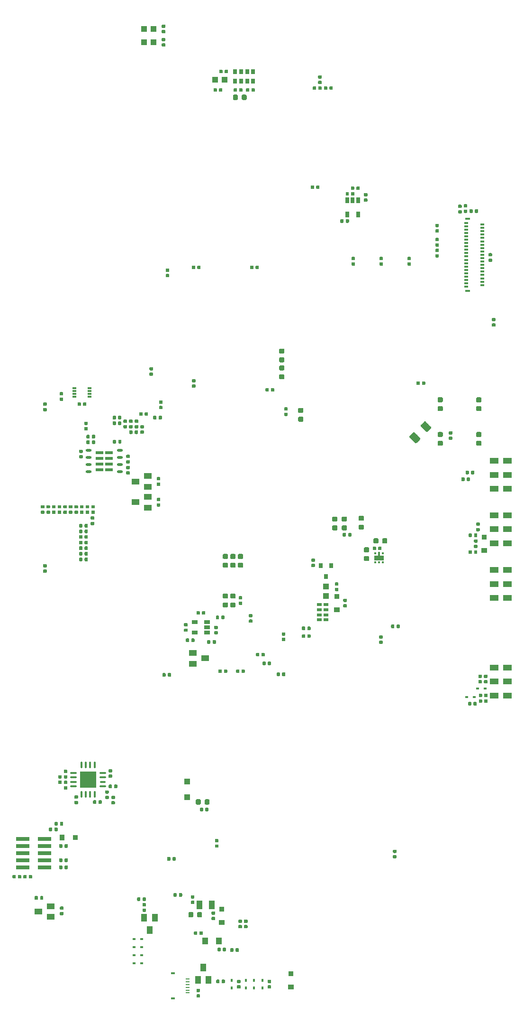
<source format=gbr>
G04 #@! TF.GenerationSoftware,KiCad,Pcbnew,5.0.0*
G04 #@! TF.CreationDate,2018-09-20T02:33:47-04:00*
G04 #@! TF.ProjectId,dvk-mx8m-bsb,64766B2D6D78386D2D6273622E6B6963,v0.1.2*
G04 #@! TF.SameCoordinates,Original*
G04 #@! TF.FileFunction,Paste,Bot*
G04 #@! TF.FilePolarity,Positive*
%FSLAX46Y46*%
G04 Gerber Fmt 4.6, Leading zero omitted, Abs format (unit mm)*
G04 Created by KiCad (PCBNEW 5.0.0) date Thu Sep 20 02:33:47 2018*
%MOMM*%
%LPD*%
G01*
G04 APERTURE LIST*
%ADD10R,0.650000X0.250000*%
%ADD11R,0.800000X0.400000*%
%ADD12R,0.725000X0.900000*%
%ADD13R,0.750000X0.400000*%
%ADD14R,0.750000X0.300000*%
%ADD15R,1.670000X0.900000*%
%ADD16R,0.370000X1.500000*%
%ADD17R,0.370000X0.450000*%
%ADD18R,1.600000X1.000000*%
%ADD19R,1.400000X1.000000*%
%ADD20C,0.020000*%
%ADD21C,0.590000*%
%ADD22R,1.000000X1.400000*%
%ADD23R,0.660000X1.000000*%
%ADD24R,0.650000X1.060000*%
%ADD25R,0.650000X0.300000*%
%ADD26R,0.800000X0.300000*%
%ADD27R,0.950000X0.400000*%
%ADD28C,1.250000*%
%ADD29C,0.875000*%
%ADD30R,1.100000X1.250000*%
%ADD31C,0.500000*%
%ADD32R,2.850000X2.850000*%
%ADD33O,0.320000X1.200000*%
%ADD34O,1.200000X0.320000*%
%ADD35O,1.150000X0.320000*%
%ADD36R,0.450000X0.450000*%
%ADD37O,1.100000X0.450000*%
%ADD38R,1.337500X0.618750*%
%ADD39R,0.900000X0.900000*%
%ADD40R,0.900000X1.100000*%
%ADD41R,1.100000X0.900000*%
%ADD42R,0.480000X0.400000*%
%ADD43R,1.100000X1.100000*%
%ADD44R,0.400000X0.480000*%
%ADD45R,1.000000X1.500000*%
%ADD46R,1.000000X1.100000*%
%ADD47R,1.100000X1.000000*%
%ADD48R,1.060000X0.650000*%
%ADD49R,0.800000X0.900000*%
%ADD50R,2.400000X0.740000*%
G04 APERTURE END LIST*
D10*
G04 #@! TO.C,J1201*
X91875000Y-234050000D03*
D11*
X89300000Y-233050000D03*
X89300000Y-237550000D03*
D10*
X91875000Y-234550000D03*
X91875000Y-235050000D03*
X91875000Y-235550000D03*
X91875000Y-236050000D03*
X91875000Y-236550000D03*
G04 #@! TD*
D12*
G04 #@! TO.C,U2001*
X103612500Y-73846000D03*
X102537500Y-73846000D03*
X100387500Y-73846000D03*
X101462500Y-73846000D03*
X101462500Y-72146000D03*
X100387500Y-72146000D03*
X102537500Y-72146000D03*
X103612500Y-72146000D03*
G04 #@! TD*
D13*
G04 #@! TO.C,U701*
X74400000Y-130175000D03*
D14*
X74400000Y-129650000D03*
X74400000Y-129150000D03*
D13*
X74400000Y-128625000D03*
X71650000Y-128625000D03*
D14*
X71650000Y-129150000D03*
X71650000Y-129650000D03*
D13*
X71650000Y-130175000D03*
G04 #@! TD*
D15*
G04 #@! TO.C,U405*
X126097000Y-158926000D03*
D16*
X126097000Y-158626000D03*
D17*
X125447000Y-158101000D03*
X126097000Y-159751000D03*
X126747000Y-158101000D03*
X126747000Y-159751000D03*
X125447000Y-159751000D03*
G04 #@! TD*
D18*
G04 #@! TO.C,SW501*
X146645000Y-183500000D03*
X146645000Y-181000000D03*
X146645000Y-178500000D03*
X149045000Y-183500000D03*
X149045000Y-181000000D03*
X149045000Y-178500000D03*
G04 #@! TD*
G04 #@! TO.C,SW1301*
X146645000Y-166100000D03*
X146645000Y-163600000D03*
X146645000Y-161100000D03*
X149045000Y-166100000D03*
X149045000Y-163600000D03*
X149045000Y-161100000D03*
G04 #@! TD*
G04 #@! TO.C,SW1501*
X146645000Y-156300000D03*
X146645000Y-153800000D03*
X146645000Y-151300000D03*
X149045000Y-156300000D03*
X149045000Y-153800000D03*
X149045000Y-151300000D03*
G04 #@! TD*
G04 #@! TO.C,SW1801*
X146645000Y-146600000D03*
X146645000Y-144100000D03*
X146645000Y-141600000D03*
X149045000Y-146600000D03*
X149045000Y-144100000D03*
X149045000Y-141600000D03*
G04 #@! TD*
D19*
G04 #@! TO.C,Q1201*
X65200000Y-222050000D03*
X67400000Y-223000000D03*
X67400000Y-221100000D03*
G04 #@! TD*
D20*
G04 #@! TO.C,C421*
G36*
X126686958Y-105220710D02*
X126701276Y-105222834D01*
X126715317Y-105226351D01*
X126728946Y-105231228D01*
X126742031Y-105237417D01*
X126754447Y-105244858D01*
X126766073Y-105253481D01*
X126776798Y-105263202D01*
X126786519Y-105273927D01*
X126795142Y-105285553D01*
X126802583Y-105297969D01*
X126808772Y-105311054D01*
X126813649Y-105324683D01*
X126817166Y-105338724D01*
X126819290Y-105353042D01*
X126820000Y-105367500D01*
X126820000Y-105662500D01*
X126819290Y-105676958D01*
X126817166Y-105691276D01*
X126813649Y-105705317D01*
X126808772Y-105718946D01*
X126802583Y-105732031D01*
X126795142Y-105744447D01*
X126786519Y-105756073D01*
X126776798Y-105766798D01*
X126766073Y-105776519D01*
X126754447Y-105785142D01*
X126742031Y-105792583D01*
X126728946Y-105798772D01*
X126715317Y-105803649D01*
X126701276Y-105807166D01*
X126686958Y-105809290D01*
X126672500Y-105810000D01*
X126327500Y-105810000D01*
X126313042Y-105809290D01*
X126298724Y-105807166D01*
X126284683Y-105803649D01*
X126271054Y-105798772D01*
X126257969Y-105792583D01*
X126245553Y-105785142D01*
X126233927Y-105776519D01*
X126223202Y-105766798D01*
X126213481Y-105756073D01*
X126204858Y-105744447D01*
X126197417Y-105732031D01*
X126191228Y-105718946D01*
X126186351Y-105705317D01*
X126182834Y-105691276D01*
X126180710Y-105676958D01*
X126180000Y-105662500D01*
X126180000Y-105367500D01*
X126180710Y-105353042D01*
X126182834Y-105338724D01*
X126186351Y-105324683D01*
X126191228Y-105311054D01*
X126197417Y-105297969D01*
X126204858Y-105285553D01*
X126213481Y-105273927D01*
X126223202Y-105263202D01*
X126233927Y-105253481D01*
X126245553Y-105244858D01*
X126257969Y-105237417D01*
X126271054Y-105231228D01*
X126284683Y-105226351D01*
X126298724Y-105222834D01*
X126313042Y-105220710D01*
X126327500Y-105220000D01*
X126672500Y-105220000D01*
X126686958Y-105220710D01*
X126686958Y-105220710D01*
G37*
D21*
X126500000Y-105515000D03*
D20*
G36*
X126686958Y-106190710D02*
X126701276Y-106192834D01*
X126715317Y-106196351D01*
X126728946Y-106201228D01*
X126742031Y-106207417D01*
X126754447Y-106214858D01*
X126766073Y-106223481D01*
X126776798Y-106233202D01*
X126786519Y-106243927D01*
X126795142Y-106255553D01*
X126802583Y-106267969D01*
X126808772Y-106281054D01*
X126813649Y-106294683D01*
X126817166Y-106308724D01*
X126819290Y-106323042D01*
X126820000Y-106337500D01*
X126820000Y-106632500D01*
X126819290Y-106646958D01*
X126817166Y-106661276D01*
X126813649Y-106675317D01*
X126808772Y-106688946D01*
X126802583Y-106702031D01*
X126795142Y-106714447D01*
X126786519Y-106726073D01*
X126776798Y-106736798D01*
X126766073Y-106746519D01*
X126754447Y-106755142D01*
X126742031Y-106762583D01*
X126728946Y-106768772D01*
X126715317Y-106773649D01*
X126701276Y-106777166D01*
X126686958Y-106779290D01*
X126672500Y-106780000D01*
X126327500Y-106780000D01*
X126313042Y-106779290D01*
X126298724Y-106777166D01*
X126284683Y-106773649D01*
X126271054Y-106768772D01*
X126257969Y-106762583D01*
X126245553Y-106755142D01*
X126233927Y-106746519D01*
X126223202Y-106736798D01*
X126213481Y-106726073D01*
X126204858Y-106714447D01*
X126197417Y-106702031D01*
X126191228Y-106688946D01*
X126186351Y-106675317D01*
X126182834Y-106661276D01*
X126180710Y-106646958D01*
X126180000Y-106632500D01*
X126180000Y-106337500D01*
X126180710Y-106323042D01*
X126182834Y-106308724D01*
X126186351Y-106294683D01*
X126191228Y-106281054D01*
X126197417Y-106267969D01*
X126204858Y-106255553D01*
X126213481Y-106243927D01*
X126223202Y-106233202D01*
X126233927Y-106223481D01*
X126245553Y-106214858D01*
X126257969Y-106207417D01*
X126271054Y-106201228D01*
X126284683Y-106196351D01*
X126298724Y-106192834D01*
X126313042Y-106190710D01*
X126327500Y-106190000D01*
X126672500Y-106190000D01*
X126686958Y-106190710D01*
X126686958Y-106190710D01*
G37*
D21*
X126500000Y-106485000D03*
G04 #@! TD*
D20*
G04 #@! TO.C,C404*
G36*
X87305958Y-131822710D02*
X87320276Y-131824834D01*
X87334317Y-131828351D01*
X87347946Y-131833228D01*
X87361031Y-131839417D01*
X87373447Y-131846858D01*
X87385073Y-131855481D01*
X87395798Y-131865202D01*
X87405519Y-131875927D01*
X87414142Y-131887553D01*
X87421583Y-131899969D01*
X87427772Y-131913054D01*
X87432649Y-131926683D01*
X87436166Y-131940724D01*
X87438290Y-131955042D01*
X87439000Y-131969500D01*
X87439000Y-132264500D01*
X87438290Y-132278958D01*
X87436166Y-132293276D01*
X87432649Y-132307317D01*
X87427772Y-132320946D01*
X87421583Y-132334031D01*
X87414142Y-132346447D01*
X87405519Y-132358073D01*
X87395798Y-132368798D01*
X87385073Y-132378519D01*
X87373447Y-132387142D01*
X87361031Y-132394583D01*
X87347946Y-132400772D01*
X87334317Y-132405649D01*
X87320276Y-132409166D01*
X87305958Y-132411290D01*
X87291500Y-132412000D01*
X86946500Y-132412000D01*
X86932042Y-132411290D01*
X86917724Y-132409166D01*
X86903683Y-132405649D01*
X86890054Y-132400772D01*
X86876969Y-132394583D01*
X86864553Y-132387142D01*
X86852927Y-132378519D01*
X86842202Y-132368798D01*
X86832481Y-132358073D01*
X86823858Y-132346447D01*
X86816417Y-132334031D01*
X86810228Y-132320946D01*
X86805351Y-132307317D01*
X86801834Y-132293276D01*
X86799710Y-132278958D01*
X86799000Y-132264500D01*
X86799000Y-131969500D01*
X86799710Y-131955042D01*
X86801834Y-131940724D01*
X86805351Y-131926683D01*
X86810228Y-131913054D01*
X86816417Y-131899969D01*
X86823858Y-131887553D01*
X86832481Y-131875927D01*
X86842202Y-131865202D01*
X86852927Y-131855481D01*
X86864553Y-131846858D01*
X86876969Y-131839417D01*
X86890054Y-131833228D01*
X86903683Y-131828351D01*
X86917724Y-131824834D01*
X86932042Y-131822710D01*
X86946500Y-131822000D01*
X87291500Y-131822000D01*
X87305958Y-131822710D01*
X87305958Y-131822710D01*
G37*
D21*
X87119000Y-132117000D03*
D20*
G36*
X87305958Y-130852710D02*
X87320276Y-130854834D01*
X87334317Y-130858351D01*
X87347946Y-130863228D01*
X87361031Y-130869417D01*
X87373447Y-130876858D01*
X87385073Y-130885481D01*
X87395798Y-130895202D01*
X87405519Y-130905927D01*
X87414142Y-130917553D01*
X87421583Y-130929969D01*
X87427772Y-130943054D01*
X87432649Y-130956683D01*
X87436166Y-130970724D01*
X87438290Y-130985042D01*
X87439000Y-130999500D01*
X87439000Y-131294500D01*
X87438290Y-131308958D01*
X87436166Y-131323276D01*
X87432649Y-131337317D01*
X87427772Y-131350946D01*
X87421583Y-131364031D01*
X87414142Y-131376447D01*
X87405519Y-131388073D01*
X87395798Y-131398798D01*
X87385073Y-131408519D01*
X87373447Y-131417142D01*
X87361031Y-131424583D01*
X87347946Y-131430772D01*
X87334317Y-131435649D01*
X87320276Y-131439166D01*
X87305958Y-131441290D01*
X87291500Y-131442000D01*
X86946500Y-131442000D01*
X86932042Y-131441290D01*
X86917724Y-131439166D01*
X86903683Y-131435649D01*
X86890054Y-131430772D01*
X86876969Y-131424583D01*
X86864553Y-131417142D01*
X86852927Y-131408519D01*
X86842202Y-131398798D01*
X86832481Y-131388073D01*
X86823858Y-131376447D01*
X86816417Y-131364031D01*
X86810228Y-131350946D01*
X86805351Y-131337317D01*
X86801834Y-131323276D01*
X86799710Y-131308958D01*
X86799000Y-131294500D01*
X86799000Y-130999500D01*
X86799710Y-130985042D01*
X86801834Y-130970724D01*
X86805351Y-130956683D01*
X86810228Y-130943054D01*
X86816417Y-130929969D01*
X86823858Y-130917553D01*
X86832481Y-130905927D01*
X86842202Y-130895202D01*
X86852927Y-130885481D01*
X86864553Y-130876858D01*
X86876969Y-130869417D01*
X86890054Y-130863228D01*
X86903683Y-130858351D01*
X86917724Y-130854834D01*
X86932042Y-130852710D01*
X86946500Y-130852000D01*
X87291500Y-130852000D01*
X87305958Y-130852710D01*
X87305958Y-130852710D01*
G37*
D21*
X87119000Y-131147000D03*
G04 #@! TD*
D20*
G04 #@! TO.C,C402*
G36*
X90801958Y-218740710D02*
X90816276Y-218742834D01*
X90830317Y-218746351D01*
X90843946Y-218751228D01*
X90857031Y-218757417D01*
X90869447Y-218764858D01*
X90881073Y-218773481D01*
X90891798Y-218783202D01*
X90901519Y-218793927D01*
X90910142Y-218805553D01*
X90917583Y-218817969D01*
X90923772Y-218831054D01*
X90928649Y-218844683D01*
X90932166Y-218858724D01*
X90934290Y-218873042D01*
X90935000Y-218887500D01*
X90935000Y-219232500D01*
X90934290Y-219246958D01*
X90932166Y-219261276D01*
X90928649Y-219275317D01*
X90923772Y-219288946D01*
X90917583Y-219302031D01*
X90910142Y-219314447D01*
X90901519Y-219326073D01*
X90891798Y-219336798D01*
X90881073Y-219346519D01*
X90869447Y-219355142D01*
X90857031Y-219362583D01*
X90843946Y-219368772D01*
X90830317Y-219373649D01*
X90816276Y-219377166D01*
X90801958Y-219379290D01*
X90787500Y-219380000D01*
X90492500Y-219380000D01*
X90478042Y-219379290D01*
X90463724Y-219377166D01*
X90449683Y-219373649D01*
X90436054Y-219368772D01*
X90422969Y-219362583D01*
X90410553Y-219355142D01*
X90398927Y-219346519D01*
X90388202Y-219336798D01*
X90378481Y-219326073D01*
X90369858Y-219314447D01*
X90362417Y-219302031D01*
X90356228Y-219288946D01*
X90351351Y-219275317D01*
X90347834Y-219261276D01*
X90345710Y-219246958D01*
X90345000Y-219232500D01*
X90345000Y-218887500D01*
X90345710Y-218873042D01*
X90347834Y-218858724D01*
X90351351Y-218844683D01*
X90356228Y-218831054D01*
X90362417Y-218817969D01*
X90369858Y-218805553D01*
X90378481Y-218793927D01*
X90388202Y-218783202D01*
X90398927Y-218773481D01*
X90410553Y-218764858D01*
X90422969Y-218757417D01*
X90436054Y-218751228D01*
X90449683Y-218746351D01*
X90463724Y-218742834D01*
X90478042Y-218740710D01*
X90492500Y-218740000D01*
X90787500Y-218740000D01*
X90801958Y-218740710D01*
X90801958Y-218740710D01*
G37*
D21*
X90640000Y-219060000D03*
D20*
G36*
X89831958Y-218740710D02*
X89846276Y-218742834D01*
X89860317Y-218746351D01*
X89873946Y-218751228D01*
X89887031Y-218757417D01*
X89899447Y-218764858D01*
X89911073Y-218773481D01*
X89921798Y-218783202D01*
X89931519Y-218793927D01*
X89940142Y-218805553D01*
X89947583Y-218817969D01*
X89953772Y-218831054D01*
X89958649Y-218844683D01*
X89962166Y-218858724D01*
X89964290Y-218873042D01*
X89965000Y-218887500D01*
X89965000Y-219232500D01*
X89964290Y-219246958D01*
X89962166Y-219261276D01*
X89958649Y-219275317D01*
X89953772Y-219288946D01*
X89947583Y-219302031D01*
X89940142Y-219314447D01*
X89931519Y-219326073D01*
X89921798Y-219336798D01*
X89911073Y-219346519D01*
X89899447Y-219355142D01*
X89887031Y-219362583D01*
X89873946Y-219368772D01*
X89860317Y-219373649D01*
X89846276Y-219377166D01*
X89831958Y-219379290D01*
X89817500Y-219380000D01*
X89522500Y-219380000D01*
X89508042Y-219379290D01*
X89493724Y-219377166D01*
X89479683Y-219373649D01*
X89466054Y-219368772D01*
X89452969Y-219362583D01*
X89440553Y-219355142D01*
X89428927Y-219346519D01*
X89418202Y-219336798D01*
X89408481Y-219326073D01*
X89399858Y-219314447D01*
X89392417Y-219302031D01*
X89386228Y-219288946D01*
X89381351Y-219275317D01*
X89377834Y-219261276D01*
X89375710Y-219246958D01*
X89375000Y-219232500D01*
X89375000Y-218887500D01*
X89375710Y-218873042D01*
X89377834Y-218858724D01*
X89381351Y-218844683D01*
X89386228Y-218831054D01*
X89392417Y-218817969D01*
X89399858Y-218805553D01*
X89408481Y-218793927D01*
X89418202Y-218783202D01*
X89428927Y-218773481D01*
X89440553Y-218764858D01*
X89452969Y-218757417D01*
X89466054Y-218751228D01*
X89479683Y-218746351D01*
X89493724Y-218742834D01*
X89508042Y-218740710D01*
X89522500Y-218740000D01*
X89817500Y-218740000D01*
X89831958Y-218740710D01*
X89831958Y-218740710D01*
G37*
D21*
X89670000Y-219060000D03*
G04 #@! TD*
D20*
G04 #@! TO.C,C431*
G36*
X89666958Y-212315710D02*
X89681276Y-212317834D01*
X89695317Y-212321351D01*
X89708946Y-212326228D01*
X89722031Y-212332417D01*
X89734447Y-212339858D01*
X89746073Y-212348481D01*
X89756798Y-212358202D01*
X89766519Y-212368927D01*
X89775142Y-212380553D01*
X89782583Y-212392969D01*
X89788772Y-212406054D01*
X89793649Y-212419683D01*
X89797166Y-212433724D01*
X89799290Y-212448042D01*
X89800000Y-212462500D01*
X89800000Y-212807500D01*
X89799290Y-212821958D01*
X89797166Y-212836276D01*
X89793649Y-212850317D01*
X89788772Y-212863946D01*
X89782583Y-212877031D01*
X89775142Y-212889447D01*
X89766519Y-212901073D01*
X89756798Y-212911798D01*
X89746073Y-212921519D01*
X89734447Y-212930142D01*
X89722031Y-212937583D01*
X89708946Y-212943772D01*
X89695317Y-212948649D01*
X89681276Y-212952166D01*
X89666958Y-212954290D01*
X89652500Y-212955000D01*
X89357500Y-212955000D01*
X89343042Y-212954290D01*
X89328724Y-212952166D01*
X89314683Y-212948649D01*
X89301054Y-212943772D01*
X89287969Y-212937583D01*
X89275553Y-212930142D01*
X89263927Y-212921519D01*
X89253202Y-212911798D01*
X89243481Y-212901073D01*
X89234858Y-212889447D01*
X89227417Y-212877031D01*
X89221228Y-212863946D01*
X89216351Y-212850317D01*
X89212834Y-212836276D01*
X89210710Y-212821958D01*
X89210000Y-212807500D01*
X89210000Y-212462500D01*
X89210710Y-212448042D01*
X89212834Y-212433724D01*
X89216351Y-212419683D01*
X89221228Y-212406054D01*
X89227417Y-212392969D01*
X89234858Y-212380553D01*
X89243481Y-212368927D01*
X89253202Y-212358202D01*
X89263927Y-212348481D01*
X89275553Y-212339858D01*
X89287969Y-212332417D01*
X89301054Y-212326228D01*
X89314683Y-212321351D01*
X89328724Y-212317834D01*
X89343042Y-212315710D01*
X89357500Y-212315000D01*
X89652500Y-212315000D01*
X89666958Y-212315710D01*
X89666958Y-212315710D01*
G37*
D21*
X89505000Y-212635000D03*
D20*
G36*
X88696958Y-212315710D02*
X88711276Y-212317834D01*
X88725317Y-212321351D01*
X88738946Y-212326228D01*
X88752031Y-212332417D01*
X88764447Y-212339858D01*
X88776073Y-212348481D01*
X88786798Y-212358202D01*
X88796519Y-212368927D01*
X88805142Y-212380553D01*
X88812583Y-212392969D01*
X88818772Y-212406054D01*
X88823649Y-212419683D01*
X88827166Y-212433724D01*
X88829290Y-212448042D01*
X88830000Y-212462500D01*
X88830000Y-212807500D01*
X88829290Y-212821958D01*
X88827166Y-212836276D01*
X88823649Y-212850317D01*
X88818772Y-212863946D01*
X88812583Y-212877031D01*
X88805142Y-212889447D01*
X88796519Y-212901073D01*
X88786798Y-212911798D01*
X88776073Y-212921519D01*
X88764447Y-212930142D01*
X88752031Y-212937583D01*
X88738946Y-212943772D01*
X88725317Y-212948649D01*
X88711276Y-212952166D01*
X88696958Y-212954290D01*
X88682500Y-212955000D01*
X88387500Y-212955000D01*
X88373042Y-212954290D01*
X88358724Y-212952166D01*
X88344683Y-212948649D01*
X88331054Y-212943772D01*
X88317969Y-212937583D01*
X88305553Y-212930142D01*
X88293927Y-212921519D01*
X88283202Y-212911798D01*
X88273481Y-212901073D01*
X88264858Y-212889447D01*
X88257417Y-212877031D01*
X88251228Y-212863946D01*
X88246351Y-212850317D01*
X88242834Y-212836276D01*
X88240710Y-212821958D01*
X88240000Y-212807500D01*
X88240000Y-212462500D01*
X88240710Y-212448042D01*
X88242834Y-212433724D01*
X88246351Y-212419683D01*
X88251228Y-212406054D01*
X88257417Y-212392969D01*
X88264858Y-212380553D01*
X88273481Y-212368927D01*
X88283202Y-212358202D01*
X88293927Y-212348481D01*
X88305553Y-212339858D01*
X88317969Y-212332417D01*
X88331054Y-212326228D01*
X88344683Y-212321351D01*
X88358724Y-212317834D01*
X88373042Y-212315710D01*
X88387500Y-212315000D01*
X88682500Y-212315000D01*
X88696958Y-212315710D01*
X88696958Y-212315710D01*
G37*
D21*
X88535000Y-212635000D03*
G04 #@! TD*
D20*
G04 #@! TO.C,C429*
G36*
X103526958Y-106780710D02*
X103541276Y-106782834D01*
X103555317Y-106786351D01*
X103568946Y-106791228D01*
X103582031Y-106797417D01*
X103594447Y-106804858D01*
X103606073Y-106813481D01*
X103616798Y-106823202D01*
X103626519Y-106833927D01*
X103635142Y-106845553D01*
X103642583Y-106857969D01*
X103648772Y-106871054D01*
X103653649Y-106884683D01*
X103657166Y-106898724D01*
X103659290Y-106913042D01*
X103660000Y-106927500D01*
X103660000Y-107272500D01*
X103659290Y-107286958D01*
X103657166Y-107301276D01*
X103653649Y-107315317D01*
X103648772Y-107328946D01*
X103642583Y-107342031D01*
X103635142Y-107354447D01*
X103626519Y-107366073D01*
X103616798Y-107376798D01*
X103606073Y-107386519D01*
X103594447Y-107395142D01*
X103582031Y-107402583D01*
X103568946Y-107408772D01*
X103555317Y-107413649D01*
X103541276Y-107417166D01*
X103526958Y-107419290D01*
X103512500Y-107420000D01*
X103217500Y-107420000D01*
X103203042Y-107419290D01*
X103188724Y-107417166D01*
X103174683Y-107413649D01*
X103161054Y-107408772D01*
X103147969Y-107402583D01*
X103135553Y-107395142D01*
X103123927Y-107386519D01*
X103113202Y-107376798D01*
X103103481Y-107366073D01*
X103094858Y-107354447D01*
X103087417Y-107342031D01*
X103081228Y-107328946D01*
X103076351Y-107315317D01*
X103072834Y-107301276D01*
X103070710Y-107286958D01*
X103070000Y-107272500D01*
X103070000Y-106927500D01*
X103070710Y-106913042D01*
X103072834Y-106898724D01*
X103076351Y-106884683D01*
X103081228Y-106871054D01*
X103087417Y-106857969D01*
X103094858Y-106845553D01*
X103103481Y-106833927D01*
X103113202Y-106823202D01*
X103123927Y-106813481D01*
X103135553Y-106804858D01*
X103147969Y-106797417D01*
X103161054Y-106791228D01*
X103174683Y-106786351D01*
X103188724Y-106782834D01*
X103203042Y-106780710D01*
X103217500Y-106780000D01*
X103512500Y-106780000D01*
X103526958Y-106780710D01*
X103526958Y-106780710D01*
G37*
D21*
X103365000Y-107100000D03*
D20*
G36*
X104496958Y-106780710D02*
X104511276Y-106782834D01*
X104525317Y-106786351D01*
X104538946Y-106791228D01*
X104552031Y-106797417D01*
X104564447Y-106804858D01*
X104576073Y-106813481D01*
X104586798Y-106823202D01*
X104596519Y-106833927D01*
X104605142Y-106845553D01*
X104612583Y-106857969D01*
X104618772Y-106871054D01*
X104623649Y-106884683D01*
X104627166Y-106898724D01*
X104629290Y-106913042D01*
X104630000Y-106927500D01*
X104630000Y-107272500D01*
X104629290Y-107286958D01*
X104627166Y-107301276D01*
X104623649Y-107315317D01*
X104618772Y-107328946D01*
X104612583Y-107342031D01*
X104605142Y-107354447D01*
X104596519Y-107366073D01*
X104586798Y-107376798D01*
X104576073Y-107386519D01*
X104564447Y-107395142D01*
X104552031Y-107402583D01*
X104538946Y-107408772D01*
X104525317Y-107413649D01*
X104511276Y-107417166D01*
X104496958Y-107419290D01*
X104482500Y-107420000D01*
X104187500Y-107420000D01*
X104173042Y-107419290D01*
X104158724Y-107417166D01*
X104144683Y-107413649D01*
X104131054Y-107408772D01*
X104117969Y-107402583D01*
X104105553Y-107395142D01*
X104093927Y-107386519D01*
X104083202Y-107376798D01*
X104073481Y-107366073D01*
X104064858Y-107354447D01*
X104057417Y-107342031D01*
X104051228Y-107328946D01*
X104046351Y-107315317D01*
X104042834Y-107301276D01*
X104040710Y-107286958D01*
X104040000Y-107272500D01*
X104040000Y-106927500D01*
X104040710Y-106913042D01*
X104042834Y-106898724D01*
X104046351Y-106884683D01*
X104051228Y-106871054D01*
X104057417Y-106857969D01*
X104064858Y-106845553D01*
X104073481Y-106833927D01*
X104083202Y-106823202D01*
X104093927Y-106813481D01*
X104105553Y-106804858D01*
X104117969Y-106797417D01*
X104131054Y-106791228D01*
X104144683Y-106786351D01*
X104158724Y-106782834D01*
X104173042Y-106780710D01*
X104187500Y-106780000D01*
X104482500Y-106780000D01*
X104496958Y-106780710D01*
X104496958Y-106780710D01*
G37*
D21*
X104335000Y-107100000D03*
G04 #@! TD*
D20*
G04 #@! TO.C,C424*
G36*
X126636958Y-173715710D02*
X126651276Y-173717834D01*
X126665317Y-173721351D01*
X126678946Y-173726228D01*
X126692031Y-173732417D01*
X126704447Y-173739858D01*
X126716073Y-173748481D01*
X126726798Y-173758202D01*
X126736519Y-173768927D01*
X126745142Y-173780553D01*
X126752583Y-173792969D01*
X126758772Y-173806054D01*
X126763649Y-173819683D01*
X126767166Y-173833724D01*
X126769290Y-173848042D01*
X126770000Y-173862500D01*
X126770000Y-174157500D01*
X126769290Y-174171958D01*
X126767166Y-174186276D01*
X126763649Y-174200317D01*
X126758772Y-174213946D01*
X126752583Y-174227031D01*
X126745142Y-174239447D01*
X126736519Y-174251073D01*
X126726798Y-174261798D01*
X126716073Y-174271519D01*
X126704447Y-174280142D01*
X126692031Y-174287583D01*
X126678946Y-174293772D01*
X126665317Y-174298649D01*
X126651276Y-174302166D01*
X126636958Y-174304290D01*
X126622500Y-174305000D01*
X126277500Y-174305000D01*
X126263042Y-174304290D01*
X126248724Y-174302166D01*
X126234683Y-174298649D01*
X126221054Y-174293772D01*
X126207969Y-174287583D01*
X126195553Y-174280142D01*
X126183927Y-174271519D01*
X126173202Y-174261798D01*
X126163481Y-174251073D01*
X126154858Y-174239447D01*
X126147417Y-174227031D01*
X126141228Y-174213946D01*
X126136351Y-174200317D01*
X126132834Y-174186276D01*
X126130710Y-174171958D01*
X126130000Y-174157500D01*
X126130000Y-173862500D01*
X126130710Y-173848042D01*
X126132834Y-173833724D01*
X126136351Y-173819683D01*
X126141228Y-173806054D01*
X126147417Y-173792969D01*
X126154858Y-173780553D01*
X126163481Y-173768927D01*
X126173202Y-173758202D01*
X126183927Y-173748481D01*
X126195553Y-173739858D01*
X126207969Y-173732417D01*
X126221054Y-173726228D01*
X126234683Y-173721351D01*
X126248724Y-173717834D01*
X126263042Y-173715710D01*
X126277500Y-173715000D01*
X126622500Y-173715000D01*
X126636958Y-173715710D01*
X126636958Y-173715710D01*
G37*
D21*
X126450000Y-174010000D03*
D20*
G36*
X126636958Y-172745710D02*
X126651276Y-172747834D01*
X126665317Y-172751351D01*
X126678946Y-172756228D01*
X126692031Y-172762417D01*
X126704447Y-172769858D01*
X126716073Y-172778481D01*
X126726798Y-172788202D01*
X126736519Y-172798927D01*
X126745142Y-172810553D01*
X126752583Y-172822969D01*
X126758772Y-172836054D01*
X126763649Y-172849683D01*
X126767166Y-172863724D01*
X126769290Y-172878042D01*
X126770000Y-172892500D01*
X126770000Y-173187500D01*
X126769290Y-173201958D01*
X126767166Y-173216276D01*
X126763649Y-173230317D01*
X126758772Y-173243946D01*
X126752583Y-173257031D01*
X126745142Y-173269447D01*
X126736519Y-173281073D01*
X126726798Y-173291798D01*
X126716073Y-173301519D01*
X126704447Y-173310142D01*
X126692031Y-173317583D01*
X126678946Y-173323772D01*
X126665317Y-173328649D01*
X126651276Y-173332166D01*
X126636958Y-173334290D01*
X126622500Y-173335000D01*
X126277500Y-173335000D01*
X126263042Y-173334290D01*
X126248724Y-173332166D01*
X126234683Y-173328649D01*
X126221054Y-173323772D01*
X126207969Y-173317583D01*
X126195553Y-173310142D01*
X126183927Y-173301519D01*
X126173202Y-173291798D01*
X126163481Y-173281073D01*
X126154858Y-173269447D01*
X126147417Y-173257031D01*
X126141228Y-173243946D01*
X126136351Y-173230317D01*
X126132834Y-173216276D01*
X126130710Y-173201958D01*
X126130000Y-173187500D01*
X126130000Y-172892500D01*
X126130710Y-172878042D01*
X126132834Y-172863724D01*
X126136351Y-172849683D01*
X126141228Y-172836054D01*
X126147417Y-172822969D01*
X126154858Y-172810553D01*
X126163481Y-172798927D01*
X126173202Y-172788202D01*
X126183927Y-172778481D01*
X126195553Y-172769858D01*
X126207969Y-172762417D01*
X126221054Y-172756228D01*
X126234683Y-172751351D01*
X126248724Y-172747834D01*
X126263042Y-172745710D01*
X126277500Y-172745000D01*
X126622500Y-172745000D01*
X126636958Y-172745710D01*
X126636958Y-172745710D01*
G37*
D21*
X126450000Y-173040000D03*
G04 #@! TD*
D20*
G04 #@! TO.C,C430*
G36*
X93186958Y-127990710D02*
X93201276Y-127992834D01*
X93215317Y-127996351D01*
X93228946Y-128001228D01*
X93242031Y-128007417D01*
X93254447Y-128014858D01*
X93266073Y-128023481D01*
X93276798Y-128033202D01*
X93286519Y-128043927D01*
X93295142Y-128055553D01*
X93302583Y-128067969D01*
X93308772Y-128081054D01*
X93313649Y-128094683D01*
X93317166Y-128108724D01*
X93319290Y-128123042D01*
X93320000Y-128137500D01*
X93320000Y-128432500D01*
X93319290Y-128446958D01*
X93317166Y-128461276D01*
X93313649Y-128475317D01*
X93308772Y-128488946D01*
X93302583Y-128502031D01*
X93295142Y-128514447D01*
X93286519Y-128526073D01*
X93276798Y-128536798D01*
X93266073Y-128546519D01*
X93254447Y-128555142D01*
X93242031Y-128562583D01*
X93228946Y-128568772D01*
X93215317Y-128573649D01*
X93201276Y-128577166D01*
X93186958Y-128579290D01*
X93172500Y-128580000D01*
X92827500Y-128580000D01*
X92813042Y-128579290D01*
X92798724Y-128577166D01*
X92784683Y-128573649D01*
X92771054Y-128568772D01*
X92757969Y-128562583D01*
X92745553Y-128555142D01*
X92733927Y-128546519D01*
X92723202Y-128536798D01*
X92713481Y-128526073D01*
X92704858Y-128514447D01*
X92697417Y-128502031D01*
X92691228Y-128488946D01*
X92686351Y-128475317D01*
X92682834Y-128461276D01*
X92680710Y-128446958D01*
X92680000Y-128432500D01*
X92680000Y-128137500D01*
X92680710Y-128123042D01*
X92682834Y-128108724D01*
X92686351Y-128094683D01*
X92691228Y-128081054D01*
X92697417Y-128067969D01*
X92704858Y-128055553D01*
X92713481Y-128043927D01*
X92723202Y-128033202D01*
X92733927Y-128023481D01*
X92745553Y-128014858D01*
X92757969Y-128007417D01*
X92771054Y-128001228D01*
X92784683Y-127996351D01*
X92798724Y-127992834D01*
X92813042Y-127990710D01*
X92827500Y-127990000D01*
X93172500Y-127990000D01*
X93186958Y-127990710D01*
X93186958Y-127990710D01*
G37*
D21*
X93000000Y-128285000D03*
D20*
G36*
X93186958Y-127020710D02*
X93201276Y-127022834D01*
X93215317Y-127026351D01*
X93228946Y-127031228D01*
X93242031Y-127037417D01*
X93254447Y-127044858D01*
X93266073Y-127053481D01*
X93276798Y-127063202D01*
X93286519Y-127073927D01*
X93295142Y-127085553D01*
X93302583Y-127097969D01*
X93308772Y-127111054D01*
X93313649Y-127124683D01*
X93317166Y-127138724D01*
X93319290Y-127153042D01*
X93320000Y-127167500D01*
X93320000Y-127462500D01*
X93319290Y-127476958D01*
X93317166Y-127491276D01*
X93313649Y-127505317D01*
X93308772Y-127518946D01*
X93302583Y-127532031D01*
X93295142Y-127544447D01*
X93286519Y-127556073D01*
X93276798Y-127566798D01*
X93266073Y-127576519D01*
X93254447Y-127585142D01*
X93242031Y-127592583D01*
X93228946Y-127598772D01*
X93215317Y-127603649D01*
X93201276Y-127607166D01*
X93186958Y-127609290D01*
X93172500Y-127610000D01*
X92827500Y-127610000D01*
X92813042Y-127609290D01*
X92798724Y-127607166D01*
X92784683Y-127603649D01*
X92771054Y-127598772D01*
X92757969Y-127592583D01*
X92745553Y-127585142D01*
X92733927Y-127576519D01*
X92723202Y-127566798D01*
X92713481Y-127556073D01*
X92704858Y-127544447D01*
X92697417Y-127532031D01*
X92691228Y-127518946D01*
X92686351Y-127505317D01*
X92682834Y-127491276D01*
X92680710Y-127476958D01*
X92680000Y-127462500D01*
X92680000Y-127167500D01*
X92680710Y-127153042D01*
X92682834Y-127138724D01*
X92686351Y-127124683D01*
X92691228Y-127111054D01*
X92697417Y-127097969D01*
X92704858Y-127085553D01*
X92713481Y-127073927D01*
X92723202Y-127063202D01*
X92733927Y-127053481D01*
X92745553Y-127044858D01*
X92757969Y-127037417D01*
X92771054Y-127031228D01*
X92784683Y-127026351D01*
X92798724Y-127022834D01*
X92813042Y-127020710D01*
X92827500Y-127020000D01*
X93172500Y-127020000D01*
X93186958Y-127020710D01*
X93186958Y-127020710D01*
G37*
D21*
X93000000Y-127315000D03*
G04 #@! TD*
D20*
G04 #@! TO.C,C425*
G36*
X121686958Y-105220710D02*
X121701276Y-105222834D01*
X121715317Y-105226351D01*
X121728946Y-105231228D01*
X121742031Y-105237417D01*
X121754447Y-105244858D01*
X121766073Y-105253481D01*
X121776798Y-105263202D01*
X121786519Y-105273927D01*
X121795142Y-105285553D01*
X121802583Y-105297969D01*
X121808772Y-105311054D01*
X121813649Y-105324683D01*
X121817166Y-105338724D01*
X121819290Y-105353042D01*
X121820000Y-105367500D01*
X121820000Y-105662500D01*
X121819290Y-105676958D01*
X121817166Y-105691276D01*
X121813649Y-105705317D01*
X121808772Y-105718946D01*
X121802583Y-105732031D01*
X121795142Y-105744447D01*
X121786519Y-105756073D01*
X121776798Y-105766798D01*
X121766073Y-105776519D01*
X121754447Y-105785142D01*
X121742031Y-105792583D01*
X121728946Y-105798772D01*
X121715317Y-105803649D01*
X121701276Y-105807166D01*
X121686958Y-105809290D01*
X121672500Y-105810000D01*
X121327500Y-105810000D01*
X121313042Y-105809290D01*
X121298724Y-105807166D01*
X121284683Y-105803649D01*
X121271054Y-105798772D01*
X121257969Y-105792583D01*
X121245553Y-105785142D01*
X121233927Y-105776519D01*
X121223202Y-105766798D01*
X121213481Y-105756073D01*
X121204858Y-105744447D01*
X121197417Y-105732031D01*
X121191228Y-105718946D01*
X121186351Y-105705317D01*
X121182834Y-105691276D01*
X121180710Y-105676958D01*
X121180000Y-105662500D01*
X121180000Y-105367500D01*
X121180710Y-105353042D01*
X121182834Y-105338724D01*
X121186351Y-105324683D01*
X121191228Y-105311054D01*
X121197417Y-105297969D01*
X121204858Y-105285553D01*
X121213481Y-105273927D01*
X121223202Y-105263202D01*
X121233927Y-105253481D01*
X121245553Y-105244858D01*
X121257969Y-105237417D01*
X121271054Y-105231228D01*
X121284683Y-105226351D01*
X121298724Y-105222834D01*
X121313042Y-105220710D01*
X121327500Y-105220000D01*
X121672500Y-105220000D01*
X121686958Y-105220710D01*
X121686958Y-105220710D01*
G37*
D21*
X121500000Y-105515000D03*
D20*
G36*
X121686958Y-106190710D02*
X121701276Y-106192834D01*
X121715317Y-106196351D01*
X121728946Y-106201228D01*
X121742031Y-106207417D01*
X121754447Y-106214858D01*
X121766073Y-106223481D01*
X121776798Y-106233202D01*
X121786519Y-106243927D01*
X121795142Y-106255553D01*
X121802583Y-106267969D01*
X121808772Y-106281054D01*
X121813649Y-106294683D01*
X121817166Y-106308724D01*
X121819290Y-106323042D01*
X121820000Y-106337500D01*
X121820000Y-106632500D01*
X121819290Y-106646958D01*
X121817166Y-106661276D01*
X121813649Y-106675317D01*
X121808772Y-106688946D01*
X121802583Y-106702031D01*
X121795142Y-106714447D01*
X121786519Y-106726073D01*
X121776798Y-106736798D01*
X121766073Y-106746519D01*
X121754447Y-106755142D01*
X121742031Y-106762583D01*
X121728946Y-106768772D01*
X121715317Y-106773649D01*
X121701276Y-106777166D01*
X121686958Y-106779290D01*
X121672500Y-106780000D01*
X121327500Y-106780000D01*
X121313042Y-106779290D01*
X121298724Y-106777166D01*
X121284683Y-106773649D01*
X121271054Y-106768772D01*
X121257969Y-106762583D01*
X121245553Y-106755142D01*
X121233927Y-106746519D01*
X121223202Y-106736798D01*
X121213481Y-106726073D01*
X121204858Y-106714447D01*
X121197417Y-106702031D01*
X121191228Y-106688946D01*
X121186351Y-106675317D01*
X121182834Y-106661276D01*
X121180710Y-106646958D01*
X121180000Y-106632500D01*
X121180000Y-106337500D01*
X121180710Y-106323042D01*
X121182834Y-106308724D01*
X121186351Y-106294683D01*
X121191228Y-106281054D01*
X121197417Y-106267969D01*
X121204858Y-106255553D01*
X121213481Y-106243927D01*
X121223202Y-106233202D01*
X121233927Y-106223481D01*
X121245553Y-106214858D01*
X121257969Y-106207417D01*
X121271054Y-106201228D01*
X121284683Y-106196351D01*
X121298724Y-106192834D01*
X121313042Y-106190710D01*
X121327500Y-106190000D01*
X121672500Y-106190000D01*
X121686958Y-106190710D01*
X121686958Y-106190710D01*
G37*
D21*
X121500000Y-106485000D03*
G04 #@! TD*
D20*
G04 #@! TO.C,C420*
G36*
X73936958Y-134620710D02*
X73951276Y-134622834D01*
X73965317Y-134626351D01*
X73978946Y-134631228D01*
X73992031Y-134637417D01*
X74004447Y-134644858D01*
X74016073Y-134653481D01*
X74026798Y-134663202D01*
X74036519Y-134673927D01*
X74045142Y-134685553D01*
X74052583Y-134697969D01*
X74058772Y-134711054D01*
X74063649Y-134724683D01*
X74067166Y-134738724D01*
X74069290Y-134753042D01*
X74070000Y-134767500D01*
X74070000Y-135062500D01*
X74069290Y-135076958D01*
X74067166Y-135091276D01*
X74063649Y-135105317D01*
X74058772Y-135118946D01*
X74052583Y-135132031D01*
X74045142Y-135144447D01*
X74036519Y-135156073D01*
X74026798Y-135166798D01*
X74016073Y-135176519D01*
X74004447Y-135185142D01*
X73992031Y-135192583D01*
X73978946Y-135198772D01*
X73965317Y-135203649D01*
X73951276Y-135207166D01*
X73936958Y-135209290D01*
X73922500Y-135210000D01*
X73577500Y-135210000D01*
X73563042Y-135209290D01*
X73548724Y-135207166D01*
X73534683Y-135203649D01*
X73521054Y-135198772D01*
X73507969Y-135192583D01*
X73495553Y-135185142D01*
X73483927Y-135176519D01*
X73473202Y-135166798D01*
X73463481Y-135156073D01*
X73454858Y-135144447D01*
X73447417Y-135132031D01*
X73441228Y-135118946D01*
X73436351Y-135105317D01*
X73432834Y-135091276D01*
X73430710Y-135076958D01*
X73430000Y-135062500D01*
X73430000Y-134767500D01*
X73430710Y-134753042D01*
X73432834Y-134738724D01*
X73436351Y-134724683D01*
X73441228Y-134711054D01*
X73447417Y-134697969D01*
X73454858Y-134685553D01*
X73463481Y-134673927D01*
X73473202Y-134663202D01*
X73483927Y-134653481D01*
X73495553Y-134644858D01*
X73507969Y-134637417D01*
X73521054Y-134631228D01*
X73534683Y-134626351D01*
X73548724Y-134622834D01*
X73563042Y-134620710D01*
X73577500Y-134620000D01*
X73922500Y-134620000D01*
X73936958Y-134620710D01*
X73936958Y-134620710D01*
G37*
D21*
X73750000Y-134915000D03*
D20*
G36*
X73936958Y-135590710D02*
X73951276Y-135592834D01*
X73965317Y-135596351D01*
X73978946Y-135601228D01*
X73992031Y-135607417D01*
X74004447Y-135614858D01*
X74016073Y-135623481D01*
X74026798Y-135633202D01*
X74036519Y-135643927D01*
X74045142Y-135655553D01*
X74052583Y-135667969D01*
X74058772Y-135681054D01*
X74063649Y-135694683D01*
X74067166Y-135708724D01*
X74069290Y-135723042D01*
X74070000Y-135737500D01*
X74070000Y-136032500D01*
X74069290Y-136046958D01*
X74067166Y-136061276D01*
X74063649Y-136075317D01*
X74058772Y-136088946D01*
X74052583Y-136102031D01*
X74045142Y-136114447D01*
X74036519Y-136126073D01*
X74026798Y-136136798D01*
X74016073Y-136146519D01*
X74004447Y-136155142D01*
X73992031Y-136162583D01*
X73978946Y-136168772D01*
X73965317Y-136173649D01*
X73951276Y-136177166D01*
X73936958Y-136179290D01*
X73922500Y-136180000D01*
X73577500Y-136180000D01*
X73563042Y-136179290D01*
X73548724Y-136177166D01*
X73534683Y-136173649D01*
X73521054Y-136168772D01*
X73507969Y-136162583D01*
X73495553Y-136155142D01*
X73483927Y-136146519D01*
X73473202Y-136136798D01*
X73463481Y-136126073D01*
X73454858Y-136114447D01*
X73447417Y-136102031D01*
X73441228Y-136088946D01*
X73436351Y-136075317D01*
X73432834Y-136061276D01*
X73430710Y-136046958D01*
X73430000Y-136032500D01*
X73430000Y-135737500D01*
X73430710Y-135723042D01*
X73432834Y-135708724D01*
X73436351Y-135694683D01*
X73441228Y-135681054D01*
X73447417Y-135667969D01*
X73454858Y-135655553D01*
X73463481Y-135643927D01*
X73473202Y-135633202D01*
X73483927Y-135623481D01*
X73495553Y-135614858D01*
X73507969Y-135607417D01*
X73521054Y-135601228D01*
X73534683Y-135596351D01*
X73548724Y-135592834D01*
X73563042Y-135590710D01*
X73577500Y-135590000D01*
X73922500Y-135590000D01*
X73936958Y-135590710D01*
X73936958Y-135590710D01*
G37*
D21*
X73750000Y-135885000D03*
G04 #@! TD*
D20*
G04 #@! TO.C,C413*
G36*
X85586958Y-124885710D02*
X85601276Y-124887834D01*
X85615317Y-124891351D01*
X85628946Y-124896228D01*
X85642031Y-124902417D01*
X85654447Y-124909858D01*
X85666073Y-124918481D01*
X85676798Y-124928202D01*
X85686519Y-124938927D01*
X85695142Y-124950553D01*
X85702583Y-124962969D01*
X85708772Y-124976054D01*
X85713649Y-124989683D01*
X85717166Y-125003724D01*
X85719290Y-125018042D01*
X85720000Y-125032500D01*
X85720000Y-125327500D01*
X85719290Y-125341958D01*
X85717166Y-125356276D01*
X85713649Y-125370317D01*
X85708772Y-125383946D01*
X85702583Y-125397031D01*
X85695142Y-125409447D01*
X85686519Y-125421073D01*
X85676798Y-125431798D01*
X85666073Y-125441519D01*
X85654447Y-125450142D01*
X85642031Y-125457583D01*
X85628946Y-125463772D01*
X85615317Y-125468649D01*
X85601276Y-125472166D01*
X85586958Y-125474290D01*
X85572500Y-125475000D01*
X85227500Y-125475000D01*
X85213042Y-125474290D01*
X85198724Y-125472166D01*
X85184683Y-125468649D01*
X85171054Y-125463772D01*
X85157969Y-125457583D01*
X85145553Y-125450142D01*
X85133927Y-125441519D01*
X85123202Y-125431798D01*
X85113481Y-125421073D01*
X85104858Y-125409447D01*
X85097417Y-125397031D01*
X85091228Y-125383946D01*
X85086351Y-125370317D01*
X85082834Y-125356276D01*
X85080710Y-125341958D01*
X85080000Y-125327500D01*
X85080000Y-125032500D01*
X85080710Y-125018042D01*
X85082834Y-125003724D01*
X85086351Y-124989683D01*
X85091228Y-124976054D01*
X85097417Y-124962969D01*
X85104858Y-124950553D01*
X85113481Y-124938927D01*
X85123202Y-124928202D01*
X85133927Y-124918481D01*
X85145553Y-124909858D01*
X85157969Y-124902417D01*
X85171054Y-124896228D01*
X85184683Y-124891351D01*
X85198724Y-124887834D01*
X85213042Y-124885710D01*
X85227500Y-124885000D01*
X85572500Y-124885000D01*
X85586958Y-124885710D01*
X85586958Y-124885710D01*
G37*
D21*
X85400000Y-125180000D03*
D20*
G36*
X85586958Y-125855710D02*
X85601276Y-125857834D01*
X85615317Y-125861351D01*
X85628946Y-125866228D01*
X85642031Y-125872417D01*
X85654447Y-125879858D01*
X85666073Y-125888481D01*
X85676798Y-125898202D01*
X85686519Y-125908927D01*
X85695142Y-125920553D01*
X85702583Y-125932969D01*
X85708772Y-125946054D01*
X85713649Y-125959683D01*
X85717166Y-125973724D01*
X85719290Y-125988042D01*
X85720000Y-126002500D01*
X85720000Y-126297500D01*
X85719290Y-126311958D01*
X85717166Y-126326276D01*
X85713649Y-126340317D01*
X85708772Y-126353946D01*
X85702583Y-126367031D01*
X85695142Y-126379447D01*
X85686519Y-126391073D01*
X85676798Y-126401798D01*
X85666073Y-126411519D01*
X85654447Y-126420142D01*
X85642031Y-126427583D01*
X85628946Y-126433772D01*
X85615317Y-126438649D01*
X85601276Y-126442166D01*
X85586958Y-126444290D01*
X85572500Y-126445000D01*
X85227500Y-126445000D01*
X85213042Y-126444290D01*
X85198724Y-126442166D01*
X85184683Y-126438649D01*
X85171054Y-126433772D01*
X85157969Y-126427583D01*
X85145553Y-126420142D01*
X85133927Y-126411519D01*
X85123202Y-126401798D01*
X85113481Y-126391073D01*
X85104858Y-126379447D01*
X85097417Y-126367031D01*
X85091228Y-126353946D01*
X85086351Y-126340317D01*
X85082834Y-126326276D01*
X85080710Y-126311958D01*
X85080000Y-126297500D01*
X85080000Y-126002500D01*
X85080710Y-125988042D01*
X85082834Y-125973724D01*
X85086351Y-125959683D01*
X85091228Y-125946054D01*
X85097417Y-125932969D01*
X85104858Y-125920553D01*
X85113481Y-125908927D01*
X85123202Y-125898202D01*
X85133927Y-125888481D01*
X85145553Y-125879858D01*
X85157969Y-125872417D01*
X85171054Y-125866228D01*
X85184683Y-125861351D01*
X85198724Y-125857834D01*
X85213042Y-125855710D01*
X85227500Y-125855000D01*
X85572500Y-125855000D01*
X85586958Y-125855710D01*
X85586958Y-125855710D01*
G37*
D21*
X85400000Y-126150000D03*
G04 #@! TD*
D20*
G04 #@! TO.C,C433*
G36*
X97286958Y-209085710D02*
X97301276Y-209087834D01*
X97315317Y-209091351D01*
X97328946Y-209096228D01*
X97342031Y-209102417D01*
X97354447Y-209109858D01*
X97366073Y-209118481D01*
X97376798Y-209128202D01*
X97386519Y-209138927D01*
X97395142Y-209150553D01*
X97402583Y-209162969D01*
X97408772Y-209176054D01*
X97413649Y-209189683D01*
X97417166Y-209203724D01*
X97419290Y-209218042D01*
X97420000Y-209232500D01*
X97420000Y-209527500D01*
X97419290Y-209541958D01*
X97417166Y-209556276D01*
X97413649Y-209570317D01*
X97408772Y-209583946D01*
X97402583Y-209597031D01*
X97395142Y-209609447D01*
X97386519Y-209621073D01*
X97376798Y-209631798D01*
X97366073Y-209641519D01*
X97354447Y-209650142D01*
X97342031Y-209657583D01*
X97328946Y-209663772D01*
X97315317Y-209668649D01*
X97301276Y-209672166D01*
X97286958Y-209674290D01*
X97272500Y-209675000D01*
X96927500Y-209675000D01*
X96913042Y-209674290D01*
X96898724Y-209672166D01*
X96884683Y-209668649D01*
X96871054Y-209663772D01*
X96857969Y-209657583D01*
X96845553Y-209650142D01*
X96833927Y-209641519D01*
X96823202Y-209631798D01*
X96813481Y-209621073D01*
X96804858Y-209609447D01*
X96797417Y-209597031D01*
X96791228Y-209583946D01*
X96786351Y-209570317D01*
X96782834Y-209556276D01*
X96780710Y-209541958D01*
X96780000Y-209527500D01*
X96780000Y-209232500D01*
X96780710Y-209218042D01*
X96782834Y-209203724D01*
X96786351Y-209189683D01*
X96791228Y-209176054D01*
X96797417Y-209162969D01*
X96804858Y-209150553D01*
X96813481Y-209138927D01*
X96823202Y-209128202D01*
X96833927Y-209118481D01*
X96845553Y-209109858D01*
X96857969Y-209102417D01*
X96871054Y-209096228D01*
X96884683Y-209091351D01*
X96898724Y-209087834D01*
X96913042Y-209085710D01*
X96927500Y-209085000D01*
X97272500Y-209085000D01*
X97286958Y-209085710D01*
X97286958Y-209085710D01*
G37*
D21*
X97100000Y-209380000D03*
D20*
G36*
X97286958Y-210055710D02*
X97301276Y-210057834D01*
X97315317Y-210061351D01*
X97328946Y-210066228D01*
X97342031Y-210072417D01*
X97354447Y-210079858D01*
X97366073Y-210088481D01*
X97376798Y-210098202D01*
X97386519Y-210108927D01*
X97395142Y-210120553D01*
X97402583Y-210132969D01*
X97408772Y-210146054D01*
X97413649Y-210159683D01*
X97417166Y-210173724D01*
X97419290Y-210188042D01*
X97420000Y-210202500D01*
X97420000Y-210497500D01*
X97419290Y-210511958D01*
X97417166Y-210526276D01*
X97413649Y-210540317D01*
X97408772Y-210553946D01*
X97402583Y-210567031D01*
X97395142Y-210579447D01*
X97386519Y-210591073D01*
X97376798Y-210601798D01*
X97366073Y-210611519D01*
X97354447Y-210620142D01*
X97342031Y-210627583D01*
X97328946Y-210633772D01*
X97315317Y-210638649D01*
X97301276Y-210642166D01*
X97286958Y-210644290D01*
X97272500Y-210645000D01*
X96927500Y-210645000D01*
X96913042Y-210644290D01*
X96898724Y-210642166D01*
X96884683Y-210638649D01*
X96871054Y-210633772D01*
X96857969Y-210627583D01*
X96845553Y-210620142D01*
X96833927Y-210611519D01*
X96823202Y-210601798D01*
X96813481Y-210591073D01*
X96804858Y-210579447D01*
X96797417Y-210567031D01*
X96791228Y-210553946D01*
X96786351Y-210540317D01*
X96782834Y-210526276D01*
X96780710Y-210511958D01*
X96780000Y-210497500D01*
X96780000Y-210202500D01*
X96780710Y-210188042D01*
X96782834Y-210173724D01*
X96786351Y-210159683D01*
X96791228Y-210146054D01*
X96797417Y-210132969D01*
X96804858Y-210120553D01*
X96813481Y-210108927D01*
X96823202Y-210098202D01*
X96833927Y-210088481D01*
X96845553Y-210079858D01*
X96857969Y-210072417D01*
X96871054Y-210066228D01*
X96884683Y-210061351D01*
X96898724Y-210057834D01*
X96913042Y-210055710D01*
X96927500Y-210055000D01*
X97272500Y-210055000D01*
X97286958Y-210055710D01*
X97286958Y-210055710D01*
G37*
D21*
X97100000Y-210350000D03*
G04 #@! TD*
D20*
G04 #@! TO.C,C422*
G36*
X136686958Y-100290710D02*
X136701276Y-100292834D01*
X136715317Y-100296351D01*
X136728946Y-100301228D01*
X136742031Y-100307417D01*
X136754447Y-100314858D01*
X136766073Y-100323481D01*
X136776798Y-100333202D01*
X136786519Y-100343927D01*
X136795142Y-100355553D01*
X136802583Y-100367969D01*
X136808772Y-100381054D01*
X136813649Y-100394683D01*
X136817166Y-100408724D01*
X136819290Y-100423042D01*
X136820000Y-100437500D01*
X136820000Y-100732500D01*
X136819290Y-100746958D01*
X136817166Y-100761276D01*
X136813649Y-100775317D01*
X136808772Y-100788946D01*
X136802583Y-100802031D01*
X136795142Y-100814447D01*
X136786519Y-100826073D01*
X136776798Y-100836798D01*
X136766073Y-100846519D01*
X136754447Y-100855142D01*
X136742031Y-100862583D01*
X136728946Y-100868772D01*
X136715317Y-100873649D01*
X136701276Y-100877166D01*
X136686958Y-100879290D01*
X136672500Y-100880000D01*
X136327500Y-100880000D01*
X136313042Y-100879290D01*
X136298724Y-100877166D01*
X136284683Y-100873649D01*
X136271054Y-100868772D01*
X136257969Y-100862583D01*
X136245553Y-100855142D01*
X136233927Y-100846519D01*
X136223202Y-100836798D01*
X136213481Y-100826073D01*
X136204858Y-100814447D01*
X136197417Y-100802031D01*
X136191228Y-100788946D01*
X136186351Y-100775317D01*
X136182834Y-100761276D01*
X136180710Y-100746958D01*
X136180000Y-100732500D01*
X136180000Y-100437500D01*
X136180710Y-100423042D01*
X136182834Y-100408724D01*
X136186351Y-100394683D01*
X136191228Y-100381054D01*
X136197417Y-100367969D01*
X136204858Y-100355553D01*
X136213481Y-100343927D01*
X136223202Y-100333202D01*
X136233927Y-100323481D01*
X136245553Y-100314858D01*
X136257969Y-100307417D01*
X136271054Y-100301228D01*
X136284683Y-100296351D01*
X136298724Y-100292834D01*
X136313042Y-100290710D01*
X136327500Y-100290000D01*
X136672500Y-100290000D01*
X136686958Y-100290710D01*
X136686958Y-100290710D01*
G37*
D21*
X136500000Y-100585000D03*
D20*
G36*
X136686958Y-99320710D02*
X136701276Y-99322834D01*
X136715317Y-99326351D01*
X136728946Y-99331228D01*
X136742031Y-99337417D01*
X136754447Y-99344858D01*
X136766073Y-99353481D01*
X136776798Y-99363202D01*
X136786519Y-99373927D01*
X136795142Y-99385553D01*
X136802583Y-99397969D01*
X136808772Y-99411054D01*
X136813649Y-99424683D01*
X136817166Y-99438724D01*
X136819290Y-99453042D01*
X136820000Y-99467500D01*
X136820000Y-99762500D01*
X136819290Y-99776958D01*
X136817166Y-99791276D01*
X136813649Y-99805317D01*
X136808772Y-99818946D01*
X136802583Y-99832031D01*
X136795142Y-99844447D01*
X136786519Y-99856073D01*
X136776798Y-99866798D01*
X136766073Y-99876519D01*
X136754447Y-99885142D01*
X136742031Y-99892583D01*
X136728946Y-99898772D01*
X136715317Y-99903649D01*
X136701276Y-99907166D01*
X136686958Y-99909290D01*
X136672500Y-99910000D01*
X136327500Y-99910000D01*
X136313042Y-99909290D01*
X136298724Y-99907166D01*
X136284683Y-99903649D01*
X136271054Y-99898772D01*
X136257969Y-99892583D01*
X136245553Y-99885142D01*
X136233927Y-99876519D01*
X136223202Y-99866798D01*
X136213481Y-99856073D01*
X136204858Y-99844447D01*
X136197417Y-99832031D01*
X136191228Y-99818946D01*
X136186351Y-99805317D01*
X136182834Y-99791276D01*
X136180710Y-99776958D01*
X136180000Y-99762500D01*
X136180000Y-99467500D01*
X136180710Y-99453042D01*
X136182834Y-99438724D01*
X136186351Y-99424683D01*
X136191228Y-99411054D01*
X136197417Y-99397969D01*
X136204858Y-99385553D01*
X136213481Y-99373927D01*
X136223202Y-99363202D01*
X136233927Y-99353481D01*
X136245553Y-99344858D01*
X136257969Y-99337417D01*
X136271054Y-99331228D01*
X136284683Y-99326351D01*
X136298724Y-99322834D01*
X136313042Y-99320710D01*
X136327500Y-99320000D01*
X136672500Y-99320000D01*
X136686958Y-99320710D01*
X136686958Y-99320710D01*
G37*
D21*
X136500000Y-99615000D03*
G04 #@! TD*
D20*
G04 #@! TO.C,C403*
G36*
X97981958Y-75130710D02*
X97996276Y-75132834D01*
X98010317Y-75136351D01*
X98023946Y-75141228D01*
X98037031Y-75147417D01*
X98049447Y-75154858D01*
X98061073Y-75163481D01*
X98071798Y-75173202D01*
X98081519Y-75183927D01*
X98090142Y-75195553D01*
X98097583Y-75207969D01*
X98103772Y-75221054D01*
X98108649Y-75234683D01*
X98112166Y-75248724D01*
X98114290Y-75263042D01*
X98115000Y-75277500D01*
X98115000Y-75622500D01*
X98114290Y-75636958D01*
X98112166Y-75651276D01*
X98108649Y-75665317D01*
X98103772Y-75678946D01*
X98097583Y-75692031D01*
X98090142Y-75704447D01*
X98081519Y-75716073D01*
X98071798Y-75726798D01*
X98061073Y-75736519D01*
X98049447Y-75745142D01*
X98037031Y-75752583D01*
X98023946Y-75758772D01*
X98010317Y-75763649D01*
X97996276Y-75767166D01*
X97981958Y-75769290D01*
X97967500Y-75770000D01*
X97672500Y-75770000D01*
X97658042Y-75769290D01*
X97643724Y-75767166D01*
X97629683Y-75763649D01*
X97616054Y-75758772D01*
X97602969Y-75752583D01*
X97590553Y-75745142D01*
X97578927Y-75736519D01*
X97568202Y-75726798D01*
X97558481Y-75716073D01*
X97549858Y-75704447D01*
X97542417Y-75692031D01*
X97536228Y-75678946D01*
X97531351Y-75665317D01*
X97527834Y-75651276D01*
X97525710Y-75636958D01*
X97525000Y-75622500D01*
X97525000Y-75277500D01*
X97525710Y-75263042D01*
X97527834Y-75248724D01*
X97531351Y-75234683D01*
X97536228Y-75221054D01*
X97542417Y-75207969D01*
X97549858Y-75195553D01*
X97558481Y-75183927D01*
X97568202Y-75173202D01*
X97578927Y-75163481D01*
X97590553Y-75154858D01*
X97602969Y-75147417D01*
X97616054Y-75141228D01*
X97629683Y-75136351D01*
X97643724Y-75132834D01*
X97658042Y-75130710D01*
X97672500Y-75130000D01*
X97967500Y-75130000D01*
X97981958Y-75130710D01*
X97981958Y-75130710D01*
G37*
D21*
X97820000Y-75450000D03*
D20*
G36*
X97011958Y-75130710D02*
X97026276Y-75132834D01*
X97040317Y-75136351D01*
X97053946Y-75141228D01*
X97067031Y-75147417D01*
X97079447Y-75154858D01*
X97091073Y-75163481D01*
X97101798Y-75173202D01*
X97111519Y-75183927D01*
X97120142Y-75195553D01*
X97127583Y-75207969D01*
X97133772Y-75221054D01*
X97138649Y-75234683D01*
X97142166Y-75248724D01*
X97144290Y-75263042D01*
X97145000Y-75277500D01*
X97145000Y-75622500D01*
X97144290Y-75636958D01*
X97142166Y-75651276D01*
X97138649Y-75665317D01*
X97133772Y-75678946D01*
X97127583Y-75692031D01*
X97120142Y-75704447D01*
X97111519Y-75716073D01*
X97101798Y-75726798D01*
X97091073Y-75736519D01*
X97079447Y-75745142D01*
X97067031Y-75752583D01*
X97053946Y-75758772D01*
X97040317Y-75763649D01*
X97026276Y-75767166D01*
X97011958Y-75769290D01*
X96997500Y-75770000D01*
X96702500Y-75770000D01*
X96688042Y-75769290D01*
X96673724Y-75767166D01*
X96659683Y-75763649D01*
X96646054Y-75758772D01*
X96632969Y-75752583D01*
X96620553Y-75745142D01*
X96608927Y-75736519D01*
X96598202Y-75726798D01*
X96588481Y-75716073D01*
X96579858Y-75704447D01*
X96572417Y-75692031D01*
X96566228Y-75678946D01*
X96561351Y-75665317D01*
X96557834Y-75651276D01*
X96555710Y-75636958D01*
X96555000Y-75622500D01*
X96555000Y-75277500D01*
X96555710Y-75263042D01*
X96557834Y-75248724D01*
X96561351Y-75234683D01*
X96566228Y-75221054D01*
X96572417Y-75207969D01*
X96579858Y-75195553D01*
X96588481Y-75183927D01*
X96598202Y-75173202D01*
X96608927Y-75163481D01*
X96620553Y-75154858D01*
X96632969Y-75147417D01*
X96646054Y-75141228D01*
X96659683Y-75136351D01*
X96673724Y-75132834D01*
X96688042Y-75130710D01*
X96702500Y-75130000D01*
X96997500Y-75130000D01*
X97011958Y-75130710D01*
X97011958Y-75130710D01*
G37*
D21*
X96850000Y-75450000D03*
G04 #@! TD*
D20*
G04 #@! TO.C,C415*
G36*
X136686958Y-104737224D02*
X136701276Y-104739348D01*
X136715317Y-104742865D01*
X136728946Y-104747742D01*
X136742031Y-104753931D01*
X136754447Y-104761372D01*
X136766073Y-104769995D01*
X136776798Y-104779716D01*
X136786519Y-104790441D01*
X136795142Y-104802067D01*
X136802583Y-104814483D01*
X136808772Y-104827568D01*
X136813649Y-104841197D01*
X136817166Y-104855238D01*
X136819290Y-104869556D01*
X136820000Y-104884014D01*
X136820000Y-105179014D01*
X136819290Y-105193472D01*
X136817166Y-105207790D01*
X136813649Y-105221831D01*
X136808772Y-105235460D01*
X136802583Y-105248545D01*
X136795142Y-105260961D01*
X136786519Y-105272587D01*
X136776798Y-105283312D01*
X136766073Y-105293033D01*
X136754447Y-105301656D01*
X136742031Y-105309097D01*
X136728946Y-105315286D01*
X136715317Y-105320163D01*
X136701276Y-105323680D01*
X136686958Y-105325804D01*
X136672500Y-105326514D01*
X136327500Y-105326514D01*
X136313042Y-105325804D01*
X136298724Y-105323680D01*
X136284683Y-105320163D01*
X136271054Y-105315286D01*
X136257969Y-105309097D01*
X136245553Y-105301656D01*
X136233927Y-105293033D01*
X136223202Y-105283312D01*
X136213481Y-105272587D01*
X136204858Y-105260961D01*
X136197417Y-105248545D01*
X136191228Y-105235460D01*
X136186351Y-105221831D01*
X136182834Y-105207790D01*
X136180710Y-105193472D01*
X136180000Y-105179014D01*
X136180000Y-104884014D01*
X136180710Y-104869556D01*
X136182834Y-104855238D01*
X136186351Y-104841197D01*
X136191228Y-104827568D01*
X136197417Y-104814483D01*
X136204858Y-104802067D01*
X136213481Y-104790441D01*
X136223202Y-104779716D01*
X136233927Y-104769995D01*
X136245553Y-104761372D01*
X136257969Y-104753931D01*
X136271054Y-104747742D01*
X136284683Y-104742865D01*
X136298724Y-104739348D01*
X136313042Y-104737224D01*
X136327500Y-104736514D01*
X136672500Y-104736514D01*
X136686958Y-104737224D01*
X136686958Y-104737224D01*
G37*
D21*
X136500000Y-105031514D03*
D20*
G36*
X136686958Y-103767224D02*
X136701276Y-103769348D01*
X136715317Y-103772865D01*
X136728946Y-103777742D01*
X136742031Y-103783931D01*
X136754447Y-103791372D01*
X136766073Y-103799995D01*
X136776798Y-103809716D01*
X136786519Y-103820441D01*
X136795142Y-103832067D01*
X136802583Y-103844483D01*
X136808772Y-103857568D01*
X136813649Y-103871197D01*
X136817166Y-103885238D01*
X136819290Y-103899556D01*
X136820000Y-103914014D01*
X136820000Y-104209014D01*
X136819290Y-104223472D01*
X136817166Y-104237790D01*
X136813649Y-104251831D01*
X136808772Y-104265460D01*
X136802583Y-104278545D01*
X136795142Y-104290961D01*
X136786519Y-104302587D01*
X136776798Y-104313312D01*
X136766073Y-104323033D01*
X136754447Y-104331656D01*
X136742031Y-104339097D01*
X136728946Y-104345286D01*
X136715317Y-104350163D01*
X136701276Y-104353680D01*
X136686958Y-104355804D01*
X136672500Y-104356514D01*
X136327500Y-104356514D01*
X136313042Y-104355804D01*
X136298724Y-104353680D01*
X136284683Y-104350163D01*
X136271054Y-104345286D01*
X136257969Y-104339097D01*
X136245553Y-104331656D01*
X136233927Y-104323033D01*
X136223202Y-104313312D01*
X136213481Y-104302587D01*
X136204858Y-104290961D01*
X136197417Y-104278545D01*
X136191228Y-104265460D01*
X136186351Y-104251831D01*
X136182834Y-104237790D01*
X136180710Y-104223472D01*
X136180000Y-104209014D01*
X136180000Y-103914014D01*
X136180710Y-103899556D01*
X136182834Y-103885238D01*
X136186351Y-103871197D01*
X136191228Y-103857568D01*
X136197417Y-103844483D01*
X136204858Y-103832067D01*
X136213481Y-103820441D01*
X136223202Y-103809716D01*
X136233927Y-103799995D01*
X136245553Y-103791372D01*
X136257969Y-103783931D01*
X136271054Y-103777742D01*
X136284683Y-103772865D01*
X136298724Y-103769348D01*
X136313042Y-103767224D01*
X136327500Y-103766514D01*
X136672500Y-103766514D01*
X136686958Y-103767224D01*
X136686958Y-103767224D01*
G37*
D21*
X136500000Y-104061514D03*
G04 #@! TD*
D20*
G04 #@! TO.C,C435*
G36*
X88486958Y-107308630D02*
X88501276Y-107310754D01*
X88515317Y-107314271D01*
X88528946Y-107319148D01*
X88542031Y-107325337D01*
X88554447Y-107332778D01*
X88566073Y-107341401D01*
X88576798Y-107351122D01*
X88586519Y-107361847D01*
X88595142Y-107373473D01*
X88602583Y-107385889D01*
X88608772Y-107398974D01*
X88613649Y-107412603D01*
X88617166Y-107426644D01*
X88619290Y-107440962D01*
X88620000Y-107455420D01*
X88620000Y-107750420D01*
X88619290Y-107764878D01*
X88617166Y-107779196D01*
X88613649Y-107793237D01*
X88608772Y-107806866D01*
X88602583Y-107819951D01*
X88595142Y-107832367D01*
X88586519Y-107843993D01*
X88576798Y-107854718D01*
X88566073Y-107864439D01*
X88554447Y-107873062D01*
X88542031Y-107880503D01*
X88528946Y-107886692D01*
X88515317Y-107891569D01*
X88501276Y-107895086D01*
X88486958Y-107897210D01*
X88472500Y-107897920D01*
X88127500Y-107897920D01*
X88113042Y-107897210D01*
X88098724Y-107895086D01*
X88084683Y-107891569D01*
X88071054Y-107886692D01*
X88057969Y-107880503D01*
X88045553Y-107873062D01*
X88033927Y-107864439D01*
X88023202Y-107854718D01*
X88013481Y-107843993D01*
X88004858Y-107832367D01*
X87997417Y-107819951D01*
X87991228Y-107806866D01*
X87986351Y-107793237D01*
X87982834Y-107779196D01*
X87980710Y-107764878D01*
X87980000Y-107750420D01*
X87980000Y-107455420D01*
X87980710Y-107440962D01*
X87982834Y-107426644D01*
X87986351Y-107412603D01*
X87991228Y-107398974D01*
X87997417Y-107385889D01*
X88004858Y-107373473D01*
X88013481Y-107361847D01*
X88023202Y-107351122D01*
X88033927Y-107341401D01*
X88045553Y-107332778D01*
X88057969Y-107325337D01*
X88071054Y-107319148D01*
X88084683Y-107314271D01*
X88098724Y-107310754D01*
X88113042Y-107308630D01*
X88127500Y-107307920D01*
X88472500Y-107307920D01*
X88486958Y-107308630D01*
X88486958Y-107308630D01*
G37*
D21*
X88300000Y-107602920D03*
D20*
G36*
X88486958Y-108278630D02*
X88501276Y-108280754D01*
X88515317Y-108284271D01*
X88528946Y-108289148D01*
X88542031Y-108295337D01*
X88554447Y-108302778D01*
X88566073Y-108311401D01*
X88576798Y-108321122D01*
X88586519Y-108331847D01*
X88595142Y-108343473D01*
X88602583Y-108355889D01*
X88608772Y-108368974D01*
X88613649Y-108382603D01*
X88617166Y-108396644D01*
X88619290Y-108410962D01*
X88620000Y-108425420D01*
X88620000Y-108720420D01*
X88619290Y-108734878D01*
X88617166Y-108749196D01*
X88613649Y-108763237D01*
X88608772Y-108776866D01*
X88602583Y-108789951D01*
X88595142Y-108802367D01*
X88586519Y-108813993D01*
X88576798Y-108824718D01*
X88566073Y-108834439D01*
X88554447Y-108843062D01*
X88542031Y-108850503D01*
X88528946Y-108856692D01*
X88515317Y-108861569D01*
X88501276Y-108865086D01*
X88486958Y-108867210D01*
X88472500Y-108867920D01*
X88127500Y-108867920D01*
X88113042Y-108867210D01*
X88098724Y-108865086D01*
X88084683Y-108861569D01*
X88071054Y-108856692D01*
X88057969Y-108850503D01*
X88045553Y-108843062D01*
X88033927Y-108834439D01*
X88023202Y-108824718D01*
X88013481Y-108813993D01*
X88004858Y-108802367D01*
X87997417Y-108789951D01*
X87991228Y-108776866D01*
X87986351Y-108763237D01*
X87982834Y-108749196D01*
X87980710Y-108734878D01*
X87980000Y-108720420D01*
X87980000Y-108425420D01*
X87980710Y-108410962D01*
X87982834Y-108396644D01*
X87986351Y-108382603D01*
X87991228Y-108368974D01*
X87997417Y-108355889D01*
X88004858Y-108343473D01*
X88013481Y-108331847D01*
X88023202Y-108321122D01*
X88033927Y-108311401D01*
X88045553Y-108302778D01*
X88057969Y-108295337D01*
X88071054Y-108289148D01*
X88084683Y-108284271D01*
X88098724Y-108280754D01*
X88113042Y-108278630D01*
X88127500Y-108277920D01*
X88472500Y-108277920D01*
X88486958Y-108278630D01*
X88486958Y-108278630D01*
G37*
D21*
X88300000Y-108572920D03*
G04 #@! TD*
D20*
G04 #@! TO.C,C419*
G36*
X136686958Y-102807224D02*
X136701276Y-102809348D01*
X136715317Y-102812865D01*
X136728946Y-102817742D01*
X136742031Y-102823931D01*
X136754447Y-102831372D01*
X136766073Y-102839995D01*
X136776798Y-102849716D01*
X136786519Y-102860441D01*
X136795142Y-102872067D01*
X136802583Y-102884483D01*
X136808772Y-102897568D01*
X136813649Y-102911197D01*
X136817166Y-102925238D01*
X136819290Y-102939556D01*
X136820000Y-102954014D01*
X136820000Y-103249014D01*
X136819290Y-103263472D01*
X136817166Y-103277790D01*
X136813649Y-103291831D01*
X136808772Y-103305460D01*
X136802583Y-103318545D01*
X136795142Y-103330961D01*
X136786519Y-103342587D01*
X136776798Y-103353312D01*
X136766073Y-103363033D01*
X136754447Y-103371656D01*
X136742031Y-103379097D01*
X136728946Y-103385286D01*
X136715317Y-103390163D01*
X136701276Y-103393680D01*
X136686958Y-103395804D01*
X136672500Y-103396514D01*
X136327500Y-103396514D01*
X136313042Y-103395804D01*
X136298724Y-103393680D01*
X136284683Y-103390163D01*
X136271054Y-103385286D01*
X136257969Y-103379097D01*
X136245553Y-103371656D01*
X136233927Y-103363033D01*
X136223202Y-103353312D01*
X136213481Y-103342587D01*
X136204858Y-103330961D01*
X136197417Y-103318545D01*
X136191228Y-103305460D01*
X136186351Y-103291831D01*
X136182834Y-103277790D01*
X136180710Y-103263472D01*
X136180000Y-103249014D01*
X136180000Y-102954014D01*
X136180710Y-102939556D01*
X136182834Y-102925238D01*
X136186351Y-102911197D01*
X136191228Y-102897568D01*
X136197417Y-102884483D01*
X136204858Y-102872067D01*
X136213481Y-102860441D01*
X136223202Y-102849716D01*
X136233927Y-102839995D01*
X136245553Y-102831372D01*
X136257969Y-102823931D01*
X136271054Y-102817742D01*
X136284683Y-102812865D01*
X136298724Y-102809348D01*
X136313042Y-102807224D01*
X136327500Y-102806514D01*
X136672500Y-102806514D01*
X136686958Y-102807224D01*
X136686958Y-102807224D01*
G37*
D21*
X136500000Y-103101514D03*
D20*
G36*
X136686958Y-101837224D02*
X136701276Y-101839348D01*
X136715317Y-101842865D01*
X136728946Y-101847742D01*
X136742031Y-101853931D01*
X136754447Y-101861372D01*
X136766073Y-101869995D01*
X136776798Y-101879716D01*
X136786519Y-101890441D01*
X136795142Y-101902067D01*
X136802583Y-101914483D01*
X136808772Y-101927568D01*
X136813649Y-101941197D01*
X136817166Y-101955238D01*
X136819290Y-101969556D01*
X136820000Y-101984014D01*
X136820000Y-102279014D01*
X136819290Y-102293472D01*
X136817166Y-102307790D01*
X136813649Y-102321831D01*
X136808772Y-102335460D01*
X136802583Y-102348545D01*
X136795142Y-102360961D01*
X136786519Y-102372587D01*
X136776798Y-102383312D01*
X136766073Y-102393033D01*
X136754447Y-102401656D01*
X136742031Y-102409097D01*
X136728946Y-102415286D01*
X136715317Y-102420163D01*
X136701276Y-102423680D01*
X136686958Y-102425804D01*
X136672500Y-102426514D01*
X136327500Y-102426514D01*
X136313042Y-102425804D01*
X136298724Y-102423680D01*
X136284683Y-102420163D01*
X136271054Y-102415286D01*
X136257969Y-102409097D01*
X136245553Y-102401656D01*
X136233927Y-102393033D01*
X136223202Y-102383312D01*
X136213481Y-102372587D01*
X136204858Y-102360961D01*
X136197417Y-102348545D01*
X136191228Y-102335460D01*
X136186351Y-102321831D01*
X136182834Y-102307790D01*
X136180710Y-102293472D01*
X136180000Y-102279014D01*
X136180000Y-101984014D01*
X136180710Y-101969556D01*
X136182834Y-101955238D01*
X136186351Y-101941197D01*
X136191228Y-101927568D01*
X136197417Y-101914483D01*
X136204858Y-101902067D01*
X136213481Y-101890441D01*
X136223202Y-101879716D01*
X136233927Y-101869995D01*
X136245553Y-101861372D01*
X136257969Y-101853931D01*
X136271054Y-101847742D01*
X136284683Y-101842865D01*
X136298724Y-101839348D01*
X136313042Y-101837224D01*
X136327500Y-101836514D01*
X136672500Y-101836514D01*
X136686958Y-101837224D01*
X136686958Y-101837224D01*
G37*
D21*
X136500000Y-102131514D03*
G04 #@! TD*
D20*
G04 #@! TO.C,C438*
G36*
X146786958Y-117090710D02*
X146801276Y-117092834D01*
X146815317Y-117096351D01*
X146828946Y-117101228D01*
X146842031Y-117107417D01*
X146854447Y-117114858D01*
X146866073Y-117123481D01*
X146876798Y-117133202D01*
X146886519Y-117143927D01*
X146895142Y-117155553D01*
X146902583Y-117167969D01*
X146908772Y-117181054D01*
X146913649Y-117194683D01*
X146917166Y-117208724D01*
X146919290Y-117223042D01*
X146920000Y-117237500D01*
X146920000Y-117532500D01*
X146919290Y-117546958D01*
X146917166Y-117561276D01*
X146913649Y-117575317D01*
X146908772Y-117588946D01*
X146902583Y-117602031D01*
X146895142Y-117614447D01*
X146886519Y-117626073D01*
X146876798Y-117636798D01*
X146866073Y-117646519D01*
X146854447Y-117655142D01*
X146842031Y-117662583D01*
X146828946Y-117668772D01*
X146815317Y-117673649D01*
X146801276Y-117677166D01*
X146786958Y-117679290D01*
X146772500Y-117680000D01*
X146427500Y-117680000D01*
X146413042Y-117679290D01*
X146398724Y-117677166D01*
X146384683Y-117673649D01*
X146371054Y-117668772D01*
X146357969Y-117662583D01*
X146345553Y-117655142D01*
X146333927Y-117646519D01*
X146323202Y-117636798D01*
X146313481Y-117626073D01*
X146304858Y-117614447D01*
X146297417Y-117602031D01*
X146291228Y-117588946D01*
X146286351Y-117575317D01*
X146282834Y-117561276D01*
X146280710Y-117546958D01*
X146280000Y-117532500D01*
X146280000Y-117237500D01*
X146280710Y-117223042D01*
X146282834Y-117208724D01*
X146286351Y-117194683D01*
X146291228Y-117181054D01*
X146297417Y-117167969D01*
X146304858Y-117155553D01*
X146313481Y-117143927D01*
X146323202Y-117133202D01*
X146333927Y-117123481D01*
X146345553Y-117114858D01*
X146357969Y-117107417D01*
X146371054Y-117101228D01*
X146384683Y-117096351D01*
X146398724Y-117092834D01*
X146413042Y-117090710D01*
X146427500Y-117090000D01*
X146772500Y-117090000D01*
X146786958Y-117090710D01*
X146786958Y-117090710D01*
G37*
D21*
X146600000Y-117385000D03*
D20*
G36*
X146786958Y-116120710D02*
X146801276Y-116122834D01*
X146815317Y-116126351D01*
X146828946Y-116131228D01*
X146842031Y-116137417D01*
X146854447Y-116144858D01*
X146866073Y-116153481D01*
X146876798Y-116163202D01*
X146886519Y-116173927D01*
X146895142Y-116185553D01*
X146902583Y-116197969D01*
X146908772Y-116211054D01*
X146913649Y-116224683D01*
X146917166Y-116238724D01*
X146919290Y-116253042D01*
X146920000Y-116267500D01*
X146920000Y-116562500D01*
X146919290Y-116576958D01*
X146917166Y-116591276D01*
X146913649Y-116605317D01*
X146908772Y-116618946D01*
X146902583Y-116632031D01*
X146895142Y-116644447D01*
X146886519Y-116656073D01*
X146876798Y-116666798D01*
X146866073Y-116676519D01*
X146854447Y-116685142D01*
X146842031Y-116692583D01*
X146828946Y-116698772D01*
X146815317Y-116703649D01*
X146801276Y-116707166D01*
X146786958Y-116709290D01*
X146772500Y-116710000D01*
X146427500Y-116710000D01*
X146413042Y-116709290D01*
X146398724Y-116707166D01*
X146384683Y-116703649D01*
X146371054Y-116698772D01*
X146357969Y-116692583D01*
X146345553Y-116685142D01*
X146333927Y-116676519D01*
X146323202Y-116666798D01*
X146313481Y-116656073D01*
X146304858Y-116644447D01*
X146297417Y-116632031D01*
X146291228Y-116618946D01*
X146286351Y-116605317D01*
X146282834Y-116591276D01*
X146280710Y-116576958D01*
X146280000Y-116562500D01*
X146280000Y-116267500D01*
X146280710Y-116253042D01*
X146282834Y-116238724D01*
X146286351Y-116224683D01*
X146291228Y-116211054D01*
X146297417Y-116197969D01*
X146304858Y-116185553D01*
X146313481Y-116173927D01*
X146323202Y-116163202D01*
X146333927Y-116153481D01*
X146345553Y-116144858D01*
X146357969Y-116137417D01*
X146371054Y-116131228D01*
X146384683Y-116126351D01*
X146398724Y-116122834D01*
X146413042Y-116120710D01*
X146427500Y-116120000D01*
X146772500Y-116120000D01*
X146786958Y-116120710D01*
X146786958Y-116120710D01*
G37*
D21*
X146600000Y-116415000D03*
G04 #@! TD*
D20*
G04 #@! TO.C,C401*
G36*
X87841958Y-179480710D02*
X87856276Y-179482834D01*
X87870317Y-179486351D01*
X87883946Y-179491228D01*
X87897031Y-179497417D01*
X87909447Y-179504858D01*
X87921073Y-179513481D01*
X87931798Y-179523202D01*
X87941519Y-179533927D01*
X87950142Y-179545553D01*
X87957583Y-179557969D01*
X87963772Y-179571054D01*
X87968649Y-179584683D01*
X87972166Y-179598724D01*
X87974290Y-179613042D01*
X87975000Y-179627500D01*
X87975000Y-179972500D01*
X87974290Y-179986958D01*
X87972166Y-180001276D01*
X87968649Y-180015317D01*
X87963772Y-180028946D01*
X87957583Y-180042031D01*
X87950142Y-180054447D01*
X87941519Y-180066073D01*
X87931798Y-180076798D01*
X87921073Y-180086519D01*
X87909447Y-180095142D01*
X87897031Y-180102583D01*
X87883946Y-180108772D01*
X87870317Y-180113649D01*
X87856276Y-180117166D01*
X87841958Y-180119290D01*
X87827500Y-180120000D01*
X87532500Y-180120000D01*
X87518042Y-180119290D01*
X87503724Y-180117166D01*
X87489683Y-180113649D01*
X87476054Y-180108772D01*
X87462969Y-180102583D01*
X87450553Y-180095142D01*
X87438927Y-180086519D01*
X87428202Y-180076798D01*
X87418481Y-180066073D01*
X87409858Y-180054447D01*
X87402417Y-180042031D01*
X87396228Y-180028946D01*
X87391351Y-180015317D01*
X87387834Y-180001276D01*
X87385710Y-179986958D01*
X87385000Y-179972500D01*
X87385000Y-179627500D01*
X87385710Y-179613042D01*
X87387834Y-179598724D01*
X87391351Y-179584683D01*
X87396228Y-179571054D01*
X87402417Y-179557969D01*
X87409858Y-179545553D01*
X87418481Y-179533927D01*
X87428202Y-179523202D01*
X87438927Y-179513481D01*
X87450553Y-179504858D01*
X87462969Y-179497417D01*
X87476054Y-179491228D01*
X87489683Y-179486351D01*
X87503724Y-179482834D01*
X87518042Y-179480710D01*
X87532500Y-179480000D01*
X87827500Y-179480000D01*
X87841958Y-179480710D01*
X87841958Y-179480710D01*
G37*
D21*
X87680000Y-179800000D03*
D20*
G36*
X88811958Y-179480710D02*
X88826276Y-179482834D01*
X88840317Y-179486351D01*
X88853946Y-179491228D01*
X88867031Y-179497417D01*
X88879447Y-179504858D01*
X88891073Y-179513481D01*
X88901798Y-179523202D01*
X88911519Y-179533927D01*
X88920142Y-179545553D01*
X88927583Y-179557969D01*
X88933772Y-179571054D01*
X88938649Y-179584683D01*
X88942166Y-179598724D01*
X88944290Y-179613042D01*
X88945000Y-179627500D01*
X88945000Y-179972500D01*
X88944290Y-179986958D01*
X88942166Y-180001276D01*
X88938649Y-180015317D01*
X88933772Y-180028946D01*
X88927583Y-180042031D01*
X88920142Y-180054447D01*
X88911519Y-180066073D01*
X88901798Y-180076798D01*
X88891073Y-180086519D01*
X88879447Y-180095142D01*
X88867031Y-180102583D01*
X88853946Y-180108772D01*
X88840317Y-180113649D01*
X88826276Y-180117166D01*
X88811958Y-180119290D01*
X88797500Y-180120000D01*
X88502500Y-180120000D01*
X88488042Y-180119290D01*
X88473724Y-180117166D01*
X88459683Y-180113649D01*
X88446054Y-180108772D01*
X88432969Y-180102583D01*
X88420553Y-180095142D01*
X88408927Y-180086519D01*
X88398202Y-180076798D01*
X88388481Y-180066073D01*
X88379858Y-180054447D01*
X88372417Y-180042031D01*
X88366228Y-180028946D01*
X88361351Y-180015317D01*
X88357834Y-180001276D01*
X88355710Y-179986958D01*
X88355000Y-179972500D01*
X88355000Y-179627500D01*
X88355710Y-179613042D01*
X88357834Y-179598724D01*
X88361351Y-179584683D01*
X88366228Y-179571054D01*
X88372417Y-179557969D01*
X88379858Y-179545553D01*
X88388481Y-179533927D01*
X88398202Y-179523202D01*
X88408927Y-179513481D01*
X88420553Y-179504858D01*
X88432969Y-179497417D01*
X88446054Y-179491228D01*
X88459683Y-179486351D01*
X88473724Y-179482834D01*
X88488042Y-179480710D01*
X88502500Y-179480000D01*
X88797500Y-179480000D01*
X88811958Y-179480710D01*
X88811958Y-179480710D01*
G37*
D21*
X88650000Y-179800000D03*
G04 #@! TD*
D20*
G04 #@! TO.C,C411*
G36*
X129111958Y-211959210D02*
X129126276Y-211961334D01*
X129140317Y-211964851D01*
X129153946Y-211969728D01*
X129167031Y-211975917D01*
X129179447Y-211983358D01*
X129191073Y-211991981D01*
X129201798Y-212001702D01*
X129211519Y-212012427D01*
X129220142Y-212024053D01*
X129227583Y-212036469D01*
X129233772Y-212049554D01*
X129238649Y-212063183D01*
X129242166Y-212077224D01*
X129244290Y-212091542D01*
X129245000Y-212106000D01*
X129245000Y-212401000D01*
X129244290Y-212415458D01*
X129242166Y-212429776D01*
X129238649Y-212443817D01*
X129233772Y-212457446D01*
X129227583Y-212470531D01*
X129220142Y-212482947D01*
X129211519Y-212494573D01*
X129201798Y-212505298D01*
X129191073Y-212515019D01*
X129179447Y-212523642D01*
X129167031Y-212531083D01*
X129153946Y-212537272D01*
X129140317Y-212542149D01*
X129126276Y-212545666D01*
X129111958Y-212547790D01*
X129097500Y-212548500D01*
X128752500Y-212548500D01*
X128738042Y-212547790D01*
X128723724Y-212545666D01*
X128709683Y-212542149D01*
X128696054Y-212537272D01*
X128682969Y-212531083D01*
X128670553Y-212523642D01*
X128658927Y-212515019D01*
X128648202Y-212505298D01*
X128638481Y-212494573D01*
X128629858Y-212482947D01*
X128622417Y-212470531D01*
X128616228Y-212457446D01*
X128611351Y-212443817D01*
X128607834Y-212429776D01*
X128605710Y-212415458D01*
X128605000Y-212401000D01*
X128605000Y-212106000D01*
X128605710Y-212091542D01*
X128607834Y-212077224D01*
X128611351Y-212063183D01*
X128616228Y-212049554D01*
X128622417Y-212036469D01*
X128629858Y-212024053D01*
X128638481Y-212012427D01*
X128648202Y-212001702D01*
X128658927Y-211991981D01*
X128670553Y-211983358D01*
X128682969Y-211975917D01*
X128696054Y-211969728D01*
X128709683Y-211964851D01*
X128723724Y-211961334D01*
X128738042Y-211959210D01*
X128752500Y-211958500D01*
X129097500Y-211958500D01*
X129111958Y-211959210D01*
X129111958Y-211959210D01*
G37*
D21*
X128925000Y-212253500D03*
D20*
G36*
X129111958Y-210989210D02*
X129126276Y-210991334D01*
X129140317Y-210994851D01*
X129153946Y-210999728D01*
X129167031Y-211005917D01*
X129179447Y-211013358D01*
X129191073Y-211021981D01*
X129201798Y-211031702D01*
X129211519Y-211042427D01*
X129220142Y-211054053D01*
X129227583Y-211066469D01*
X129233772Y-211079554D01*
X129238649Y-211093183D01*
X129242166Y-211107224D01*
X129244290Y-211121542D01*
X129245000Y-211136000D01*
X129245000Y-211431000D01*
X129244290Y-211445458D01*
X129242166Y-211459776D01*
X129238649Y-211473817D01*
X129233772Y-211487446D01*
X129227583Y-211500531D01*
X129220142Y-211512947D01*
X129211519Y-211524573D01*
X129201798Y-211535298D01*
X129191073Y-211545019D01*
X129179447Y-211553642D01*
X129167031Y-211561083D01*
X129153946Y-211567272D01*
X129140317Y-211572149D01*
X129126276Y-211575666D01*
X129111958Y-211577790D01*
X129097500Y-211578500D01*
X128752500Y-211578500D01*
X128738042Y-211577790D01*
X128723724Y-211575666D01*
X128709683Y-211572149D01*
X128696054Y-211567272D01*
X128682969Y-211561083D01*
X128670553Y-211553642D01*
X128658927Y-211545019D01*
X128648202Y-211535298D01*
X128638481Y-211524573D01*
X128629858Y-211512947D01*
X128622417Y-211500531D01*
X128616228Y-211487446D01*
X128611351Y-211473817D01*
X128607834Y-211459776D01*
X128605710Y-211445458D01*
X128605000Y-211431000D01*
X128605000Y-211136000D01*
X128605710Y-211121542D01*
X128607834Y-211107224D01*
X128611351Y-211093183D01*
X128616228Y-211079554D01*
X128622417Y-211066469D01*
X128629858Y-211054053D01*
X128638481Y-211042427D01*
X128648202Y-211031702D01*
X128658927Y-211021981D01*
X128670553Y-211013358D01*
X128682969Y-211005917D01*
X128696054Y-210999728D01*
X128709683Y-210994851D01*
X128723724Y-210991334D01*
X128738042Y-210989210D01*
X128752500Y-210988500D01*
X129097500Y-210988500D01*
X129111958Y-210989210D01*
X129111958Y-210989210D01*
G37*
D21*
X128925000Y-211283500D03*
G04 #@! TD*
D20*
G04 #@! TO.C,C417*
G36*
X78786958Y-202345710D02*
X78801276Y-202347834D01*
X78815317Y-202351351D01*
X78828946Y-202356228D01*
X78842031Y-202362417D01*
X78854447Y-202369858D01*
X78866073Y-202378481D01*
X78876798Y-202388202D01*
X78886519Y-202398927D01*
X78895142Y-202410553D01*
X78902583Y-202422969D01*
X78908772Y-202436054D01*
X78913649Y-202449683D01*
X78917166Y-202463724D01*
X78919290Y-202478042D01*
X78920000Y-202492500D01*
X78920000Y-202787500D01*
X78919290Y-202801958D01*
X78917166Y-202816276D01*
X78913649Y-202830317D01*
X78908772Y-202843946D01*
X78902583Y-202857031D01*
X78895142Y-202869447D01*
X78886519Y-202881073D01*
X78876798Y-202891798D01*
X78866073Y-202901519D01*
X78854447Y-202910142D01*
X78842031Y-202917583D01*
X78828946Y-202923772D01*
X78815317Y-202928649D01*
X78801276Y-202932166D01*
X78786958Y-202934290D01*
X78772500Y-202935000D01*
X78427500Y-202935000D01*
X78413042Y-202934290D01*
X78398724Y-202932166D01*
X78384683Y-202928649D01*
X78371054Y-202923772D01*
X78357969Y-202917583D01*
X78345553Y-202910142D01*
X78333927Y-202901519D01*
X78323202Y-202891798D01*
X78313481Y-202881073D01*
X78304858Y-202869447D01*
X78297417Y-202857031D01*
X78291228Y-202843946D01*
X78286351Y-202830317D01*
X78282834Y-202816276D01*
X78280710Y-202801958D01*
X78280000Y-202787500D01*
X78280000Y-202492500D01*
X78280710Y-202478042D01*
X78282834Y-202463724D01*
X78286351Y-202449683D01*
X78291228Y-202436054D01*
X78297417Y-202422969D01*
X78304858Y-202410553D01*
X78313481Y-202398927D01*
X78323202Y-202388202D01*
X78333927Y-202378481D01*
X78345553Y-202369858D01*
X78357969Y-202362417D01*
X78371054Y-202356228D01*
X78384683Y-202351351D01*
X78398724Y-202347834D01*
X78413042Y-202345710D01*
X78427500Y-202345000D01*
X78772500Y-202345000D01*
X78786958Y-202345710D01*
X78786958Y-202345710D01*
G37*
D21*
X78600000Y-202640000D03*
D20*
G36*
X78786958Y-201375710D02*
X78801276Y-201377834D01*
X78815317Y-201381351D01*
X78828946Y-201386228D01*
X78842031Y-201392417D01*
X78854447Y-201399858D01*
X78866073Y-201408481D01*
X78876798Y-201418202D01*
X78886519Y-201428927D01*
X78895142Y-201440553D01*
X78902583Y-201452969D01*
X78908772Y-201466054D01*
X78913649Y-201479683D01*
X78917166Y-201493724D01*
X78919290Y-201508042D01*
X78920000Y-201522500D01*
X78920000Y-201817500D01*
X78919290Y-201831958D01*
X78917166Y-201846276D01*
X78913649Y-201860317D01*
X78908772Y-201873946D01*
X78902583Y-201887031D01*
X78895142Y-201899447D01*
X78886519Y-201911073D01*
X78876798Y-201921798D01*
X78866073Y-201931519D01*
X78854447Y-201940142D01*
X78842031Y-201947583D01*
X78828946Y-201953772D01*
X78815317Y-201958649D01*
X78801276Y-201962166D01*
X78786958Y-201964290D01*
X78772500Y-201965000D01*
X78427500Y-201965000D01*
X78413042Y-201964290D01*
X78398724Y-201962166D01*
X78384683Y-201958649D01*
X78371054Y-201953772D01*
X78357969Y-201947583D01*
X78345553Y-201940142D01*
X78333927Y-201931519D01*
X78323202Y-201921798D01*
X78313481Y-201911073D01*
X78304858Y-201899447D01*
X78297417Y-201887031D01*
X78291228Y-201873946D01*
X78286351Y-201860317D01*
X78282834Y-201846276D01*
X78280710Y-201831958D01*
X78280000Y-201817500D01*
X78280000Y-201522500D01*
X78280710Y-201508042D01*
X78282834Y-201493724D01*
X78286351Y-201479683D01*
X78291228Y-201466054D01*
X78297417Y-201452969D01*
X78304858Y-201440553D01*
X78313481Y-201428927D01*
X78323202Y-201418202D01*
X78333927Y-201408481D01*
X78345553Y-201399858D01*
X78357969Y-201392417D01*
X78371054Y-201386228D01*
X78384683Y-201381351D01*
X78398724Y-201377834D01*
X78413042Y-201375710D01*
X78427500Y-201375000D01*
X78772500Y-201375000D01*
X78786958Y-201375710D01*
X78786958Y-201375710D01*
G37*
D21*
X78600000Y-201670000D03*
G04 #@! TD*
D20*
G04 #@! TO.C,C409*
G36*
X129696958Y-170830710D02*
X129711276Y-170832834D01*
X129725317Y-170836351D01*
X129738946Y-170841228D01*
X129752031Y-170847417D01*
X129764447Y-170854858D01*
X129776073Y-170863481D01*
X129786798Y-170873202D01*
X129796519Y-170883927D01*
X129805142Y-170895553D01*
X129812583Y-170907969D01*
X129818772Y-170921054D01*
X129823649Y-170934683D01*
X129827166Y-170948724D01*
X129829290Y-170963042D01*
X129830000Y-170977500D01*
X129830000Y-171322500D01*
X129829290Y-171336958D01*
X129827166Y-171351276D01*
X129823649Y-171365317D01*
X129818772Y-171378946D01*
X129812583Y-171392031D01*
X129805142Y-171404447D01*
X129796519Y-171416073D01*
X129786798Y-171426798D01*
X129776073Y-171436519D01*
X129764447Y-171445142D01*
X129752031Y-171452583D01*
X129738946Y-171458772D01*
X129725317Y-171463649D01*
X129711276Y-171467166D01*
X129696958Y-171469290D01*
X129682500Y-171470000D01*
X129387500Y-171470000D01*
X129373042Y-171469290D01*
X129358724Y-171467166D01*
X129344683Y-171463649D01*
X129331054Y-171458772D01*
X129317969Y-171452583D01*
X129305553Y-171445142D01*
X129293927Y-171436519D01*
X129283202Y-171426798D01*
X129273481Y-171416073D01*
X129264858Y-171404447D01*
X129257417Y-171392031D01*
X129251228Y-171378946D01*
X129246351Y-171365317D01*
X129242834Y-171351276D01*
X129240710Y-171336958D01*
X129240000Y-171322500D01*
X129240000Y-170977500D01*
X129240710Y-170963042D01*
X129242834Y-170948724D01*
X129246351Y-170934683D01*
X129251228Y-170921054D01*
X129257417Y-170907969D01*
X129264858Y-170895553D01*
X129273481Y-170883927D01*
X129283202Y-170873202D01*
X129293927Y-170863481D01*
X129305553Y-170854858D01*
X129317969Y-170847417D01*
X129331054Y-170841228D01*
X129344683Y-170836351D01*
X129358724Y-170832834D01*
X129373042Y-170830710D01*
X129387500Y-170830000D01*
X129682500Y-170830000D01*
X129696958Y-170830710D01*
X129696958Y-170830710D01*
G37*
D21*
X129535000Y-171150000D03*
D20*
G36*
X128726958Y-170830710D02*
X128741276Y-170832834D01*
X128755317Y-170836351D01*
X128768946Y-170841228D01*
X128782031Y-170847417D01*
X128794447Y-170854858D01*
X128806073Y-170863481D01*
X128816798Y-170873202D01*
X128826519Y-170883927D01*
X128835142Y-170895553D01*
X128842583Y-170907969D01*
X128848772Y-170921054D01*
X128853649Y-170934683D01*
X128857166Y-170948724D01*
X128859290Y-170963042D01*
X128860000Y-170977500D01*
X128860000Y-171322500D01*
X128859290Y-171336958D01*
X128857166Y-171351276D01*
X128853649Y-171365317D01*
X128848772Y-171378946D01*
X128842583Y-171392031D01*
X128835142Y-171404447D01*
X128826519Y-171416073D01*
X128816798Y-171426798D01*
X128806073Y-171436519D01*
X128794447Y-171445142D01*
X128782031Y-171452583D01*
X128768946Y-171458772D01*
X128755317Y-171463649D01*
X128741276Y-171467166D01*
X128726958Y-171469290D01*
X128712500Y-171470000D01*
X128417500Y-171470000D01*
X128403042Y-171469290D01*
X128388724Y-171467166D01*
X128374683Y-171463649D01*
X128361054Y-171458772D01*
X128347969Y-171452583D01*
X128335553Y-171445142D01*
X128323927Y-171436519D01*
X128313202Y-171426798D01*
X128303481Y-171416073D01*
X128294858Y-171404447D01*
X128287417Y-171392031D01*
X128281228Y-171378946D01*
X128276351Y-171365317D01*
X128272834Y-171351276D01*
X128270710Y-171336958D01*
X128270000Y-171322500D01*
X128270000Y-170977500D01*
X128270710Y-170963042D01*
X128272834Y-170948724D01*
X128276351Y-170934683D01*
X128281228Y-170921054D01*
X128287417Y-170907969D01*
X128294858Y-170895553D01*
X128303481Y-170883927D01*
X128313202Y-170873202D01*
X128323927Y-170863481D01*
X128335553Y-170854858D01*
X128347969Y-170847417D01*
X128361054Y-170841228D01*
X128374683Y-170836351D01*
X128388724Y-170832834D01*
X128403042Y-170830710D01*
X128417500Y-170830000D01*
X128712500Y-170830000D01*
X128726958Y-170830710D01*
X128726958Y-170830710D01*
G37*
D21*
X128565000Y-171150000D03*
G04 #@! TD*
D20*
G04 #@! TO.C,C436*
G36*
X134236958Y-127430710D02*
X134251276Y-127432834D01*
X134265317Y-127436351D01*
X134278946Y-127441228D01*
X134292031Y-127447417D01*
X134304447Y-127454858D01*
X134316073Y-127463481D01*
X134326798Y-127473202D01*
X134336519Y-127483927D01*
X134345142Y-127495553D01*
X134352583Y-127507969D01*
X134358772Y-127521054D01*
X134363649Y-127534683D01*
X134367166Y-127548724D01*
X134369290Y-127563042D01*
X134370000Y-127577500D01*
X134370000Y-127922500D01*
X134369290Y-127936958D01*
X134367166Y-127951276D01*
X134363649Y-127965317D01*
X134358772Y-127978946D01*
X134352583Y-127992031D01*
X134345142Y-128004447D01*
X134336519Y-128016073D01*
X134326798Y-128026798D01*
X134316073Y-128036519D01*
X134304447Y-128045142D01*
X134292031Y-128052583D01*
X134278946Y-128058772D01*
X134265317Y-128063649D01*
X134251276Y-128067166D01*
X134236958Y-128069290D01*
X134222500Y-128070000D01*
X133927500Y-128070000D01*
X133913042Y-128069290D01*
X133898724Y-128067166D01*
X133884683Y-128063649D01*
X133871054Y-128058772D01*
X133857969Y-128052583D01*
X133845553Y-128045142D01*
X133833927Y-128036519D01*
X133823202Y-128026798D01*
X133813481Y-128016073D01*
X133804858Y-128004447D01*
X133797417Y-127992031D01*
X133791228Y-127978946D01*
X133786351Y-127965317D01*
X133782834Y-127951276D01*
X133780710Y-127936958D01*
X133780000Y-127922500D01*
X133780000Y-127577500D01*
X133780710Y-127563042D01*
X133782834Y-127548724D01*
X133786351Y-127534683D01*
X133791228Y-127521054D01*
X133797417Y-127507969D01*
X133804858Y-127495553D01*
X133813481Y-127483927D01*
X133823202Y-127473202D01*
X133833927Y-127463481D01*
X133845553Y-127454858D01*
X133857969Y-127447417D01*
X133871054Y-127441228D01*
X133884683Y-127436351D01*
X133898724Y-127432834D01*
X133913042Y-127430710D01*
X133927500Y-127430000D01*
X134222500Y-127430000D01*
X134236958Y-127430710D01*
X134236958Y-127430710D01*
G37*
D21*
X134075000Y-127750000D03*
D20*
G36*
X133266958Y-127430710D02*
X133281276Y-127432834D01*
X133295317Y-127436351D01*
X133308946Y-127441228D01*
X133322031Y-127447417D01*
X133334447Y-127454858D01*
X133346073Y-127463481D01*
X133356798Y-127473202D01*
X133366519Y-127483927D01*
X133375142Y-127495553D01*
X133382583Y-127507969D01*
X133388772Y-127521054D01*
X133393649Y-127534683D01*
X133397166Y-127548724D01*
X133399290Y-127563042D01*
X133400000Y-127577500D01*
X133400000Y-127922500D01*
X133399290Y-127936958D01*
X133397166Y-127951276D01*
X133393649Y-127965317D01*
X133388772Y-127978946D01*
X133382583Y-127992031D01*
X133375142Y-128004447D01*
X133366519Y-128016073D01*
X133356798Y-128026798D01*
X133346073Y-128036519D01*
X133334447Y-128045142D01*
X133322031Y-128052583D01*
X133308946Y-128058772D01*
X133295317Y-128063649D01*
X133281276Y-128067166D01*
X133266958Y-128069290D01*
X133252500Y-128070000D01*
X132957500Y-128070000D01*
X132943042Y-128069290D01*
X132928724Y-128067166D01*
X132914683Y-128063649D01*
X132901054Y-128058772D01*
X132887969Y-128052583D01*
X132875553Y-128045142D01*
X132863927Y-128036519D01*
X132853202Y-128026798D01*
X132843481Y-128016073D01*
X132834858Y-128004447D01*
X132827417Y-127992031D01*
X132821228Y-127978946D01*
X132816351Y-127965317D01*
X132812834Y-127951276D01*
X132810710Y-127936958D01*
X132810000Y-127922500D01*
X132810000Y-127577500D01*
X132810710Y-127563042D01*
X132812834Y-127548724D01*
X132816351Y-127534683D01*
X132821228Y-127521054D01*
X132827417Y-127507969D01*
X132834858Y-127495553D01*
X132843481Y-127483927D01*
X132853202Y-127473202D01*
X132863927Y-127463481D01*
X132875553Y-127454858D01*
X132887969Y-127447417D01*
X132901054Y-127441228D01*
X132914683Y-127436351D01*
X132928724Y-127432834D01*
X132943042Y-127430710D01*
X132957500Y-127430000D01*
X133252500Y-127430000D01*
X133266958Y-127430710D01*
X133266958Y-127430710D01*
G37*
D21*
X133105000Y-127750000D03*
G04 #@! TD*
D20*
G04 #@! TO.C,C426*
G36*
X114376958Y-92480710D02*
X114391276Y-92482834D01*
X114405317Y-92486351D01*
X114418946Y-92491228D01*
X114432031Y-92497417D01*
X114444447Y-92504858D01*
X114456073Y-92513481D01*
X114466798Y-92523202D01*
X114476519Y-92533927D01*
X114485142Y-92545553D01*
X114492583Y-92557969D01*
X114498772Y-92571054D01*
X114503649Y-92584683D01*
X114507166Y-92598724D01*
X114509290Y-92613042D01*
X114510000Y-92627500D01*
X114510000Y-92972500D01*
X114509290Y-92986958D01*
X114507166Y-93001276D01*
X114503649Y-93015317D01*
X114498772Y-93028946D01*
X114492583Y-93042031D01*
X114485142Y-93054447D01*
X114476519Y-93066073D01*
X114466798Y-93076798D01*
X114456073Y-93086519D01*
X114444447Y-93095142D01*
X114432031Y-93102583D01*
X114418946Y-93108772D01*
X114405317Y-93113649D01*
X114391276Y-93117166D01*
X114376958Y-93119290D01*
X114362500Y-93120000D01*
X114067500Y-93120000D01*
X114053042Y-93119290D01*
X114038724Y-93117166D01*
X114024683Y-93113649D01*
X114011054Y-93108772D01*
X113997969Y-93102583D01*
X113985553Y-93095142D01*
X113973927Y-93086519D01*
X113963202Y-93076798D01*
X113953481Y-93066073D01*
X113944858Y-93054447D01*
X113937417Y-93042031D01*
X113931228Y-93028946D01*
X113926351Y-93015317D01*
X113922834Y-93001276D01*
X113920710Y-92986958D01*
X113920000Y-92972500D01*
X113920000Y-92627500D01*
X113920710Y-92613042D01*
X113922834Y-92598724D01*
X113926351Y-92584683D01*
X113931228Y-92571054D01*
X113937417Y-92557969D01*
X113944858Y-92545553D01*
X113953481Y-92533927D01*
X113963202Y-92523202D01*
X113973927Y-92513481D01*
X113985553Y-92504858D01*
X113997969Y-92497417D01*
X114011054Y-92491228D01*
X114024683Y-92486351D01*
X114038724Y-92482834D01*
X114053042Y-92480710D01*
X114067500Y-92480000D01*
X114362500Y-92480000D01*
X114376958Y-92480710D01*
X114376958Y-92480710D01*
G37*
D21*
X114215000Y-92800000D03*
D20*
G36*
X115346958Y-92480710D02*
X115361276Y-92482834D01*
X115375317Y-92486351D01*
X115388946Y-92491228D01*
X115402031Y-92497417D01*
X115414447Y-92504858D01*
X115426073Y-92513481D01*
X115436798Y-92523202D01*
X115446519Y-92533927D01*
X115455142Y-92545553D01*
X115462583Y-92557969D01*
X115468772Y-92571054D01*
X115473649Y-92584683D01*
X115477166Y-92598724D01*
X115479290Y-92613042D01*
X115480000Y-92627500D01*
X115480000Y-92972500D01*
X115479290Y-92986958D01*
X115477166Y-93001276D01*
X115473649Y-93015317D01*
X115468772Y-93028946D01*
X115462583Y-93042031D01*
X115455142Y-93054447D01*
X115446519Y-93066073D01*
X115436798Y-93076798D01*
X115426073Y-93086519D01*
X115414447Y-93095142D01*
X115402031Y-93102583D01*
X115388946Y-93108772D01*
X115375317Y-93113649D01*
X115361276Y-93117166D01*
X115346958Y-93119290D01*
X115332500Y-93120000D01*
X115037500Y-93120000D01*
X115023042Y-93119290D01*
X115008724Y-93117166D01*
X114994683Y-93113649D01*
X114981054Y-93108772D01*
X114967969Y-93102583D01*
X114955553Y-93095142D01*
X114943927Y-93086519D01*
X114933202Y-93076798D01*
X114923481Y-93066073D01*
X114914858Y-93054447D01*
X114907417Y-93042031D01*
X114901228Y-93028946D01*
X114896351Y-93015317D01*
X114892834Y-93001276D01*
X114890710Y-92986958D01*
X114890000Y-92972500D01*
X114890000Y-92627500D01*
X114890710Y-92613042D01*
X114892834Y-92598724D01*
X114896351Y-92584683D01*
X114901228Y-92571054D01*
X114907417Y-92557969D01*
X114914858Y-92545553D01*
X114923481Y-92533927D01*
X114933202Y-92523202D01*
X114943927Y-92513481D01*
X114955553Y-92504858D01*
X114967969Y-92497417D01*
X114981054Y-92491228D01*
X114994683Y-92486351D01*
X115008724Y-92482834D01*
X115023042Y-92480710D01*
X115037500Y-92480000D01*
X115332500Y-92480000D01*
X115346958Y-92480710D01*
X115346958Y-92480710D01*
G37*
D21*
X115185000Y-92800000D03*
G04 #@! TD*
D20*
G04 #@! TO.C,C432*
G36*
X94096958Y-106780710D02*
X94111276Y-106782834D01*
X94125317Y-106786351D01*
X94138946Y-106791228D01*
X94152031Y-106797417D01*
X94164447Y-106804858D01*
X94176073Y-106813481D01*
X94186798Y-106823202D01*
X94196519Y-106833927D01*
X94205142Y-106845553D01*
X94212583Y-106857969D01*
X94218772Y-106871054D01*
X94223649Y-106884683D01*
X94227166Y-106898724D01*
X94229290Y-106913042D01*
X94230000Y-106927500D01*
X94230000Y-107272500D01*
X94229290Y-107286958D01*
X94227166Y-107301276D01*
X94223649Y-107315317D01*
X94218772Y-107328946D01*
X94212583Y-107342031D01*
X94205142Y-107354447D01*
X94196519Y-107366073D01*
X94186798Y-107376798D01*
X94176073Y-107386519D01*
X94164447Y-107395142D01*
X94152031Y-107402583D01*
X94138946Y-107408772D01*
X94125317Y-107413649D01*
X94111276Y-107417166D01*
X94096958Y-107419290D01*
X94082500Y-107420000D01*
X93787500Y-107420000D01*
X93773042Y-107419290D01*
X93758724Y-107417166D01*
X93744683Y-107413649D01*
X93731054Y-107408772D01*
X93717969Y-107402583D01*
X93705553Y-107395142D01*
X93693927Y-107386519D01*
X93683202Y-107376798D01*
X93673481Y-107366073D01*
X93664858Y-107354447D01*
X93657417Y-107342031D01*
X93651228Y-107328946D01*
X93646351Y-107315317D01*
X93642834Y-107301276D01*
X93640710Y-107286958D01*
X93640000Y-107272500D01*
X93640000Y-106927500D01*
X93640710Y-106913042D01*
X93642834Y-106898724D01*
X93646351Y-106884683D01*
X93651228Y-106871054D01*
X93657417Y-106857969D01*
X93664858Y-106845553D01*
X93673481Y-106833927D01*
X93683202Y-106823202D01*
X93693927Y-106813481D01*
X93705553Y-106804858D01*
X93717969Y-106797417D01*
X93731054Y-106791228D01*
X93744683Y-106786351D01*
X93758724Y-106782834D01*
X93773042Y-106780710D01*
X93787500Y-106780000D01*
X94082500Y-106780000D01*
X94096958Y-106780710D01*
X94096958Y-106780710D01*
G37*
D21*
X93935000Y-107100000D03*
D20*
G36*
X93126958Y-106780710D02*
X93141276Y-106782834D01*
X93155317Y-106786351D01*
X93168946Y-106791228D01*
X93182031Y-106797417D01*
X93194447Y-106804858D01*
X93206073Y-106813481D01*
X93216798Y-106823202D01*
X93226519Y-106833927D01*
X93235142Y-106845553D01*
X93242583Y-106857969D01*
X93248772Y-106871054D01*
X93253649Y-106884683D01*
X93257166Y-106898724D01*
X93259290Y-106913042D01*
X93260000Y-106927500D01*
X93260000Y-107272500D01*
X93259290Y-107286958D01*
X93257166Y-107301276D01*
X93253649Y-107315317D01*
X93248772Y-107328946D01*
X93242583Y-107342031D01*
X93235142Y-107354447D01*
X93226519Y-107366073D01*
X93216798Y-107376798D01*
X93206073Y-107386519D01*
X93194447Y-107395142D01*
X93182031Y-107402583D01*
X93168946Y-107408772D01*
X93155317Y-107413649D01*
X93141276Y-107417166D01*
X93126958Y-107419290D01*
X93112500Y-107420000D01*
X92817500Y-107420000D01*
X92803042Y-107419290D01*
X92788724Y-107417166D01*
X92774683Y-107413649D01*
X92761054Y-107408772D01*
X92747969Y-107402583D01*
X92735553Y-107395142D01*
X92723927Y-107386519D01*
X92713202Y-107376798D01*
X92703481Y-107366073D01*
X92694858Y-107354447D01*
X92687417Y-107342031D01*
X92681228Y-107328946D01*
X92676351Y-107315317D01*
X92672834Y-107301276D01*
X92670710Y-107286958D01*
X92670000Y-107272500D01*
X92670000Y-106927500D01*
X92670710Y-106913042D01*
X92672834Y-106898724D01*
X92676351Y-106884683D01*
X92681228Y-106871054D01*
X92687417Y-106857969D01*
X92694858Y-106845553D01*
X92703481Y-106833927D01*
X92713202Y-106823202D01*
X92723927Y-106813481D01*
X92735553Y-106804858D01*
X92747969Y-106797417D01*
X92761054Y-106791228D01*
X92774683Y-106786351D01*
X92788724Y-106782834D01*
X92803042Y-106780710D01*
X92817500Y-106780000D01*
X93112500Y-106780000D01*
X93126958Y-106780710D01*
X93126958Y-106780710D01*
G37*
D21*
X92965000Y-107100000D03*
G04 #@! TD*
D20*
G04 #@! TO.C,C405*
G36*
X131686958Y-105220710D02*
X131701276Y-105222834D01*
X131715317Y-105226351D01*
X131728946Y-105231228D01*
X131742031Y-105237417D01*
X131754447Y-105244858D01*
X131766073Y-105253481D01*
X131776798Y-105263202D01*
X131786519Y-105273927D01*
X131795142Y-105285553D01*
X131802583Y-105297969D01*
X131808772Y-105311054D01*
X131813649Y-105324683D01*
X131817166Y-105338724D01*
X131819290Y-105353042D01*
X131820000Y-105367500D01*
X131820000Y-105662500D01*
X131819290Y-105676958D01*
X131817166Y-105691276D01*
X131813649Y-105705317D01*
X131808772Y-105718946D01*
X131802583Y-105732031D01*
X131795142Y-105744447D01*
X131786519Y-105756073D01*
X131776798Y-105766798D01*
X131766073Y-105776519D01*
X131754447Y-105785142D01*
X131742031Y-105792583D01*
X131728946Y-105798772D01*
X131715317Y-105803649D01*
X131701276Y-105807166D01*
X131686958Y-105809290D01*
X131672500Y-105810000D01*
X131327500Y-105810000D01*
X131313042Y-105809290D01*
X131298724Y-105807166D01*
X131284683Y-105803649D01*
X131271054Y-105798772D01*
X131257969Y-105792583D01*
X131245553Y-105785142D01*
X131233927Y-105776519D01*
X131223202Y-105766798D01*
X131213481Y-105756073D01*
X131204858Y-105744447D01*
X131197417Y-105732031D01*
X131191228Y-105718946D01*
X131186351Y-105705317D01*
X131182834Y-105691276D01*
X131180710Y-105676958D01*
X131180000Y-105662500D01*
X131180000Y-105367500D01*
X131180710Y-105353042D01*
X131182834Y-105338724D01*
X131186351Y-105324683D01*
X131191228Y-105311054D01*
X131197417Y-105297969D01*
X131204858Y-105285553D01*
X131213481Y-105273927D01*
X131223202Y-105263202D01*
X131233927Y-105253481D01*
X131245553Y-105244858D01*
X131257969Y-105237417D01*
X131271054Y-105231228D01*
X131284683Y-105226351D01*
X131298724Y-105222834D01*
X131313042Y-105220710D01*
X131327500Y-105220000D01*
X131672500Y-105220000D01*
X131686958Y-105220710D01*
X131686958Y-105220710D01*
G37*
D21*
X131500000Y-105515000D03*
D20*
G36*
X131686958Y-106190710D02*
X131701276Y-106192834D01*
X131715317Y-106196351D01*
X131728946Y-106201228D01*
X131742031Y-106207417D01*
X131754447Y-106214858D01*
X131766073Y-106223481D01*
X131776798Y-106233202D01*
X131786519Y-106243927D01*
X131795142Y-106255553D01*
X131802583Y-106267969D01*
X131808772Y-106281054D01*
X131813649Y-106294683D01*
X131817166Y-106308724D01*
X131819290Y-106323042D01*
X131820000Y-106337500D01*
X131820000Y-106632500D01*
X131819290Y-106646958D01*
X131817166Y-106661276D01*
X131813649Y-106675317D01*
X131808772Y-106688946D01*
X131802583Y-106702031D01*
X131795142Y-106714447D01*
X131786519Y-106726073D01*
X131776798Y-106736798D01*
X131766073Y-106746519D01*
X131754447Y-106755142D01*
X131742031Y-106762583D01*
X131728946Y-106768772D01*
X131715317Y-106773649D01*
X131701276Y-106777166D01*
X131686958Y-106779290D01*
X131672500Y-106780000D01*
X131327500Y-106780000D01*
X131313042Y-106779290D01*
X131298724Y-106777166D01*
X131284683Y-106773649D01*
X131271054Y-106768772D01*
X131257969Y-106762583D01*
X131245553Y-106755142D01*
X131233927Y-106746519D01*
X131223202Y-106736798D01*
X131213481Y-106726073D01*
X131204858Y-106714447D01*
X131197417Y-106702031D01*
X131191228Y-106688946D01*
X131186351Y-106675317D01*
X131182834Y-106661276D01*
X131180710Y-106646958D01*
X131180000Y-106632500D01*
X131180000Y-106337500D01*
X131180710Y-106323042D01*
X131182834Y-106308724D01*
X131186351Y-106294683D01*
X131191228Y-106281054D01*
X131197417Y-106267969D01*
X131204858Y-106255553D01*
X131213481Y-106243927D01*
X131223202Y-106233202D01*
X131233927Y-106223481D01*
X131245553Y-106214858D01*
X131257969Y-106207417D01*
X131271054Y-106201228D01*
X131284683Y-106196351D01*
X131298724Y-106192834D01*
X131313042Y-106190710D01*
X131327500Y-106190000D01*
X131672500Y-106190000D01*
X131686958Y-106190710D01*
X131686958Y-106190710D01*
G37*
D21*
X131500000Y-106485000D03*
G04 #@! TD*
D20*
G04 #@! TO.C,C428*
G36*
X107246958Y-128630710D02*
X107261276Y-128632834D01*
X107275317Y-128636351D01*
X107288946Y-128641228D01*
X107302031Y-128647417D01*
X107314447Y-128654858D01*
X107326073Y-128663481D01*
X107336798Y-128673202D01*
X107346519Y-128683927D01*
X107355142Y-128695553D01*
X107362583Y-128707969D01*
X107368772Y-128721054D01*
X107373649Y-128734683D01*
X107377166Y-128748724D01*
X107379290Y-128763042D01*
X107380000Y-128777500D01*
X107380000Y-129122500D01*
X107379290Y-129136958D01*
X107377166Y-129151276D01*
X107373649Y-129165317D01*
X107368772Y-129178946D01*
X107362583Y-129192031D01*
X107355142Y-129204447D01*
X107346519Y-129216073D01*
X107336798Y-129226798D01*
X107326073Y-129236519D01*
X107314447Y-129245142D01*
X107302031Y-129252583D01*
X107288946Y-129258772D01*
X107275317Y-129263649D01*
X107261276Y-129267166D01*
X107246958Y-129269290D01*
X107232500Y-129270000D01*
X106937500Y-129270000D01*
X106923042Y-129269290D01*
X106908724Y-129267166D01*
X106894683Y-129263649D01*
X106881054Y-129258772D01*
X106867969Y-129252583D01*
X106855553Y-129245142D01*
X106843927Y-129236519D01*
X106833202Y-129226798D01*
X106823481Y-129216073D01*
X106814858Y-129204447D01*
X106807417Y-129192031D01*
X106801228Y-129178946D01*
X106796351Y-129165317D01*
X106792834Y-129151276D01*
X106790710Y-129136958D01*
X106790000Y-129122500D01*
X106790000Y-128777500D01*
X106790710Y-128763042D01*
X106792834Y-128748724D01*
X106796351Y-128734683D01*
X106801228Y-128721054D01*
X106807417Y-128707969D01*
X106814858Y-128695553D01*
X106823481Y-128683927D01*
X106833202Y-128673202D01*
X106843927Y-128663481D01*
X106855553Y-128654858D01*
X106867969Y-128647417D01*
X106881054Y-128641228D01*
X106894683Y-128636351D01*
X106908724Y-128632834D01*
X106923042Y-128630710D01*
X106937500Y-128630000D01*
X107232500Y-128630000D01*
X107246958Y-128630710D01*
X107246958Y-128630710D01*
G37*
D21*
X107085000Y-128950000D03*
D20*
G36*
X106276958Y-128630710D02*
X106291276Y-128632834D01*
X106305317Y-128636351D01*
X106318946Y-128641228D01*
X106332031Y-128647417D01*
X106344447Y-128654858D01*
X106356073Y-128663481D01*
X106366798Y-128673202D01*
X106376519Y-128683927D01*
X106385142Y-128695553D01*
X106392583Y-128707969D01*
X106398772Y-128721054D01*
X106403649Y-128734683D01*
X106407166Y-128748724D01*
X106409290Y-128763042D01*
X106410000Y-128777500D01*
X106410000Y-129122500D01*
X106409290Y-129136958D01*
X106407166Y-129151276D01*
X106403649Y-129165317D01*
X106398772Y-129178946D01*
X106392583Y-129192031D01*
X106385142Y-129204447D01*
X106376519Y-129216073D01*
X106366798Y-129226798D01*
X106356073Y-129236519D01*
X106344447Y-129245142D01*
X106332031Y-129252583D01*
X106318946Y-129258772D01*
X106305317Y-129263649D01*
X106291276Y-129267166D01*
X106276958Y-129269290D01*
X106262500Y-129270000D01*
X105967500Y-129270000D01*
X105953042Y-129269290D01*
X105938724Y-129267166D01*
X105924683Y-129263649D01*
X105911054Y-129258772D01*
X105897969Y-129252583D01*
X105885553Y-129245142D01*
X105873927Y-129236519D01*
X105863202Y-129226798D01*
X105853481Y-129216073D01*
X105844858Y-129204447D01*
X105837417Y-129192031D01*
X105831228Y-129178946D01*
X105826351Y-129165317D01*
X105822834Y-129151276D01*
X105820710Y-129136958D01*
X105820000Y-129122500D01*
X105820000Y-128777500D01*
X105820710Y-128763042D01*
X105822834Y-128748724D01*
X105826351Y-128734683D01*
X105831228Y-128721054D01*
X105837417Y-128707969D01*
X105844858Y-128695553D01*
X105853481Y-128683927D01*
X105863202Y-128673202D01*
X105873927Y-128663481D01*
X105885553Y-128654858D01*
X105897969Y-128647417D01*
X105911054Y-128641228D01*
X105924683Y-128636351D01*
X105938724Y-128632834D01*
X105953042Y-128630710D01*
X105967500Y-128630000D01*
X106262500Y-128630000D01*
X106276958Y-128630710D01*
X106276958Y-128630710D01*
G37*
D21*
X106115000Y-128950000D03*
G04 #@! TD*
D20*
G04 #@! TO.C,R412*
G36*
X122511958Y-92655710D02*
X122526276Y-92657834D01*
X122540317Y-92661351D01*
X122553946Y-92666228D01*
X122567031Y-92672417D01*
X122579447Y-92679858D01*
X122591073Y-92688481D01*
X122601798Y-92698202D01*
X122611519Y-92708927D01*
X122620142Y-92720553D01*
X122627583Y-92732969D01*
X122633772Y-92746054D01*
X122638649Y-92759683D01*
X122642166Y-92773724D01*
X122644290Y-92788042D01*
X122645000Y-92802500D01*
X122645000Y-93147500D01*
X122644290Y-93161958D01*
X122642166Y-93176276D01*
X122638649Y-93190317D01*
X122633772Y-93203946D01*
X122627583Y-93217031D01*
X122620142Y-93229447D01*
X122611519Y-93241073D01*
X122601798Y-93251798D01*
X122591073Y-93261519D01*
X122579447Y-93270142D01*
X122567031Y-93277583D01*
X122553946Y-93283772D01*
X122540317Y-93288649D01*
X122526276Y-93292166D01*
X122511958Y-93294290D01*
X122497500Y-93295000D01*
X122202500Y-93295000D01*
X122188042Y-93294290D01*
X122173724Y-93292166D01*
X122159683Y-93288649D01*
X122146054Y-93283772D01*
X122132969Y-93277583D01*
X122120553Y-93270142D01*
X122108927Y-93261519D01*
X122098202Y-93251798D01*
X122088481Y-93241073D01*
X122079858Y-93229447D01*
X122072417Y-93217031D01*
X122066228Y-93203946D01*
X122061351Y-93190317D01*
X122057834Y-93176276D01*
X122055710Y-93161958D01*
X122055000Y-93147500D01*
X122055000Y-92802500D01*
X122055710Y-92788042D01*
X122057834Y-92773724D01*
X122061351Y-92759683D01*
X122066228Y-92746054D01*
X122072417Y-92732969D01*
X122079858Y-92720553D01*
X122088481Y-92708927D01*
X122098202Y-92698202D01*
X122108927Y-92688481D01*
X122120553Y-92679858D01*
X122132969Y-92672417D01*
X122146054Y-92666228D01*
X122159683Y-92661351D01*
X122173724Y-92657834D01*
X122188042Y-92655710D01*
X122202500Y-92655000D01*
X122497500Y-92655000D01*
X122511958Y-92655710D01*
X122511958Y-92655710D01*
G37*
D21*
X122350000Y-92975000D03*
D20*
G36*
X121541958Y-92655710D02*
X121556276Y-92657834D01*
X121570317Y-92661351D01*
X121583946Y-92666228D01*
X121597031Y-92672417D01*
X121609447Y-92679858D01*
X121621073Y-92688481D01*
X121631798Y-92698202D01*
X121641519Y-92708927D01*
X121650142Y-92720553D01*
X121657583Y-92732969D01*
X121663772Y-92746054D01*
X121668649Y-92759683D01*
X121672166Y-92773724D01*
X121674290Y-92788042D01*
X121675000Y-92802500D01*
X121675000Y-93147500D01*
X121674290Y-93161958D01*
X121672166Y-93176276D01*
X121668649Y-93190317D01*
X121663772Y-93203946D01*
X121657583Y-93217031D01*
X121650142Y-93229447D01*
X121641519Y-93241073D01*
X121631798Y-93251798D01*
X121621073Y-93261519D01*
X121609447Y-93270142D01*
X121597031Y-93277583D01*
X121583946Y-93283772D01*
X121570317Y-93288649D01*
X121556276Y-93292166D01*
X121541958Y-93294290D01*
X121527500Y-93295000D01*
X121232500Y-93295000D01*
X121218042Y-93294290D01*
X121203724Y-93292166D01*
X121189683Y-93288649D01*
X121176054Y-93283772D01*
X121162969Y-93277583D01*
X121150553Y-93270142D01*
X121138927Y-93261519D01*
X121128202Y-93251798D01*
X121118481Y-93241073D01*
X121109858Y-93229447D01*
X121102417Y-93217031D01*
X121096228Y-93203946D01*
X121091351Y-93190317D01*
X121087834Y-93176276D01*
X121085710Y-93161958D01*
X121085000Y-93147500D01*
X121085000Y-92802500D01*
X121085710Y-92788042D01*
X121087834Y-92773724D01*
X121091351Y-92759683D01*
X121096228Y-92746054D01*
X121102417Y-92732969D01*
X121109858Y-92720553D01*
X121118481Y-92708927D01*
X121128202Y-92698202D01*
X121138927Y-92688481D01*
X121150553Y-92679858D01*
X121162969Y-92672417D01*
X121176054Y-92666228D01*
X121189683Y-92661351D01*
X121203724Y-92657834D01*
X121218042Y-92655710D01*
X121232500Y-92655000D01*
X121527500Y-92655000D01*
X121541958Y-92655710D01*
X121541958Y-92655710D01*
G37*
D21*
X121380000Y-92975000D03*
G04 #@! TD*
D20*
G04 #@! TO.C,C451*
G36*
X119641958Y-98505710D02*
X119656276Y-98507834D01*
X119670317Y-98511351D01*
X119683946Y-98516228D01*
X119697031Y-98522417D01*
X119709447Y-98529858D01*
X119721073Y-98538481D01*
X119731798Y-98548202D01*
X119741519Y-98558927D01*
X119750142Y-98570553D01*
X119757583Y-98582969D01*
X119763772Y-98596054D01*
X119768649Y-98609683D01*
X119772166Y-98623724D01*
X119774290Y-98638042D01*
X119775000Y-98652500D01*
X119775000Y-98997500D01*
X119774290Y-99011958D01*
X119772166Y-99026276D01*
X119768649Y-99040317D01*
X119763772Y-99053946D01*
X119757583Y-99067031D01*
X119750142Y-99079447D01*
X119741519Y-99091073D01*
X119731798Y-99101798D01*
X119721073Y-99111519D01*
X119709447Y-99120142D01*
X119697031Y-99127583D01*
X119683946Y-99133772D01*
X119670317Y-99138649D01*
X119656276Y-99142166D01*
X119641958Y-99144290D01*
X119627500Y-99145000D01*
X119332500Y-99145000D01*
X119318042Y-99144290D01*
X119303724Y-99142166D01*
X119289683Y-99138649D01*
X119276054Y-99133772D01*
X119262969Y-99127583D01*
X119250553Y-99120142D01*
X119238927Y-99111519D01*
X119228202Y-99101798D01*
X119218481Y-99091073D01*
X119209858Y-99079447D01*
X119202417Y-99067031D01*
X119196228Y-99053946D01*
X119191351Y-99040317D01*
X119187834Y-99026276D01*
X119185710Y-99011958D01*
X119185000Y-98997500D01*
X119185000Y-98652500D01*
X119185710Y-98638042D01*
X119187834Y-98623724D01*
X119191351Y-98609683D01*
X119196228Y-98596054D01*
X119202417Y-98582969D01*
X119209858Y-98570553D01*
X119218481Y-98558927D01*
X119228202Y-98548202D01*
X119238927Y-98538481D01*
X119250553Y-98529858D01*
X119262969Y-98522417D01*
X119276054Y-98516228D01*
X119289683Y-98511351D01*
X119303724Y-98507834D01*
X119318042Y-98505710D01*
X119332500Y-98505000D01*
X119627500Y-98505000D01*
X119641958Y-98505710D01*
X119641958Y-98505710D01*
G37*
D21*
X119480000Y-98825000D03*
D20*
G36*
X120611958Y-98505710D02*
X120626276Y-98507834D01*
X120640317Y-98511351D01*
X120653946Y-98516228D01*
X120667031Y-98522417D01*
X120679447Y-98529858D01*
X120691073Y-98538481D01*
X120701798Y-98548202D01*
X120711519Y-98558927D01*
X120720142Y-98570553D01*
X120727583Y-98582969D01*
X120733772Y-98596054D01*
X120738649Y-98609683D01*
X120742166Y-98623724D01*
X120744290Y-98638042D01*
X120745000Y-98652500D01*
X120745000Y-98997500D01*
X120744290Y-99011958D01*
X120742166Y-99026276D01*
X120738649Y-99040317D01*
X120733772Y-99053946D01*
X120727583Y-99067031D01*
X120720142Y-99079447D01*
X120711519Y-99091073D01*
X120701798Y-99101798D01*
X120691073Y-99111519D01*
X120679447Y-99120142D01*
X120667031Y-99127583D01*
X120653946Y-99133772D01*
X120640317Y-99138649D01*
X120626276Y-99142166D01*
X120611958Y-99144290D01*
X120597500Y-99145000D01*
X120302500Y-99145000D01*
X120288042Y-99144290D01*
X120273724Y-99142166D01*
X120259683Y-99138649D01*
X120246054Y-99133772D01*
X120232969Y-99127583D01*
X120220553Y-99120142D01*
X120208927Y-99111519D01*
X120198202Y-99101798D01*
X120188481Y-99091073D01*
X120179858Y-99079447D01*
X120172417Y-99067031D01*
X120166228Y-99053946D01*
X120161351Y-99040317D01*
X120157834Y-99026276D01*
X120155710Y-99011958D01*
X120155000Y-98997500D01*
X120155000Y-98652500D01*
X120155710Y-98638042D01*
X120157834Y-98623724D01*
X120161351Y-98609683D01*
X120166228Y-98596054D01*
X120172417Y-98582969D01*
X120179858Y-98570553D01*
X120188481Y-98558927D01*
X120198202Y-98548202D01*
X120208927Y-98538481D01*
X120220553Y-98529858D01*
X120232969Y-98522417D01*
X120246054Y-98516228D01*
X120259683Y-98511351D01*
X120273724Y-98507834D01*
X120288042Y-98505710D01*
X120302500Y-98505000D01*
X120597500Y-98505000D01*
X120611958Y-98505710D01*
X120611958Y-98505710D01*
G37*
D21*
X120450000Y-98825000D03*
G04 #@! TD*
D22*
G04 #@! TO.C,Q1202*
X94700000Y-232000000D03*
X93750000Y-234200000D03*
X95650000Y-234200000D03*
G04 #@! TD*
D20*
G04 #@! TO.C,R1203*
G36*
X97676958Y-228480710D02*
X97691276Y-228482834D01*
X97705317Y-228486351D01*
X97718946Y-228491228D01*
X97732031Y-228497417D01*
X97744447Y-228504858D01*
X97756073Y-228513481D01*
X97766798Y-228523202D01*
X97776519Y-228533927D01*
X97785142Y-228545553D01*
X97792583Y-228557969D01*
X97798772Y-228571054D01*
X97803649Y-228584683D01*
X97807166Y-228598724D01*
X97809290Y-228613042D01*
X97810000Y-228627500D01*
X97810000Y-228972500D01*
X97809290Y-228986958D01*
X97807166Y-229001276D01*
X97803649Y-229015317D01*
X97798772Y-229028946D01*
X97792583Y-229042031D01*
X97785142Y-229054447D01*
X97776519Y-229066073D01*
X97766798Y-229076798D01*
X97756073Y-229086519D01*
X97744447Y-229095142D01*
X97732031Y-229102583D01*
X97718946Y-229108772D01*
X97705317Y-229113649D01*
X97691276Y-229117166D01*
X97676958Y-229119290D01*
X97662500Y-229120000D01*
X97367500Y-229120000D01*
X97353042Y-229119290D01*
X97338724Y-229117166D01*
X97324683Y-229113649D01*
X97311054Y-229108772D01*
X97297969Y-229102583D01*
X97285553Y-229095142D01*
X97273927Y-229086519D01*
X97263202Y-229076798D01*
X97253481Y-229066073D01*
X97244858Y-229054447D01*
X97237417Y-229042031D01*
X97231228Y-229028946D01*
X97226351Y-229015317D01*
X97222834Y-229001276D01*
X97220710Y-228986958D01*
X97220000Y-228972500D01*
X97220000Y-228627500D01*
X97220710Y-228613042D01*
X97222834Y-228598724D01*
X97226351Y-228584683D01*
X97231228Y-228571054D01*
X97237417Y-228557969D01*
X97244858Y-228545553D01*
X97253481Y-228533927D01*
X97263202Y-228523202D01*
X97273927Y-228513481D01*
X97285553Y-228504858D01*
X97297969Y-228497417D01*
X97311054Y-228491228D01*
X97324683Y-228486351D01*
X97338724Y-228482834D01*
X97353042Y-228480710D01*
X97367500Y-228480000D01*
X97662500Y-228480000D01*
X97676958Y-228480710D01*
X97676958Y-228480710D01*
G37*
D21*
X97515000Y-228800000D03*
D20*
G36*
X98646958Y-228480710D02*
X98661276Y-228482834D01*
X98675317Y-228486351D01*
X98688946Y-228491228D01*
X98702031Y-228497417D01*
X98714447Y-228504858D01*
X98726073Y-228513481D01*
X98736798Y-228523202D01*
X98746519Y-228533927D01*
X98755142Y-228545553D01*
X98762583Y-228557969D01*
X98768772Y-228571054D01*
X98773649Y-228584683D01*
X98777166Y-228598724D01*
X98779290Y-228613042D01*
X98780000Y-228627500D01*
X98780000Y-228972500D01*
X98779290Y-228986958D01*
X98777166Y-229001276D01*
X98773649Y-229015317D01*
X98768772Y-229028946D01*
X98762583Y-229042031D01*
X98755142Y-229054447D01*
X98746519Y-229066073D01*
X98736798Y-229076798D01*
X98726073Y-229086519D01*
X98714447Y-229095142D01*
X98702031Y-229102583D01*
X98688946Y-229108772D01*
X98675317Y-229113649D01*
X98661276Y-229117166D01*
X98646958Y-229119290D01*
X98632500Y-229120000D01*
X98337500Y-229120000D01*
X98323042Y-229119290D01*
X98308724Y-229117166D01*
X98294683Y-229113649D01*
X98281054Y-229108772D01*
X98267969Y-229102583D01*
X98255553Y-229095142D01*
X98243927Y-229086519D01*
X98233202Y-229076798D01*
X98223481Y-229066073D01*
X98214858Y-229054447D01*
X98207417Y-229042031D01*
X98201228Y-229028946D01*
X98196351Y-229015317D01*
X98192834Y-229001276D01*
X98190710Y-228986958D01*
X98190000Y-228972500D01*
X98190000Y-228627500D01*
X98190710Y-228613042D01*
X98192834Y-228598724D01*
X98196351Y-228584683D01*
X98201228Y-228571054D01*
X98207417Y-228557969D01*
X98214858Y-228545553D01*
X98223481Y-228533927D01*
X98233202Y-228523202D01*
X98243927Y-228513481D01*
X98255553Y-228504858D01*
X98267969Y-228497417D01*
X98281054Y-228491228D01*
X98294683Y-228486351D01*
X98308724Y-228482834D01*
X98323042Y-228480710D01*
X98337500Y-228480000D01*
X98632500Y-228480000D01*
X98646958Y-228480710D01*
X98646958Y-228480710D01*
G37*
D21*
X98485000Y-228800000D03*
G04 #@! TD*
D23*
G04 #@! TO.C,U403*
X120450000Y-97700000D03*
D24*
X122350000Y-97700000D03*
D23*
X122350000Y-95100000D03*
X121400000Y-95100000D03*
X120450000Y-95100000D03*
G04 #@! TD*
D20*
G04 #@! TO.C,R1202*
G36*
X69586958Y-222105710D02*
X69601276Y-222107834D01*
X69615317Y-222111351D01*
X69628946Y-222116228D01*
X69642031Y-222122417D01*
X69654447Y-222129858D01*
X69666073Y-222138481D01*
X69676798Y-222148202D01*
X69686519Y-222158927D01*
X69695142Y-222170553D01*
X69702583Y-222182969D01*
X69708772Y-222196054D01*
X69713649Y-222209683D01*
X69717166Y-222223724D01*
X69719290Y-222238042D01*
X69720000Y-222252500D01*
X69720000Y-222547500D01*
X69719290Y-222561958D01*
X69717166Y-222576276D01*
X69713649Y-222590317D01*
X69708772Y-222603946D01*
X69702583Y-222617031D01*
X69695142Y-222629447D01*
X69686519Y-222641073D01*
X69676798Y-222651798D01*
X69666073Y-222661519D01*
X69654447Y-222670142D01*
X69642031Y-222677583D01*
X69628946Y-222683772D01*
X69615317Y-222688649D01*
X69601276Y-222692166D01*
X69586958Y-222694290D01*
X69572500Y-222695000D01*
X69227500Y-222695000D01*
X69213042Y-222694290D01*
X69198724Y-222692166D01*
X69184683Y-222688649D01*
X69171054Y-222683772D01*
X69157969Y-222677583D01*
X69145553Y-222670142D01*
X69133927Y-222661519D01*
X69123202Y-222651798D01*
X69113481Y-222641073D01*
X69104858Y-222629447D01*
X69097417Y-222617031D01*
X69091228Y-222603946D01*
X69086351Y-222590317D01*
X69082834Y-222576276D01*
X69080710Y-222561958D01*
X69080000Y-222547500D01*
X69080000Y-222252500D01*
X69080710Y-222238042D01*
X69082834Y-222223724D01*
X69086351Y-222209683D01*
X69091228Y-222196054D01*
X69097417Y-222182969D01*
X69104858Y-222170553D01*
X69113481Y-222158927D01*
X69123202Y-222148202D01*
X69133927Y-222138481D01*
X69145553Y-222129858D01*
X69157969Y-222122417D01*
X69171054Y-222116228D01*
X69184683Y-222111351D01*
X69198724Y-222107834D01*
X69213042Y-222105710D01*
X69227500Y-222105000D01*
X69572500Y-222105000D01*
X69586958Y-222105710D01*
X69586958Y-222105710D01*
G37*
D21*
X69400000Y-222400000D03*
D20*
G36*
X69586958Y-221135710D02*
X69601276Y-221137834D01*
X69615317Y-221141351D01*
X69628946Y-221146228D01*
X69642031Y-221152417D01*
X69654447Y-221159858D01*
X69666073Y-221168481D01*
X69676798Y-221178202D01*
X69686519Y-221188927D01*
X69695142Y-221200553D01*
X69702583Y-221212969D01*
X69708772Y-221226054D01*
X69713649Y-221239683D01*
X69717166Y-221253724D01*
X69719290Y-221268042D01*
X69720000Y-221282500D01*
X69720000Y-221577500D01*
X69719290Y-221591958D01*
X69717166Y-221606276D01*
X69713649Y-221620317D01*
X69708772Y-221633946D01*
X69702583Y-221647031D01*
X69695142Y-221659447D01*
X69686519Y-221671073D01*
X69676798Y-221681798D01*
X69666073Y-221691519D01*
X69654447Y-221700142D01*
X69642031Y-221707583D01*
X69628946Y-221713772D01*
X69615317Y-221718649D01*
X69601276Y-221722166D01*
X69586958Y-221724290D01*
X69572500Y-221725000D01*
X69227500Y-221725000D01*
X69213042Y-221724290D01*
X69198724Y-221722166D01*
X69184683Y-221718649D01*
X69171054Y-221713772D01*
X69157969Y-221707583D01*
X69145553Y-221700142D01*
X69133927Y-221691519D01*
X69123202Y-221681798D01*
X69113481Y-221671073D01*
X69104858Y-221659447D01*
X69097417Y-221647031D01*
X69091228Y-221633946D01*
X69086351Y-221620317D01*
X69082834Y-221606276D01*
X69080710Y-221591958D01*
X69080000Y-221577500D01*
X69080000Y-221282500D01*
X69080710Y-221268042D01*
X69082834Y-221253724D01*
X69086351Y-221239683D01*
X69091228Y-221226054D01*
X69097417Y-221212969D01*
X69104858Y-221200553D01*
X69113481Y-221188927D01*
X69123202Y-221178202D01*
X69133927Y-221168481D01*
X69145553Y-221159858D01*
X69157969Y-221152417D01*
X69171054Y-221146228D01*
X69184683Y-221141351D01*
X69198724Y-221137834D01*
X69213042Y-221135710D01*
X69227500Y-221135000D01*
X69572500Y-221135000D01*
X69586958Y-221135710D01*
X69586958Y-221135710D01*
G37*
D21*
X69400000Y-221430000D03*
G04 #@! TD*
D20*
G04 #@! TO.C,C447*
G36*
X123911958Y-93835710D02*
X123926276Y-93837834D01*
X123940317Y-93841351D01*
X123953946Y-93846228D01*
X123967031Y-93852417D01*
X123979447Y-93859858D01*
X123991073Y-93868481D01*
X124001798Y-93878202D01*
X124011519Y-93888927D01*
X124020142Y-93900553D01*
X124027583Y-93912969D01*
X124033772Y-93926054D01*
X124038649Y-93939683D01*
X124042166Y-93953724D01*
X124044290Y-93968042D01*
X124045000Y-93982500D01*
X124045000Y-94277500D01*
X124044290Y-94291958D01*
X124042166Y-94306276D01*
X124038649Y-94320317D01*
X124033772Y-94333946D01*
X124027583Y-94347031D01*
X124020142Y-94359447D01*
X124011519Y-94371073D01*
X124001798Y-94381798D01*
X123991073Y-94391519D01*
X123979447Y-94400142D01*
X123967031Y-94407583D01*
X123953946Y-94413772D01*
X123940317Y-94418649D01*
X123926276Y-94422166D01*
X123911958Y-94424290D01*
X123897500Y-94425000D01*
X123552500Y-94425000D01*
X123538042Y-94424290D01*
X123523724Y-94422166D01*
X123509683Y-94418649D01*
X123496054Y-94413772D01*
X123482969Y-94407583D01*
X123470553Y-94400142D01*
X123458927Y-94391519D01*
X123448202Y-94381798D01*
X123438481Y-94371073D01*
X123429858Y-94359447D01*
X123422417Y-94347031D01*
X123416228Y-94333946D01*
X123411351Y-94320317D01*
X123407834Y-94306276D01*
X123405710Y-94291958D01*
X123405000Y-94277500D01*
X123405000Y-93982500D01*
X123405710Y-93968042D01*
X123407834Y-93953724D01*
X123411351Y-93939683D01*
X123416228Y-93926054D01*
X123422417Y-93912969D01*
X123429858Y-93900553D01*
X123438481Y-93888927D01*
X123448202Y-93878202D01*
X123458927Y-93868481D01*
X123470553Y-93859858D01*
X123482969Y-93852417D01*
X123496054Y-93846228D01*
X123509683Y-93841351D01*
X123523724Y-93837834D01*
X123538042Y-93835710D01*
X123552500Y-93835000D01*
X123897500Y-93835000D01*
X123911958Y-93835710D01*
X123911958Y-93835710D01*
G37*
D21*
X123725000Y-94130000D03*
D20*
G36*
X123911958Y-94805710D02*
X123926276Y-94807834D01*
X123940317Y-94811351D01*
X123953946Y-94816228D01*
X123967031Y-94822417D01*
X123979447Y-94829858D01*
X123991073Y-94838481D01*
X124001798Y-94848202D01*
X124011519Y-94858927D01*
X124020142Y-94870553D01*
X124027583Y-94882969D01*
X124033772Y-94896054D01*
X124038649Y-94909683D01*
X124042166Y-94923724D01*
X124044290Y-94938042D01*
X124045000Y-94952500D01*
X124045000Y-95247500D01*
X124044290Y-95261958D01*
X124042166Y-95276276D01*
X124038649Y-95290317D01*
X124033772Y-95303946D01*
X124027583Y-95317031D01*
X124020142Y-95329447D01*
X124011519Y-95341073D01*
X124001798Y-95351798D01*
X123991073Y-95361519D01*
X123979447Y-95370142D01*
X123967031Y-95377583D01*
X123953946Y-95383772D01*
X123940317Y-95388649D01*
X123926276Y-95392166D01*
X123911958Y-95394290D01*
X123897500Y-95395000D01*
X123552500Y-95395000D01*
X123538042Y-95394290D01*
X123523724Y-95392166D01*
X123509683Y-95388649D01*
X123496054Y-95383772D01*
X123482969Y-95377583D01*
X123470553Y-95370142D01*
X123458927Y-95361519D01*
X123448202Y-95351798D01*
X123438481Y-95341073D01*
X123429858Y-95329447D01*
X123422417Y-95317031D01*
X123416228Y-95303946D01*
X123411351Y-95290317D01*
X123407834Y-95276276D01*
X123405710Y-95261958D01*
X123405000Y-95247500D01*
X123405000Y-94952500D01*
X123405710Y-94938042D01*
X123407834Y-94923724D01*
X123411351Y-94909683D01*
X123416228Y-94896054D01*
X123422417Y-94882969D01*
X123429858Y-94870553D01*
X123438481Y-94858927D01*
X123448202Y-94848202D01*
X123458927Y-94838481D01*
X123470553Y-94829858D01*
X123482969Y-94822417D01*
X123496054Y-94816228D01*
X123509683Y-94811351D01*
X123523724Y-94807834D01*
X123538042Y-94805710D01*
X123552500Y-94805000D01*
X123897500Y-94805000D01*
X123911958Y-94805710D01*
X123911958Y-94805710D01*
G37*
D21*
X123725000Y-95100000D03*
G04 #@! TD*
D20*
G04 #@! TO.C,R1204*
G36*
X98446958Y-234180710D02*
X98461276Y-234182834D01*
X98475317Y-234186351D01*
X98488946Y-234191228D01*
X98502031Y-234197417D01*
X98514447Y-234204858D01*
X98526073Y-234213481D01*
X98536798Y-234223202D01*
X98546519Y-234233927D01*
X98555142Y-234245553D01*
X98562583Y-234257969D01*
X98568772Y-234271054D01*
X98573649Y-234284683D01*
X98577166Y-234298724D01*
X98579290Y-234313042D01*
X98580000Y-234327500D01*
X98580000Y-234672500D01*
X98579290Y-234686958D01*
X98577166Y-234701276D01*
X98573649Y-234715317D01*
X98568772Y-234728946D01*
X98562583Y-234742031D01*
X98555142Y-234754447D01*
X98546519Y-234766073D01*
X98536798Y-234776798D01*
X98526073Y-234786519D01*
X98514447Y-234795142D01*
X98502031Y-234802583D01*
X98488946Y-234808772D01*
X98475317Y-234813649D01*
X98461276Y-234817166D01*
X98446958Y-234819290D01*
X98432500Y-234820000D01*
X98137500Y-234820000D01*
X98123042Y-234819290D01*
X98108724Y-234817166D01*
X98094683Y-234813649D01*
X98081054Y-234808772D01*
X98067969Y-234802583D01*
X98055553Y-234795142D01*
X98043927Y-234786519D01*
X98033202Y-234776798D01*
X98023481Y-234766073D01*
X98014858Y-234754447D01*
X98007417Y-234742031D01*
X98001228Y-234728946D01*
X97996351Y-234715317D01*
X97992834Y-234701276D01*
X97990710Y-234686958D01*
X97990000Y-234672500D01*
X97990000Y-234327500D01*
X97990710Y-234313042D01*
X97992834Y-234298724D01*
X97996351Y-234284683D01*
X98001228Y-234271054D01*
X98007417Y-234257969D01*
X98014858Y-234245553D01*
X98023481Y-234233927D01*
X98033202Y-234223202D01*
X98043927Y-234213481D01*
X98055553Y-234204858D01*
X98067969Y-234197417D01*
X98081054Y-234191228D01*
X98094683Y-234186351D01*
X98108724Y-234182834D01*
X98123042Y-234180710D01*
X98137500Y-234180000D01*
X98432500Y-234180000D01*
X98446958Y-234180710D01*
X98446958Y-234180710D01*
G37*
D21*
X98285000Y-234500000D03*
D20*
G36*
X97476958Y-234180710D02*
X97491276Y-234182834D01*
X97505317Y-234186351D01*
X97518946Y-234191228D01*
X97532031Y-234197417D01*
X97544447Y-234204858D01*
X97556073Y-234213481D01*
X97566798Y-234223202D01*
X97576519Y-234233927D01*
X97585142Y-234245553D01*
X97592583Y-234257969D01*
X97598772Y-234271054D01*
X97603649Y-234284683D01*
X97607166Y-234298724D01*
X97609290Y-234313042D01*
X97610000Y-234327500D01*
X97610000Y-234672500D01*
X97609290Y-234686958D01*
X97607166Y-234701276D01*
X97603649Y-234715317D01*
X97598772Y-234728946D01*
X97592583Y-234742031D01*
X97585142Y-234754447D01*
X97576519Y-234766073D01*
X97566798Y-234776798D01*
X97556073Y-234786519D01*
X97544447Y-234795142D01*
X97532031Y-234802583D01*
X97518946Y-234808772D01*
X97505317Y-234813649D01*
X97491276Y-234817166D01*
X97476958Y-234819290D01*
X97462500Y-234820000D01*
X97167500Y-234820000D01*
X97153042Y-234819290D01*
X97138724Y-234817166D01*
X97124683Y-234813649D01*
X97111054Y-234808772D01*
X97097969Y-234802583D01*
X97085553Y-234795142D01*
X97073927Y-234786519D01*
X97063202Y-234776798D01*
X97053481Y-234766073D01*
X97044858Y-234754447D01*
X97037417Y-234742031D01*
X97031228Y-234728946D01*
X97026351Y-234715317D01*
X97022834Y-234701276D01*
X97020710Y-234686958D01*
X97020000Y-234672500D01*
X97020000Y-234327500D01*
X97020710Y-234313042D01*
X97022834Y-234298724D01*
X97026351Y-234284683D01*
X97031228Y-234271054D01*
X97037417Y-234257969D01*
X97044858Y-234245553D01*
X97053481Y-234233927D01*
X97063202Y-234223202D01*
X97073927Y-234213481D01*
X97085553Y-234204858D01*
X97097969Y-234197417D01*
X97111054Y-234191228D01*
X97124683Y-234186351D01*
X97138724Y-234182834D01*
X97153042Y-234180710D01*
X97167500Y-234180000D01*
X97462500Y-234180000D01*
X97476958Y-234180710D01*
X97476958Y-234180710D01*
G37*
D21*
X97315000Y-234500000D03*
G04 #@! TD*
D20*
G04 #@! TO.C,C1201*
G36*
X93986958Y-236790710D02*
X94001276Y-236792834D01*
X94015317Y-236796351D01*
X94028946Y-236801228D01*
X94042031Y-236807417D01*
X94054447Y-236814858D01*
X94066073Y-236823481D01*
X94076798Y-236833202D01*
X94086519Y-236843927D01*
X94095142Y-236855553D01*
X94102583Y-236867969D01*
X94108772Y-236881054D01*
X94113649Y-236894683D01*
X94117166Y-236908724D01*
X94119290Y-236923042D01*
X94120000Y-236937500D01*
X94120000Y-237232500D01*
X94119290Y-237246958D01*
X94117166Y-237261276D01*
X94113649Y-237275317D01*
X94108772Y-237288946D01*
X94102583Y-237302031D01*
X94095142Y-237314447D01*
X94086519Y-237326073D01*
X94076798Y-237336798D01*
X94066073Y-237346519D01*
X94054447Y-237355142D01*
X94042031Y-237362583D01*
X94028946Y-237368772D01*
X94015317Y-237373649D01*
X94001276Y-237377166D01*
X93986958Y-237379290D01*
X93972500Y-237380000D01*
X93627500Y-237380000D01*
X93613042Y-237379290D01*
X93598724Y-237377166D01*
X93584683Y-237373649D01*
X93571054Y-237368772D01*
X93557969Y-237362583D01*
X93545553Y-237355142D01*
X93533927Y-237346519D01*
X93523202Y-237336798D01*
X93513481Y-237326073D01*
X93504858Y-237314447D01*
X93497417Y-237302031D01*
X93491228Y-237288946D01*
X93486351Y-237275317D01*
X93482834Y-237261276D01*
X93480710Y-237246958D01*
X93480000Y-237232500D01*
X93480000Y-236937500D01*
X93480710Y-236923042D01*
X93482834Y-236908724D01*
X93486351Y-236894683D01*
X93491228Y-236881054D01*
X93497417Y-236867969D01*
X93504858Y-236855553D01*
X93513481Y-236843927D01*
X93523202Y-236833202D01*
X93533927Y-236823481D01*
X93545553Y-236814858D01*
X93557969Y-236807417D01*
X93571054Y-236801228D01*
X93584683Y-236796351D01*
X93598724Y-236792834D01*
X93613042Y-236790710D01*
X93627500Y-236790000D01*
X93972500Y-236790000D01*
X93986958Y-236790710D01*
X93986958Y-236790710D01*
G37*
D21*
X93800000Y-237085000D03*
D20*
G36*
X93986958Y-235820710D02*
X94001276Y-235822834D01*
X94015317Y-235826351D01*
X94028946Y-235831228D01*
X94042031Y-235837417D01*
X94054447Y-235844858D01*
X94066073Y-235853481D01*
X94076798Y-235863202D01*
X94086519Y-235873927D01*
X94095142Y-235885553D01*
X94102583Y-235897969D01*
X94108772Y-235911054D01*
X94113649Y-235924683D01*
X94117166Y-235938724D01*
X94119290Y-235953042D01*
X94120000Y-235967500D01*
X94120000Y-236262500D01*
X94119290Y-236276958D01*
X94117166Y-236291276D01*
X94113649Y-236305317D01*
X94108772Y-236318946D01*
X94102583Y-236332031D01*
X94095142Y-236344447D01*
X94086519Y-236356073D01*
X94076798Y-236366798D01*
X94066073Y-236376519D01*
X94054447Y-236385142D01*
X94042031Y-236392583D01*
X94028946Y-236398772D01*
X94015317Y-236403649D01*
X94001276Y-236407166D01*
X93986958Y-236409290D01*
X93972500Y-236410000D01*
X93627500Y-236410000D01*
X93613042Y-236409290D01*
X93598724Y-236407166D01*
X93584683Y-236403649D01*
X93571054Y-236398772D01*
X93557969Y-236392583D01*
X93545553Y-236385142D01*
X93533927Y-236376519D01*
X93523202Y-236366798D01*
X93513481Y-236356073D01*
X93504858Y-236344447D01*
X93497417Y-236332031D01*
X93491228Y-236318946D01*
X93486351Y-236305317D01*
X93482834Y-236291276D01*
X93480710Y-236276958D01*
X93480000Y-236262500D01*
X93480000Y-235967500D01*
X93480710Y-235953042D01*
X93482834Y-235938724D01*
X93486351Y-235924683D01*
X93491228Y-235911054D01*
X93497417Y-235897969D01*
X93504858Y-235885553D01*
X93513481Y-235873927D01*
X93523202Y-235863202D01*
X93533927Y-235853481D01*
X93545553Y-235844858D01*
X93557969Y-235837417D01*
X93571054Y-235831228D01*
X93584683Y-235826351D01*
X93598724Y-235822834D01*
X93613042Y-235820710D01*
X93627500Y-235820000D01*
X93972500Y-235820000D01*
X93986958Y-235820710D01*
X93986958Y-235820710D01*
G37*
D21*
X93800000Y-236115000D03*
G04 #@! TD*
D20*
G04 #@! TO.C,R1201*
G36*
X65991958Y-219280710D02*
X66006276Y-219282834D01*
X66020317Y-219286351D01*
X66033946Y-219291228D01*
X66047031Y-219297417D01*
X66059447Y-219304858D01*
X66071073Y-219313481D01*
X66081798Y-219323202D01*
X66091519Y-219333927D01*
X66100142Y-219345553D01*
X66107583Y-219357969D01*
X66113772Y-219371054D01*
X66118649Y-219384683D01*
X66122166Y-219398724D01*
X66124290Y-219413042D01*
X66125000Y-219427500D01*
X66125000Y-219772500D01*
X66124290Y-219786958D01*
X66122166Y-219801276D01*
X66118649Y-219815317D01*
X66113772Y-219828946D01*
X66107583Y-219842031D01*
X66100142Y-219854447D01*
X66091519Y-219866073D01*
X66081798Y-219876798D01*
X66071073Y-219886519D01*
X66059447Y-219895142D01*
X66047031Y-219902583D01*
X66033946Y-219908772D01*
X66020317Y-219913649D01*
X66006276Y-219917166D01*
X65991958Y-219919290D01*
X65977500Y-219920000D01*
X65682500Y-219920000D01*
X65668042Y-219919290D01*
X65653724Y-219917166D01*
X65639683Y-219913649D01*
X65626054Y-219908772D01*
X65612969Y-219902583D01*
X65600553Y-219895142D01*
X65588927Y-219886519D01*
X65578202Y-219876798D01*
X65568481Y-219866073D01*
X65559858Y-219854447D01*
X65552417Y-219842031D01*
X65546228Y-219828946D01*
X65541351Y-219815317D01*
X65537834Y-219801276D01*
X65535710Y-219786958D01*
X65535000Y-219772500D01*
X65535000Y-219427500D01*
X65535710Y-219413042D01*
X65537834Y-219398724D01*
X65541351Y-219384683D01*
X65546228Y-219371054D01*
X65552417Y-219357969D01*
X65559858Y-219345553D01*
X65568481Y-219333927D01*
X65578202Y-219323202D01*
X65588927Y-219313481D01*
X65600553Y-219304858D01*
X65612969Y-219297417D01*
X65626054Y-219291228D01*
X65639683Y-219286351D01*
X65653724Y-219282834D01*
X65668042Y-219280710D01*
X65682500Y-219280000D01*
X65977500Y-219280000D01*
X65991958Y-219280710D01*
X65991958Y-219280710D01*
G37*
D21*
X65830000Y-219600000D03*
D20*
G36*
X65021958Y-219280710D02*
X65036276Y-219282834D01*
X65050317Y-219286351D01*
X65063946Y-219291228D01*
X65077031Y-219297417D01*
X65089447Y-219304858D01*
X65101073Y-219313481D01*
X65111798Y-219323202D01*
X65121519Y-219333927D01*
X65130142Y-219345553D01*
X65137583Y-219357969D01*
X65143772Y-219371054D01*
X65148649Y-219384683D01*
X65152166Y-219398724D01*
X65154290Y-219413042D01*
X65155000Y-219427500D01*
X65155000Y-219772500D01*
X65154290Y-219786958D01*
X65152166Y-219801276D01*
X65148649Y-219815317D01*
X65143772Y-219828946D01*
X65137583Y-219842031D01*
X65130142Y-219854447D01*
X65121519Y-219866073D01*
X65111798Y-219876798D01*
X65101073Y-219886519D01*
X65089447Y-219895142D01*
X65077031Y-219902583D01*
X65063946Y-219908772D01*
X65050317Y-219913649D01*
X65036276Y-219917166D01*
X65021958Y-219919290D01*
X65007500Y-219920000D01*
X64712500Y-219920000D01*
X64698042Y-219919290D01*
X64683724Y-219917166D01*
X64669683Y-219913649D01*
X64656054Y-219908772D01*
X64642969Y-219902583D01*
X64630553Y-219895142D01*
X64618927Y-219886519D01*
X64608202Y-219876798D01*
X64598481Y-219866073D01*
X64589858Y-219854447D01*
X64582417Y-219842031D01*
X64576228Y-219828946D01*
X64571351Y-219815317D01*
X64567834Y-219801276D01*
X64565710Y-219786958D01*
X64565000Y-219772500D01*
X64565000Y-219427500D01*
X64565710Y-219413042D01*
X64567834Y-219398724D01*
X64571351Y-219384683D01*
X64576228Y-219371054D01*
X64582417Y-219357969D01*
X64589858Y-219345553D01*
X64598481Y-219333927D01*
X64608202Y-219323202D01*
X64618927Y-219313481D01*
X64630553Y-219304858D01*
X64642969Y-219297417D01*
X64656054Y-219291228D01*
X64669683Y-219286351D01*
X64683724Y-219282834D01*
X64698042Y-219280710D01*
X64712500Y-219280000D01*
X65007500Y-219280000D01*
X65021958Y-219280710D01*
X65021958Y-219280710D01*
G37*
D21*
X64860000Y-219600000D03*
G04 #@! TD*
D20*
G04 #@! TO.C,C443*
G36*
X121571958Y-93655710D02*
X121586276Y-93657834D01*
X121600317Y-93661351D01*
X121613946Y-93666228D01*
X121627031Y-93672417D01*
X121639447Y-93679858D01*
X121651073Y-93688481D01*
X121661798Y-93698202D01*
X121671519Y-93708927D01*
X121680142Y-93720553D01*
X121687583Y-93732969D01*
X121693772Y-93746054D01*
X121698649Y-93759683D01*
X121702166Y-93773724D01*
X121704290Y-93788042D01*
X121705000Y-93802500D01*
X121705000Y-94147500D01*
X121704290Y-94161958D01*
X121702166Y-94176276D01*
X121698649Y-94190317D01*
X121693772Y-94203946D01*
X121687583Y-94217031D01*
X121680142Y-94229447D01*
X121671519Y-94241073D01*
X121661798Y-94251798D01*
X121651073Y-94261519D01*
X121639447Y-94270142D01*
X121627031Y-94277583D01*
X121613946Y-94283772D01*
X121600317Y-94288649D01*
X121586276Y-94292166D01*
X121571958Y-94294290D01*
X121557500Y-94295000D01*
X121262500Y-94295000D01*
X121248042Y-94294290D01*
X121233724Y-94292166D01*
X121219683Y-94288649D01*
X121206054Y-94283772D01*
X121192969Y-94277583D01*
X121180553Y-94270142D01*
X121168927Y-94261519D01*
X121158202Y-94251798D01*
X121148481Y-94241073D01*
X121139858Y-94229447D01*
X121132417Y-94217031D01*
X121126228Y-94203946D01*
X121121351Y-94190317D01*
X121117834Y-94176276D01*
X121115710Y-94161958D01*
X121115000Y-94147500D01*
X121115000Y-93802500D01*
X121115710Y-93788042D01*
X121117834Y-93773724D01*
X121121351Y-93759683D01*
X121126228Y-93746054D01*
X121132417Y-93732969D01*
X121139858Y-93720553D01*
X121148481Y-93708927D01*
X121158202Y-93698202D01*
X121168927Y-93688481D01*
X121180553Y-93679858D01*
X121192969Y-93672417D01*
X121206054Y-93666228D01*
X121219683Y-93661351D01*
X121233724Y-93657834D01*
X121248042Y-93655710D01*
X121262500Y-93655000D01*
X121557500Y-93655000D01*
X121571958Y-93655710D01*
X121571958Y-93655710D01*
G37*
D21*
X121410000Y-93975000D03*
D20*
G36*
X120601958Y-93655710D02*
X120616276Y-93657834D01*
X120630317Y-93661351D01*
X120643946Y-93666228D01*
X120657031Y-93672417D01*
X120669447Y-93679858D01*
X120681073Y-93688481D01*
X120691798Y-93698202D01*
X120701519Y-93708927D01*
X120710142Y-93720553D01*
X120717583Y-93732969D01*
X120723772Y-93746054D01*
X120728649Y-93759683D01*
X120732166Y-93773724D01*
X120734290Y-93788042D01*
X120735000Y-93802500D01*
X120735000Y-94147500D01*
X120734290Y-94161958D01*
X120732166Y-94176276D01*
X120728649Y-94190317D01*
X120723772Y-94203946D01*
X120717583Y-94217031D01*
X120710142Y-94229447D01*
X120701519Y-94241073D01*
X120691798Y-94251798D01*
X120681073Y-94261519D01*
X120669447Y-94270142D01*
X120657031Y-94277583D01*
X120643946Y-94283772D01*
X120630317Y-94288649D01*
X120616276Y-94292166D01*
X120601958Y-94294290D01*
X120587500Y-94295000D01*
X120292500Y-94295000D01*
X120278042Y-94294290D01*
X120263724Y-94292166D01*
X120249683Y-94288649D01*
X120236054Y-94283772D01*
X120222969Y-94277583D01*
X120210553Y-94270142D01*
X120198927Y-94261519D01*
X120188202Y-94251798D01*
X120178481Y-94241073D01*
X120169858Y-94229447D01*
X120162417Y-94217031D01*
X120156228Y-94203946D01*
X120151351Y-94190317D01*
X120147834Y-94176276D01*
X120145710Y-94161958D01*
X120145000Y-94147500D01*
X120145000Y-93802500D01*
X120145710Y-93788042D01*
X120147834Y-93773724D01*
X120151351Y-93759683D01*
X120156228Y-93746054D01*
X120162417Y-93732969D01*
X120169858Y-93720553D01*
X120178481Y-93708927D01*
X120188202Y-93698202D01*
X120198927Y-93688481D01*
X120210553Y-93679858D01*
X120222969Y-93672417D01*
X120236054Y-93666228D01*
X120249683Y-93661351D01*
X120263724Y-93657834D01*
X120278042Y-93655710D01*
X120292500Y-93655000D01*
X120587500Y-93655000D01*
X120601958Y-93655710D01*
X120601958Y-93655710D01*
G37*
D21*
X120440000Y-93975000D03*
G04 #@! TD*
D20*
G04 #@! TO.C,C1208*
G36*
X141761958Y-95820710D02*
X141776276Y-95822834D01*
X141790317Y-95826351D01*
X141803946Y-95831228D01*
X141817031Y-95837417D01*
X141829447Y-95844858D01*
X141841073Y-95853481D01*
X141851798Y-95863202D01*
X141861519Y-95873927D01*
X141870142Y-95885553D01*
X141877583Y-95897969D01*
X141883772Y-95911054D01*
X141888649Y-95924683D01*
X141892166Y-95938724D01*
X141894290Y-95953042D01*
X141895000Y-95967500D01*
X141895000Y-96262500D01*
X141894290Y-96276958D01*
X141892166Y-96291276D01*
X141888649Y-96305317D01*
X141883772Y-96318946D01*
X141877583Y-96332031D01*
X141870142Y-96344447D01*
X141861519Y-96356073D01*
X141851798Y-96366798D01*
X141841073Y-96376519D01*
X141829447Y-96385142D01*
X141817031Y-96392583D01*
X141803946Y-96398772D01*
X141790317Y-96403649D01*
X141776276Y-96407166D01*
X141761958Y-96409290D01*
X141747500Y-96410000D01*
X141402500Y-96410000D01*
X141388042Y-96409290D01*
X141373724Y-96407166D01*
X141359683Y-96403649D01*
X141346054Y-96398772D01*
X141332969Y-96392583D01*
X141320553Y-96385142D01*
X141308927Y-96376519D01*
X141298202Y-96366798D01*
X141288481Y-96356073D01*
X141279858Y-96344447D01*
X141272417Y-96332031D01*
X141266228Y-96318946D01*
X141261351Y-96305317D01*
X141257834Y-96291276D01*
X141255710Y-96276958D01*
X141255000Y-96262500D01*
X141255000Y-95967500D01*
X141255710Y-95953042D01*
X141257834Y-95938724D01*
X141261351Y-95924683D01*
X141266228Y-95911054D01*
X141272417Y-95897969D01*
X141279858Y-95885553D01*
X141288481Y-95873927D01*
X141298202Y-95863202D01*
X141308927Y-95853481D01*
X141320553Y-95844858D01*
X141332969Y-95837417D01*
X141346054Y-95831228D01*
X141359683Y-95826351D01*
X141373724Y-95822834D01*
X141388042Y-95820710D01*
X141402500Y-95820000D01*
X141747500Y-95820000D01*
X141761958Y-95820710D01*
X141761958Y-95820710D01*
G37*
D21*
X141575000Y-96115000D03*
D20*
G36*
X141761958Y-96790710D02*
X141776276Y-96792834D01*
X141790317Y-96796351D01*
X141803946Y-96801228D01*
X141817031Y-96807417D01*
X141829447Y-96814858D01*
X141841073Y-96823481D01*
X141851798Y-96833202D01*
X141861519Y-96843927D01*
X141870142Y-96855553D01*
X141877583Y-96867969D01*
X141883772Y-96881054D01*
X141888649Y-96894683D01*
X141892166Y-96908724D01*
X141894290Y-96923042D01*
X141895000Y-96937500D01*
X141895000Y-97232500D01*
X141894290Y-97246958D01*
X141892166Y-97261276D01*
X141888649Y-97275317D01*
X141883772Y-97288946D01*
X141877583Y-97302031D01*
X141870142Y-97314447D01*
X141861519Y-97326073D01*
X141851798Y-97336798D01*
X141841073Y-97346519D01*
X141829447Y-97355142D01*
X141817031Y-97362583D01*
X141803946Y-97368772D01*
X141790317Y-97373649D01*
X141776276Y-97377166D01*
X141761958Y-97379290D01*
X141747500Y-97380000D01*
X141402500Y-97380000D01*
X141388042Y-97379290D01*
X141373724Y-97377166D01*
X141359683Y-97373649D01*
X141346054Y-97368772D01*
X141332969Y-97362583D01*
X141320553Y-97355142D01*
X141308927Y-97346519D01*
X141298202Y-97336798D01*
X141288481Y-97326073D01*
X141279858Y-97314447D01*
X141272417Y-97302031D01*
X141266228Y-97288946D01*
X141261351Y-97275317D01*
X141257834Y-97261276D01*
X141255710Y-97246958D01*
X141255000Y-97232500D01*
X141255000Y-96937500D01*
X141255710Y-96923042D01*
X141257834Y-96908724D01*
X141261351Y-96894683D01*
X141266228Y-96881054D01*
X141272417Y-96867969D01*
X141279858Y-96855553D01*
X141288481Y-96843927D01*
X141298202Y-96833202D01*
X141308927Y-96823481D01*
X141320553Y-96814858D01*
X141332969Y-96807417D01*
X141346054Y-96801228D01*
X141359683Y-96796351D01*
X141373724Y-96792834D01*
X141388042Y-96790710D01*
X141402500Y-96790000D01*
X141747500Y-96790000D01*
X141761958Y-96790710D01*
X141761958Y-96790710D01*
G37*
D21*
X141575000Y-97085000D03*
G04 #@! TD*
D20*
G04 #@! TO.C,C1207*
G36*
X143696958Y-96730710D02*
X143711276Y-96732834D01*
X143725317Y-96736351D01*
X143738946Y-96741228D01*
X143752031Y-96747417D01*
X143764447Y-96754858D01*
X143776073Y-96763481D01*
X143786798Y-96773202D01*
X143796519Y-96783927D01*
X143805142Y-96795553D01*
X143812583Y-96807969D01*
X143818772Y-96821054D01*
X143823649Y-96834683D01*
X143827166Y-96848724D01*
X143829290Y-96863042D01*
X143830000Y-96877500D01*
X143830000Y-97222500D01*
X143829290Y-97236958D01*
X143827166Y-97251276D01*
X143823649Y-97265317D01*
X143818772Y-97278946D01*
X143812583Y-97292031D01*
X143805142Y-97304447D01*
X143796519Y-97316073D01*
X143786798Y-97326798D01*
X143776073Y-97336519D01*
X143764447Y-97345142D01*
X143752031Y-97352583D01*
X143738946Y-97358772D01*
X143725317Y-97363649D01*
X143711276Y-97367166D01*
X143696958Y-97369290D01*
X143682500Y-97370000D01*
X143387500Y-97370000D01*
X143373042Y-97369290D01*
X143358724Y-97367166D01*
X143344683Y-97363649D01*
X143331054Y-97358772D01*
X143317969Y-97352583D01*
X143305553Y-97345142D01*
X143293927Y-97336519D01*
X143283202Y-97326798D01*
X143273481Y-97316073D01*
X143264858Y-97304447D01*
X143257417Y-97292031D01*
X143251228Y-97278946D01*
X143246351Y-97265317D01*
X143242834Y-97251276D01*
X143240710Y-97236958D01*
X143240000Y-97222500D01*
X143240000Y-96877500D01*
X143240710Y-96863042D01*
X143242834Y-96848724D01*
X143246351Y-96834683D01*
X143251228Y-96821054D01*
X143257417Y-96807969D01*
X143264858Y-96795553D01*
X143273481Y-96783927D01*
X143283202Y-96773202D01*
X143293927Y-96763481D01*
X143305553Y-96754858D01*
X143317969Y-96747417D01*
X143331054Y-96741228D01*
X143344683Y-96736351D01*
X143358724Y-96732834D01*
X143373042Y-96730710D01*
X143387500Y-96730000D01*
X143682500Y-96730000D01*
X143696958Y-96730710D01*
X143696958Y-96730710D01*
G37*
D21*
X143535000Y-97050000D03*
D20*
G36*
X142726958Y-96730710D02*
X142741276Y-96732834D01*
X142755317Y-96736351D01*
X142768946Y-96741228D01*
X142782031Y-96747417D01*
X142794447Y-96754858D01*
X142806073Y-96763481D01*
X142816798Y-96773202D01*
X142826519Y-96783927D01*
X142835142Y-96795553D01*
X142842583Y-96807969D01*
X142848772Y-96821054D01*
X142853649Y-96834683D01*
X142857166Y-96848724D01*
X142859290Y-96863042D01*
X142860000Y-96877500D01*
X142860000Y-97222500D01*
X142859290Y-97236958D01*
X142857166Y-97251276D01*
X142853649Y-97265317D01*
X142848772Y-97278946D01*
X142842583Y-97292031D01*
X142835142Y-97304447D01*
X142826519Y-97316073D01*
X142816798Y-97326798D01*
X142806073Y-97336519D01*
X142794447Y-97345142D01*
X142782031Y-97352583D01*
X142768946Y-97358772D01*
X142755317Y-97363649D01*
X142741276Y-97367166D01*
X142726958Y-97369290D01*
X142712500Y-97370000D01*
X142417500Y-97370000D01*
X142403042Y-97369290D01*
X142388724Y-97367166D01*
X142374683Y-97363649D01*
X142361054Y-97358772D01*
X142347969Y-97352583D01*
X142335553Y-97345142D01*
X142323927Y-97336519D01*
X142313202Y-97326798D01*
X142303481Y-97316073D01*
X142294858Y-97304447D01*
X142287417Y-97292031D01*
X142281228Y-97278946D01*
X142276351Y-97265317D01*
X142272834Y-97251276D01*
X142270710Y-97236958D01*
X142270000Y-97222500D01*
X142270000Y-96877500D01*
X142270710Y-96863042D01*
X142272834Y-96848724D01*
X142276351Y-96834683D01*
X142281228Y-96821054D01*
X142287417Y-96807969D01*
X142294858Y-96795553D01*
X142303481Y-96783927D01*
X142313202Y-96773202D01*
X142323927Y-96763481D01*
X142335553Y-96754858D01*
X142347969Y-96747417D01*
X142361054Y-96741228D01*
X142374683Y-96736351D01*
X142388724Y-96732834D01*
X142403042Y-96730710D01*
X142417500Y-96730000D01*
X142712500Y-96730000D01*
X142726958Y-96730710D01*
X142726958Y-96730710D01*
G37*
D21*
X142565000Y-97050000D03*
G04 #@! TD*
D20*
G04 #@! TO.C,C1210*
G36*
X140761958Y-95920710D02*
X140776276Y-95922834D01*
X140790317Y-95926351D01*
X140803946Y-95931228D01*
X140817031Y-95937417D01*
X140829447Y-95944858D01*
X140841073Y-95953481D01*
X140851798Y-95963202D01*
X140861519Y-95973927D01*
X140870142Y-95985553D01*
X140877583Y-95997969D01*
X140883772Y-96011054D01*
X140888649Y-96024683D01*
X140892166Y-96038724D01*
X140894290Y-96053042D01*
X140895000Y-96067500D01*
X140895000Y-96362500D01*
X140894290Y-96376958D01*
X140892166Y-96391276D01*
X140888649Y-96405317D01*
X140883772Y-96418946D01*
X140877583Y-96432031D01*
X140870142Y-96444447D01*
X140861519Y-96456073D01*
X140851798Y-96466798D01*
X140841073Y-96476519D01*
X140829447Y-96485142D01*
X140817031Y-96492583D01*
X140803946Y-96498772D01*
X140790317Y-96503649D01*
X140776276Y-96507166D01*
X140761958Y-96509290D01*
X140747500Y-96510000D01*
X140402500Y-96510000D01*
X140388042Y-96509290D01*
X140373724Y-96507166D01*
X140359683Y-96503649D01*
X140346054Y-96498772D01*
X140332969Y-96492583D01*
X140320553Y-96485142D01*
X140308927Y-96476519D01*
X140298202Y-96466798D01*
X140288481Y-96456073D01*
X140279858Y-96444447D01*
X140272417Y-96432031D01*
X140266228Y-96418946D01*
X140261351Y-96405317D01*
X140257834Y-96391276D01*
X140255710Y-96376958D01*
X140255000Y-96362500D01*
X140255000Y-96067500D01*
X140255710Y-96053042D01*
X140257834Y-96038724D01*
X140261351Y-96024683D01*
X140266228Y-96011054D01*
X140272417Y-95997969D01*
X140279858Y-95985553D01*
X140288481Y-95973927D01*
X140298202Y-95963202D01*
X140308927Y-95953481D01*
X140320553Y-95944858D01*
X140332969Y-95937417D01*
X140346054Y-95931228D01*
X140359683Y-95926351D01*
X140373724Y-95922834D01*
X140388042Y-95920710D01*
X140402500Y-95920000D01*
X140747500Y-95920000D01*
X140761958Y-95920710D01*
X140761958Y-95920710D01*
G37*
D21*
X140575000Y-96215000D03*
D20*
G36*
X140761958Y-96890710D02*
X140776276Y-96892834D01*
X140790317Y-96896351D01*
X140803946Y-96901228D01*
X140817031Y-96907417D01*
X140829447Y-96914858D01*
X140841073Y-96923481D01*
X140851798Y-96933202D01*
X140861519Y-96943927D01*
X140870142Y-96955553D01*
X140877583Y-96967969D01*
X140883772Y-96981054D01*
X140888649Y-96994683D01*
X140892166Y-97008724D01*
X140894290Y-97023042D01*
X140895000Y-97037500D01*
X140895000Y-97332500D01*
X140894290Y-97346958D01*
X140892166Y-97361276D01*
X140888649Y-97375317D01*
X140883772Y-97388946D01*
X140877583Y-97402031D01*
X140870142Y-97414447D01*
X140861519Y-97426073D01*
X140851798Y-97436798D01*
X140841073Y-97446519D01*
X140829447Y-97455142D01*
X140817031Y-97462583D01*
X140803946Y-97468772D01*
X140790317Y-97473649D01*
X140776276Y-97477166D01*
X140761958Y-97479290D01*
X140747500Y-97480000D01*
X140402500Y-97480000D01*
X140388042Y-97479290D01*
X140373724Y-97477166D01*
X140359683Y-97473649D01*
X140346054Y-97468772D01*
X140332969Y-97462583D01*
X140320553Y-97455142D01*
X140308927Y-97446519D01*
X140298202Y-97436798D01*
X140288481Y-97426073D01*
X140279858Y-97414447D01*
X140272417Y-97402031D01*
X140266228Y-97388946D01*
X140261351Y-97375317D01*
X140257834Y-97361276D01*
X140255710Y-97346958D01*
X140255000Y-97332500D01*
X140255000Y-97037500D01*
X140255710Y-97023042D01*
X140257834Y-97008724D01*
X140261351Y-96994683D01*
X140266228Y-96981054D01*
X140272417Y-96967969D01*
X140279858Y-96955553D01*
X140288481Y-96943927D01*
X140298202Y-96933202D01*
X140308927Y-96923481D01*
X140320553Y-96914858D01*
X140332969Y-96907417D01*
X140346054Y-96901228D01*
X140359683Y-96896351D01*
X140373724Y-96892834D01*
X140388042Y-96890710D01*
X140402500Y-96890000D01*
X140747500Y-96890000D01*
X140761958Y-96890710D01*
X140761958Y-96890710D01*
G37*
D21*
X140575000Y-97185000D03*
G04 #@! TD*
D20*
G04 #@! TO.C,R1205*
G36*
X143986958Y-153590710D02*
X144001276Y-153592834D01*
X144015317Y-153596351D01*
X144028946Y-153601228D01*
X144042031Y-153607417D01*
X144054447Y-153614858D01*
X144066073Y-153623481D01*
X144076798Y-153633202D01*
X144086519Y-153643927D01*
X144095142Y-153655553D01*
X144102583Y-153667969D01*
X144108772Y-153681054D01*
X144113649Y-153694683D01*
X144117166Y-153708724D01*
X144119290Y-153723042D01*
X144120000Y-153737500D01*
X144120000Y-154032500D01*
X144119290Y-154046958D01*
X144117166Y-154061276D01*
X144113649Y-154075317D01*
X144108772Y-154088946D01*
X144102583Y-154102031D01*
X144095142Y-154114447D01*
X144086519Y-154126073D01*
X144076798Y-154136798D01*
X144066073Y-154146519D01*
X144054447Y-154155142D01*
X144042031Y-154162583D01*
X144028946Y-154168772D01*
X144015317Y-154173649D01*
X144001276Y-154177166D01*
X143986958Y-154179290D01*
X143972500Y-154180000D01*
X143627500Y-154180000D01*
X143613042Y-154179290D01*
X143598724Y-154177166D01*
X143584683Y-154173649D01*
X143571054Y-154168772D01*
X143557969Y-154162583D01*
X143545553Y-154155142D01*
X143533927Y-154146519D01*
X143523202Y-154136798D01*
X143513481Y-154126073D01*
X143504858Y-154114447D01*
X143497417Y-154102031D01*
X143491228Y-154088946D01*
X143486351Y-154075317D01*
X143482834Y-154061276D01*
X143480710Y-154046958D01*
X143480000Y-154032500D01*
X143480000Y-153737500D01*
X143480710Y-153723042D01*
X143482834Y-153708724D01*
X143486351Y-153694683D01*
X143491228Y-153681054D01*
X143497417Y-153667969D01*
X143504858Y-153655553D01*
X143513481Y-153643927D01*
X143523202Y-153633202D01*
X143533927Y-153623481D01*
X143545553Y-153614858D01*
X143557969Y-153607417D01*
X143571054Y-153601228D01*
X143584683Y-153596351D01*
X143598724Y-153592834D01*
X143613042Y-153590710D01*
X143627500Y-153590000D01*
X143972500Y-153590000D01*
X143986958Y-153590710D01*
X143986958Y-153590710D01*
G37*
D21*
X143800000Y-153885000D03*
D20*
G36*
X143986958Y-152620710D02*
X144001276Y-152622834D01*
X144015317Y-152626351D01*
X144028946Y-152631228D01*
X144042031Y-152637417D01*
X144054447Y-152644858D01*
X144066073Y-152653481D01*
X144076798Y-152663202D01*
X144086519Y-152673927D01*
X144095142Y-152685553D01*
X144102583Y-152697969D01*
X144108772Y-152711054D01*
X144113649Y-152724683D01*
X144117166Y-152738724D01*
X144119290Y-152753042D01*
X144120000Y-152767500D01*
X144120000Y-153062500D01*
X144119290Y-153076958D01*
X144117166Y-153091276D01*
X144113649Y-153105317D01*
X144108772Y-153118946D01*
X144102583Y-153132031D01*
X144095142Y-153144447D01*
X144086519Y-153156073D01*
X144076798Y-153166798D01*
X144066073Y-153176519D01*
X144054447Y-153185142D01*
X144042031Y-153192583D01*
X144028946Y-153198772D01*
X144015317Y-153203649D01*
X144001276Y-153207166D01*
X143986958Y-153209290D01*
X143972500Y-153210000D01*
X143627500Y-153210000D01*
X143613042Y-153209290D01*
X143598724Y-153207166D01*
X143584683Y-153203649D01*
X143571054Y-153198772D01*
X143557969Y-153192583D01*
X143545553Y-153185142D01*
X143533927Y-153176519D01*
X143523202Y-153166798D01*
X143513481Y-153156073D01*
X143504858Y-153144447D01*
X143497417Y-153132031D01*
X143491228Y-153118946D01*
X143486351Y-153105317D01*
X143482834Y-153091276D01*
X143480710Y-153076958D01*
X143480000Y-153062500D01*
X143480000Y-152767500D01*
X143480710Y-152753042D01*
X143482834Y-152738724D01*
X143486351Y-152724683D01*
X143491228Y-152711054D01*
X143497417Y-152697969D01*
X143504858Y-152685553D01*
X143513481Y-152673927D01*
X143523202Y-152663202D01*
X143533927Y-152653481D01*
X143545553Y-152644858D01*
X143557969Y-152637417D01*
X143571054Y-152631228D01*
X143584683Y-152626351D01*
X143598724Y-152622834D01*
X143613042Y-152620710D01*
X143627500Y-152620000D01*
X143972500Y-152620000D01*
X143986958Y-152620710D01*
X143986958Y-152620710D01*
G37*
D21*
X143800000Y-152915000D03*
G04 #@! TD*
D20*
G04 #@! TO.C,C1206*
G36*
X146186958Y-104555710D02*
X146201276Y-104557834D01*
X146215317Y-104561351D01*
X146228946Y-104566228D01*
X146242031Y-104572417D01*
X146254447Y-104579858D01*
X146266073Y-104588481D01*
X146276798Y-104598202D01*
X146286519Y-104608927D01*
X146295142Y-104620553D01*
X146302583Y-104632969D01*
X146308772Y-104646054D01*
X146313649Y-104659683D01*
X146317166Y-104673724D01*
X146319290Y-104688042D01*
X146320000Y-104702500D01*
X146320000Y-104997500D01*
X146319290Y-105011958D01*
X146317166Y-105026276D01*
X146313649Y-105040317D01*
X146308772Y-105053946D01*
X146302583Y-105067031D01*
X146295142Y-105079447D01*
X146286519Y-105091073D01*
X146276798Y-105101798D01*
X146266073Y-105111519D01*
X146254447Y-105120142D01*
X146242031Y-105127583D01*
X146228946Y-105133772D01*
X146215317Y-105138649D01*
X146201276Y-105142166D01*
X146186958Y-105144290D01*
X146172500Y-105145000D01*
X145827500Y-105145000D01*
X145813042Y-105144290D01*
X145798724Y-105142166D01*
X145784683Y-105138649D01*
X145771054Y-105133772D01*
X145757969Y-105127583D01*
X145745553Y-105120142D01*
X145733927Y-105111519D01*
X145723202Y-105101798D01*
X145713481Y-105091073D01*
X145704858Y-105079447D01*
X145697417Y-105067031D01*
X145691228Y-105053946D01*
X145686351Y-105040317D01*
X145682834Y-105026276D01*
X145680710Y-105011958D01*
X145680000Y-104997500D01*
X145680000Y-104702500D01*
X145680710Y-104688042D01*
X145682834Y-104673724D01*
X145686351Y-104659683D01*
X145691228Y-104646054D01*
X145697417Y-104632969D01*
X145704858Y-104620553D01*
X145713481Y-104608927D01*
X145723202Y-104598202D01*
X145733927Y-104588481D01*
X145745553Y-104579858D01*
X145757969Y-104572417D01*
X145771054Y-104566228D01*
X145784683Y-104561351D01*
X145798724Y-104557834D01*
X145813042Y-104555710D01*
X145827500Y-104555000D01*
X146172500Y-104555000D01*
X146186958Y-104555710D01*
X146186958Y-104555710D01*
G37*
D21*
X146000000Y-104850000D03*
D20*
G36*
X146186958Y-105525710D02*
X146201276Y-105527834D01*
X146215317Y-105531351D01*
X146228946Y-105536228D01*
X146242031Y-105542417D01*
X146254447Y-105549858D01*
X146266073Y-105558481D01*
X146276798Y-105568202D01*
X146286519Y-105578927D01*
X146295142Y-105590553D01*
X146302583Y-105602969D01*
X146308772Y-105616054D01*
X146313649Y-105629683D01*
X146317166Y-105643724D01*
X146319290Y-105658042D01*
X146320000Y-105672500D01*
X146320000Y-105967500D01*
X146319290Y-105981958D01*
X146317166Y-105996276D01*
X146313649Y-106010317D01*
X146308772Y-106023946D01*
X146302583Y-106037031D01*
X146295142Y-106049447D01*
X146286519Y-106061073D01*
X146276798Y-106071798D01*
X146266073Y-106081519D01*
X146254447Y-106090142D01*
X146242031Y-106097583D01*
X146228946Y-106103772D01*
X146215317Y-106108649D01*
X146201276Y-106112166D01*
X146186958Y-106114290D01*
X146172500Y-106115000D01*
X145827500Y-106115000D01*
X145813042Y-106114290D01*
X145798724Y-106112166D01*
X145784683Y-106108649D01*
X145771054Y-106103772D01*
X145757969Y-106097583D01*
X145745553Y-106090142D01*
X145733927Y-106081519D01*
X145723202Y-106071798D01*
X145713481Y-106061073D01*
X145704858Y-106049447D01*
X145697417Y-106037031D01*
X145691228Y-106023946D01*
X145686351Y-106010317D01*
X145682834Y-105996276D01*
X145680710Y-105981958D01*
X145680000Y-105967500D01*
X145680000Y-105672500D01*
X145680710Y-105658042D01*
X145682834Y-105643724D01*
X145686351Y-105629683D01*
X145691228Y-105616054D01*
X145697417Y-105602969D01*
X145704858Y-105590553D01*
X145713481Y-105578927D01*
X145723202Y-105568202D01*
X145733927Y-105558481D01*
X145745553Y-105549858D01*
X145757969Y-105542417D01*
X145771054Y-105536228D01*
X145784683Y-105531351D01*
X145798724Y-105527834D01*
X145813042Y-105525710D01*
X145827500Y-105525000D01*
X146172500Y-105525000D01*
X146186958Y-105525710D01*
X146186958Y-105525710D01*
G37*
D21*
X146000000Y-105820000D03*
G04 #@! TD*
D25*
G04 #@! TO.C,J1202*
X144575000Y-99450000D03*
X144575000Y-100050000D03*
X144575000Y-100650000D03*
X144575000Y-101250000D03*
X144575000Y-101850000D03*
X144575000Y-102450000D03*
X144575000Y-103050000D03*
X144575000Y-103650000D03*
X144575000Y-104250000D03*
X144575000Y-104850000D03*
X144575000Y-110250000D03*
X144575000Y-109650000D03*
X144575000Y-109050000D03*
X144575000Y-108450000D03*
X144575000Y-107850000D03*
X144575000Y-107250000D03*
X144575000Y-106650000D03*
X144575000Y-106050000D03*
X144575000Y-105450000D03*
D26*
X141700000Y-105750000D03*
X141700000Y-106350000D03*
X141700000Y-106950000D03*
X141700000Y-107550000D03*
X141700000Y-108150000D03*
X141700000Y-108750000D03*
X141700000Y-109350000D03*
X141700000Y-109950000D03*
X141700000Y-110550000D03*
X141700000Y-105150000D03*
X141700000Y-104550000D03*
X141700000Y-103950000D03*
X141700000Y-103350000D03*
X141700000Y-102750000D03*
X141700000Y-102150000D03*
X141700000Y-101550000D03*
X141700000Y-100950000D03*
X141700000Y-100350000D03*
X141700000Y-99750000D03*
X141700000Y-99150000D03*
D27*
X141975000Y-98450000D03*
X141975000Y-111250000D03*
G04 #@! TD*
D20*
G04 #@! TO.C,R413*
G36*
X134337676Y-134554148D02*
X134361945Y-134557748D01*
X134385743Y-134563709D01*
X134408843Y-134571974D01*
X134431021Y-134582464D01*
X134452065Y-134595077D01*
X134471770Y-134609691D01*
X134489949Y-134626167D01*
X135373833Y-135510051D01*
X135390309Y-135528230D01*
X135404923Y-135547935D01*
X135417536Y-135568979D01*
X135428026Y-135591157D01*
X135436291Y-135614257D01*
X135442252Y-135638055D01*
X135445852Y-135662324D01*
X135447056Y-135686828D01*
X135445852Y-135711332D01*
X135442252Y-135735601D01*
X135436291Y-135759399D01*
X135428026Y-135782499D01*
X135417536Y-135804677D01*
X135404923Y-135825721D01*
X135390309Y-135845426D01*
X135373833Y-135863605D01*
X134843503Y-136393935D01*
X134825324Y-136410411D01*
X134805619Y-136425025D01*
X134784575Y-136437638D01*
X134762397Y-136448128D01*
X134739297Y-136456393D01*
X134715499Y-136462354D01*
X134691230Y-136465954D01*
X134666726Y-136467158D01*
X134642222Y-136465954D01*
X134617953Y-136462354D01*
X134594155Y-136456393D01*
X134571055Y-136448128D01*
X134548877Y-136437638D01*
X134527833Y-136425025D01*
X134508128Y-136410411D01*
X134489949Y-136393935D01*
X133606065Y-135510051D01*
X133589589Y-135491872D01*
X133574975Y-135472167D01*
X133562362Y-135451123D01*
X133551872Y-135428945D01*
X133543607Y-135405845D01*
X133537646Y-135382047D01*
X133534046Y-135357778D01*
X133532842Y-135333274D01*
X133534046Y-135308770D01*
X133537646Y-135284501D01*
X133543607Y-135260703D01*
X133551872Y-135237603D01*
X133562362Y-135215425D01*
X133574975Y-135194381D01*
X133589589Y-135174676D01*
X133606065Y-135156497D01*
X134136395Y-134626167D01*
X134154574Y-134609691D01*
X134174279Y-134595077D01*
X134195323Y-134582464D01*
X134217501Y-134571974D01*
X134240601Y-134563709D01*
X134264399Y-134557748D01*
X134288668Y-134554148D01*
X134313172Y-134552944D01*
X134337676Y-134554148D01*
X134337676Y-134554148D01*
G37*
D28*
X134489949Y-135510051D03*
D20*
G36*
X132357778Y-136534046D02*
X132382047Y-136537646D01*
X132405845Y-136543607D01*
X132428945Y-136551872D01*
X132451123Y-136562362D01*
X132472167Y-136574975D01*
X132491872Y-136589589D01*
X132510051Y-136606065D01*
X133393935Y-137489949D01*
X133410411Y-137508128D01*
X133425025Y-137527833D01*
X133437638Y-137548877D01*
X133448128Y-137571055D01*
X133456393Y-137594155D01*
X133462354Y-137617953D01*
X133465954Y-137642222D01*
X133467158Y-137666726D01*
X133465954Y-137691230D01*
X133462354Y-137715499D01*
X133456393Y-137739297D01*
X133448128Y-137762397D01*
X133437638Y-137784575D01*
X133425025Y-137805619D01*
X133410411Y-137825324D01*
X133393935Y-137843503D01*
X132863605Y-138373833D01*
X132845426Y-138390309D01*
X132825721Y-138404923D01*
X132804677Y-138417536D01*
X132782499Y-138428026D01*
X132759399Y-138436291D01*
X132735601Y-138442252D01*
X132711332Y-138445852D01*
X132686828Y-138447056D01*
X132662324Y-138445852D01*
X132638055Y-138442252D01*
X132614257Y-138436291D01*
X132591157Y-138428026D01*
X132568979Y-138417536D01*
X132547935Y-138404923D01*
X132528230Y-138390309D01*
X132510051Y-138373833D01*
X131626167Y-137489949D01*
X131609691Y-137471770D01*
X131595077Y-137452065D01*
X131582464Y-137431021D01*
X131571974Y-137408843D01*
X131563709Y-137385743D01*
X131557748Y-137361945D01*
X131554148Y-137337676D01*
X131552944Y-137313172D01*
X131554148Y-137288668D01*
X131557748Y-137264399D01*
X131563709Y-137240601D01*
X131571974Y-137217501D01*
X131582464Y-137195323D01*
X131595077Y-137174279D01*
X131609691Y-137154574D01*
X131626167Y-137136395D01*
X132156497Y-136606065D01*
X132174676Y-136589589D01*
X132194381Y-136574975D01*
X132215425Y-136562362D01*
X132237603Y-136551872D01*
X132260703Y-136543607D01*
X132284501Y-136537646D01*
X132308770Y-136534046D01*
X132333274Y-136532842D01*
X132357778Y-136534046D01*
X132357778Y-136534046D01*
G37*
D28*
X132510051Y-137489949D03*
G04 #@! TD*
D20*
G04 #@! TO.C,C412*
G36*
X123227691Y-151436053D02*
X123248926Y-151439203D01*
X123269750Y-151444419D01*
X123289962Y-151451651D01*
X123309368Y-151460830D01*
X123327781Y-151471866D01*
X123345024Y-151484654D01*
X123360930Y-151499070D01*
X123375346Y-151514976D01*
X123388134Y-151532219D01*
X123399170Y-151550632D01*
X123408349Y-151570038D01*
X123415581Y-151590250D01*
X123420797Y-151611074D01*
X123423947Y-151632309D01*
X123425000Y-151653750D01*
X123425000Y-152091250D01*
X123423947Y-152112691D01*
X123420797Y-152133926D01*
X123415581Y-152154750D01*
X123408349Y-152174962D01*
X123399170Y-152194368D01*
X123388134Y-152212781D01*
X123375346Y-152230024D01*
X123360930Y-152245930D01*
X123345024Y-152260346D01*
X123327781Y-152273134D01*
X123309368Y-152284170D01*
X123289962Y-152293349D01*
X123269750Y-152300581D01*
X123248926Y-152305797D01*
X123227691Y-152308947D01*
X123206250Y-152310000D01*
X122693750Y-152310000D01*
X122672309Y-152308947D01*
X122651074Y-152305797D01*
X122630250Y-152300581D01*
X122610038Y-152293349D01*
X122590632Y-152284170D01*
X122572219Y-152273134D01*
X122554976Y-152260346D01*
X122539070Y-152245930D01*
X122524654Y-152230024D01*
X122511866Y-152212781D01*
X122500830Y-152194368D01*
X122491651Y-152174962D01*
X122484419Y-152154750D01*
X122479203Y-152133926D01*
X122476053Y-152112691D01*
X122475000Y-152091250D01*
X122475000Y-151653750D01*
X122476053Y-151632309D01*
X122479203Y-151611074D01*
X122484419Y-151590250D01*
X122491651Y-151570038D01*
X122500830Y-151550632D01*
X122511866Y-151532219D01*
X122524654Y-151514976D01*
X122539070Y-151499070D01*
X122554976Y-151484654D01*
X122572219Y-151471866D01*
X122590632Y-151460830D01*
X122610038Y-151451651D01*
X122630250Y-151444419D01*
X122651074Y-151439203D01*
X122672309Y-151436053D01*
X122693750Y-151435000D01*
X123206250Y-151435000D01*
X123227691Y-151436053D01*
X123227691Y-151436053D01*
G37*
D29*
X122950000Y-151872500D03*
D20*
G36*
X123227691Y-153011053D02*
X123248926Y-153014203D01*
X123269750Y-153019419D01*
X123289962Y-153026651D01*
X123309368Y-153035830D01*
X123327781Y-153046866D01*
X123345024Y-153059654D01*
X123360930Y-153074070D01*
X123375346Y-153089976D01*
X123388134Y-153107219D01*
X123399170Y-153125632D01*
X123408349Y-153145038D01*
X123415581Y-153165250D01*
X123420797Y-153186074D01*
X123423947Y-153207309D01*
X123425000Y-153228750D01*
X123425000Y-153666250D01*
X123423947Y-153687691D01*
X123420797Y-153708926D01*
X123415581Y-153729750D01*
X123408349Y-153749962D01*
X123399170Y-153769368D01*
X123388134Y-153787781D01*
X123375346Y-153805024D01*
X123360930Y-153820930D01*
X123345024Y-153835346D01*
X123327781Y-153848134D01*
X123309368Y-153859170D01*
X123289962Y-153868349D01*
X123269750Y-153875581D01*
X123248926Y-153880797D01*
X123227691Y-153883947D01*
X123206250Y-153885000D01*
X122693750Y-153885000D01*
X122672309Y-153883947D01*
X122651074Y-153880797D01*
X122630250Y-153875581D01*
X122610038Y-153868349D01*
X122590632Y-153859170D01*
X122572219Y-153848134D01*
X122554976Y-153835346D01*
X122539070Y-153820930D01*
X122524654Y-153805024D01*
X122511866Y-153787781D01*
X122500830Y-153769368D01*
X122491651Y-153749962D01*
X122484419Y-153729750D01*
X122479203Y-153708926D01*
X122476053Y-153687691D01*
X122475000Y-153666250D01*
X122475000Y-153228750D01*
X122476053Y-153207309D01*
X122479203Y-153186074D01*
X122484419Y-153165250D01*
X122491651Y-153145038D01*
X122500830Y-153125632D01*
X122511866Y-153107219D01*
X122524654Y-153089976D01*
X122539070Y-153074070D01*
X122554976Y-153059654D01*
X122572219Y-153046866D01*
X122590632Y-153035830D01*
X122610038Y-153026651D01*
X122630250Y-153019419D01*
X122651074Y-153014203D01*
X122672309Y-153011053D01*
X122693750Y-153010000D01*
X123206250Y-153010000D01*
X123227691Y-153011053D01*
X123227691Y-153011053D01*
G37*
D29*
X122950000Y-153447500D03*
G04 #@! TD*
D20*
G04 #@! TO.C,C441*
G36*
X120192691Y-151566053D02*
X120213926Y-151569203D01*
X120234750Y-151574419D01*
X120254962Y-151581651D01*
X120274368Y-151590830D01*
X120292781Y-151601866D01*
X120310024Y-151614654D01*
X120325930Y-151629070D01*
X120340346Y-151644976D01*
X120353134Y-151662219D01*
X120364170Y-151680632D01*
X120373349Y-151700038D01*
X120380581Y-151720250D01*
X120385797Y-151741074D01*
X120388947Y-151762309D01*
X120390000Y-151783750D01*
X120390000Y-152221250D01*
X120388947Y-152242691D01*
X120385797Y-152263926D01*
X120380581Y-152284750D01*
X120373349Y-152304962D01*
X120364170Y-152324368D01*
X120353134Y-152342781D01*
X120340346Y-152360024D01*
X120325930Y-152375930D01*
X120310024Y-152390346D01*
X120292781Y-152403134D01*
X120274368Y-152414170D01*
X120254962Y-152423349D01*
X120234750Y-152430581D01*
X120213926Y-152435797D01*
X120192691Y-152438947D01*
X120171250Y-152440000D01*
X119658750Y-152440000D01*
X119637309Y-152438947D01*
X119616074Y-152435797D01*
X119595250Y-152430581D01*
X119575038Y-152423349D01*
X119555632Y-152414170D01*
X119537219Y-152403134D01*
X119519976Y-152390346D01*
X119504070Y-152375930D01*
X119489654Y-152360024D01*
X119476866Y-152342781D01*
X119465830Y-152324368D01*
X119456651Y-152304962D01*
X119449419Y-152284750D01*
X119444203Y-152263926D01*
X119441053Y-152242691D01*
X119440000Y-152221250D01*
X119440000Y-151783750D01*
X119441053Y-151762309D01*
X119444203Y-151741074D01*
X119449419Y-151720250D01*
X119456651Y-151700038D01*
X119465830Y-151680632D01*
X119476866Y-151662219D01*
X119489654Y-151644976D01*
X119504070Y-151629070D01*
X119519976Y-151614654D01*
X119537219Y-151601866D01*
X119555632Y-151590830D01*
X119575038Y-151581651D01*
X119595250Y-151574419D01*
X119616074Y-151569203D01*
X119637309Y-151566053D01*
X119658750Y-151565000D01*
X120171250Y-151565000D01*
X120192691Y-151566053D01*
X120192691Y-151566053D01*
G37*
D29*
X119915000Y-152002500D03*
D20*
G36*
X120192691Y-153141053D02*
X120213926Y-153144203D01*
X120234750Y-153149419D01*
X120254962Y-153156651D01*
X120274368Y-153165830D01*
X120292781Y-153176866D01*
X120310024Y-153189654D01*
X120325930Y-153204070D01*
X120340346Y-153219976D01*
X120353134Y-153237219D01*
X120364170Y-153255632D01*
X120373349Y-153275038D01*
X120380581Y-153295250D01*
X120385797Y-153316074D01*
X120388947Y-153337309D01*
X120390000Y-153358750D01*
X120390000Y-153796250D01*
X120388947Y-153817691D01*
X120385797Y-153838926D01*
X120380581Y-153859750D01*
X120373349Y-153879962D01*
X120364170Y-153899368D01*
X120353134Y-153917781D01*
X120340346Y-153935024D01*
X120325930Y-153950930D01*
X120310024Y-153965346D01*
X120292781Y-153978134D01*
X120274368Y-153989170D01*
X120254962Y-153998349D01*
X120234750Y-154005581D01*
X120213926Y-154010797D01*
X120192691Y-154013947D01*
X120171250Y-154015000D01*
X119658750Y-154015000D01*
X119637309Y-154013947D01*
X119616074Y-154010797D01*
X119595250Y-154005581D01*
X119575038Y-153998349D01*
X119555632Y-153989170D01*
X119537219Y-153978134D01*
X119519976Y-153965346D01*
X119504070Y-153950930D01*
X119489654Y-153935024D01*
X119476866Y-153917781D01*
X119465830Y-153899368D01*
X119456651Y-153879962D01*
X119449419Y-153859750D01*
X119444203Y-153838926D01*
X119441053Y-153817691D01*
X119440000Y-153796250D01*
X119440000Y-153358750D01*
X119441053Y-153337309D01*
X119444203Y-153316074D01*
X119449419Y-153295250D01*
X119456651Y-153275038D01*
X119465830Y-153255632D01*
X119476866Y-153237219D01*
X119489654Y-153219976D01*
X119504070Y-153204070D01*
X119519976Y-153189654D01*
X119537219Y-153176866D01*
X119555632Y-153165830D01*
X119575038Y-153156651D01*
X119595250Y-153149419D01*
X119616074Y-153144203D01*
X119637309Y-153141053D01*
X119658750Y-153140000D01*
X120171250Y-153140000D01*
X120192691Y-153141053D01*
X120192691Y-153141053D01*
G37*
D29*
X119915000Y-153577500D03*
G04 #@! TD*
D20*
G04 #@! TO.C,C442*
G36*
X118477691Y-151566053D02*
X118498926Y-151569203D01*
X118519750Y-151574419D01*
X118539962Y-151581651D01*
X118559368Y-151590830D01*
X118577781Y-151601866D01*
X118595024Y-151614654D01*
X118610930Y-151629070D01*
X118625346Y-151644976D01*
X118638134Y-151662219D01*
X118649170Y-151680632D01*
X118658349Y-151700038D01*
X118665581Y-151720250D01*
X118670797Y-151741074D01*
X118673947Y-151762309D01*
X118675000Y-151783750D01*
X118675000Y-152221250D01*
X118673947Y-152242691D01*
X118670797Y-152263926D01*
X118665581Y-152284750D01*
X118658349Y-152304962D01*
X118649170Y-152324368D01*
X118638134Y-152342781D01*
X118625346Y-152360024D01*
X118610930Y-152375930D01*
X118595024Y-152390346D01*
X118577781Y-152403134D01*
X118559368Y-152414170D01*
X118539962Y-152423349D01*
X118519750Y-152430581D01*
X118498926Y-152435797D01*
X118477691Y-152438947D01*
X118456250Y-152440000D01*
X117943750Y-152440000D01*
X117922309Y-152438947D01*
X117901074Y-152435797D01*
X117880250Y-152430581D01*
X117860038Y-152423349D01*
X117840632Y-152414170D01*
X117822219Y-152403134D01*
X117804976Y-152390346D01*
X117789070Y-152375930D01*
X117774654Y-152360024D01*
X117761866Y-152342781D01*
X117750830Y-152324368D01*
X117741651Y-152304962D01*
X117734419Y-152284750D01*
X117729203Y-152263926D01*
X117726053Y-152242691D01*
X117725000Y-152221250D01*
X117725000Y-151783750D01*
X117726053Y-151762309D01*
X117729203Y-151741074D01*
X117734419Y-151720250D01*
X117741651Y-151700038D01*
X117750830Y-151680632D01*
X117761866Y-151662219D01*
X117774654Y-151644976D01*
X117789070Y-151629070D01*
X117804976Y-151614654D01*
X117822219Y-151601866D01*
X117840632Y-151590830D01*
X117860038Y-151581651D01*
X117880250Y-151574419D01*
X117901074Y-151569203D01*
X117922309Y-151566053D01*
X117943750Y-151565000D01*
X118456250Y-151565000D01*
X118477691Y-151566053D01*
X118477691Y-151566053D01*
G37*
D29*
X118200000Y-152002500D03*
D20*
G36*
X118477691Y-153141053D02*
X118498926Y-153144203D01*
X118519750Y-153149419D01*
X118539962Y-153156651D01*
X118559368Y-153165830D01*
X118577781Y-153176866D01*
X118595024Y-153189654D01*
X118610930Y-153204070D01*
X118625346Y-153219976D01*
X118638134Y-153237219D01*
X118649170Y-153255632D01*
X118658349Y-153275038D01*
X118665581Y-153295250D01*
X118670797Y-153316074D01*
X118673947Y-153337309D01*
X118675000Y-153358750D01*
X118675000Y-153796250D01*
X118673947Y-153817691D01*
X118670797Y-153838926D01*
X118665581Y-153859750D01*
X118658349Y-153879962D01*
X118649170Y-153899368D01*
X118638134Y-153917781D01*
X118625346Y-153935024D01*
X118610930Y-153950930D01*
X118595024Y-153965346D01*
X118577781Y-153978134D01*
X118559368Y-153989170D01*
X118539962Y-153998349D01*
X118519750Y-154005581D01*
X118498926Y-154010797D01*
X118477691Y-154013947D01*
X118456250Y-154015000D01*
X117943750Y-154015000D01*
X117922309Y-154013947D01*
X117901074Y-154010797D01*
X117880250Y-154005581D01*
X117860038Y-153998349D01*
X117840632Y-153989170D01*
X117822219Y-153978134D01*
X117804976Y-153965346D01*
X117789070Y-153950930D01*
X117774654Y-153935024D01*
X117761866Y-153917781D01*
X117750830Y-153899368D01*
X117741651Y-153879962D01*
X117734419Y-153859750D01*
X117729203Y-153838926D01*
X117726053Y-153817691D01*
X117725000Y-153796250D01*
X117725000Y-153358750D01*
X117726053Y-153337309D01*
X117729203Y-153316074D01*
X117734419Y-153295250D01*
X117741651Y-153275038D01*
X117750830Y-153255632D01*
X117761866Y-153237219D01*
X117774654Y-153219976D01*
X117789070Y-153204070D01*
X117804976Y-153189654D01*
X117822219Y-153176866D01*
X117840632Y-153165830D01*
X117860038Y-153156651D01*
X117880250Y-153149419D01*
X117901074Y-153144203D01*
X117922309Y-153141053D01*
X117943750Y-153140000D01*
X118456250Y-153140000D01*
X118477691Y-153141053D01*
X118477691Y-153141053D01*
G37*
D29*
X118200000Y-153577500D03*
G04 #@! TD*
D20*
G04 #@! TO.C,C445*
G36*
X127377691Y-155426053D02*
X127398926Y-155429203D01*
X127419750Y-155434419D01*
X127439962Y-155441651D01*
X127459368Y-155450830D01*
X127477781Y-155461866D01*
X127495024Y-155474654D01*
X127510930Y-155489070D01*
X127525346Y-155504976D01*
X127538134Y-155522219D01*
X127549170Y-155540632D01*
X127558349Y-155560038D01*
X127565581Y-155580250D01*
X127570797Y-155601074D01*
X127573947Y-155622309D01*
X127575000Y-155643750D01*
X127575000Y-156156250D01*
X127573947Y-156177691D01*
X127570797Y-156198926D01*
X127565581Y-156219750D01*
X127558349Y-156239962D01*
X127549170Y-156259368D01*
X127538134Y-156277781D01*
X127525346Y-156295024D01*
X127510930Y-156310930D01*
X127495024Y-156325346D01*
X127477781Y-156338134D01*
X127459368Y-156349170D01*
X127439962Y-156358349D01*
X127419750Y-156365581D01*
X127398926Y-156370797D01*
X127377691Y-156373947D01*
X127356250Y-156375000D01*
X126918750Y-156375000D01*
X126897309Y-156373947D01*
X126876074Y-156370797D01*
X126855250Y-156365581D01*
X126835038Y-156358349D01*
X126815632Y-156349170D01*
X126797219Y-156338134D01*
X126779976Y-156325346D01*
X126764070Y-156310930D01*
X126749654Y-156295024D01*
X126736866Y-156277781D01*
X126725830Y-156259368D01*
X126716651Y-156239962D01*
X126709419Y-156219750D01*
X126704203Y-156198926D01*
X126701053Y-156177691D01*
X126700000Y-156156250D01*
X126700000Y-155643750D01*
X126701053Y-155622309D01*
X126704203Y-155601074D01*
X126709419Y-155580250D01*
X126716651Y-155560038D01*
X126725830Y-155540632D01*
X126736866Y-155522219D01*
X126749654Y-155504976D01*
X126764070Y-155489070D01*
X126779976Y-155474654D01*
X126797219Y-155461866D01*
X126815632Y-155450830D01*
X126835038Y-155441651D01*
X126855250Y-155434419D01*
X126876074Y-155429203D01*
X126897309Y-155426053D01*
X126918750Y-155425000D01*
X127356250Y-155425000D01*
X127377691Y-155426053D01*
X127377691Y-155426053D01*
G37*
D29*
X127137500Y-155900000D03*
D20*
G36*
X125802691Y-155426053D02*
X125823926Y-155429203D01*
X125844750Y-155434419D01*
X125864962Y-155441651D01*
X125884368Y-155450830D01*
X125902781Y-155461866D01*
X125920024Y-155474654D01*
X125935930Y-155489070D01*
X125950346Y-155504976D01*
X125963134Y-155522219D01*
X125974170Y-155540632D01*
X125983349Y-155560038D01*
X125990581Y-155580250D01*
X125995797Y-155601074D01*
X125998947Y-155622309D01*
X126000000Y-155643750D01*
X126000000Y-156156250D01*
X125998947Y-156177691D01*
X125995797Y-156198926D01*
X125990581Y-156219750D01*
X125983349Y-156239962D01*
X125974170Y-156259368D01*
X125963134Y-156277781D01*
X125950346Y-156295024D01*
X125935930Y-156310930D01*
X125920024Y-156325346D01*
X125902781Y-156338134D01*
X125884368Y-156349170D01*
X125864962Y-156358349D01*
X125844750Y-156365581D01*
X125823926Y-156370797D01*
X125802691Y-156373947D01*
X125781250Y-156375000D01*
X125343750Y-156375000D01*
X125322309Y-156373947D01*
X125301074Y-156370797D01*
X125280250Y-156365581D01*
X125260038Y-156358349D01*
X125240632Y-156349170D01*
X125222219Y-156338134D01*
X125204976Y-156325346D01*
X125189070Y-156310930D01*
X125174654Y-156295024D01*
X125161866Y-156277781D01*
X125150830Y-156259368D01*
X125141651Y-156239962D01*
X125134419Y-156219750D01*
X125129203Y-156198926D01*
X125126053Y-156177691D01*
X125125000Y-156156250D01*
X125125000Y-155643750D01*
X125126053Y-155622309D01*
X125129203Y-155601074D01*
X125134419Y-155580250D01*
X125141651Y-155560038D01*
X125150830Y-155540632D01*
X125161866Y-155522219D01*
X125174654Y-155504976D01*
X125189070Y-155489070D01*
X125204976Y-155474654D01*
X125222219Y-155461866D01*
X125240632Y-155450830D01*
X125260038Y-155441651D01*
X125280250Y-155434419D01*
X125301074Y-155429203D01*
X125322309Y-155426053D01*
X125343750Y-155425000D01*
X125781250Y-155425000D01*
X125802691Y-155426053D01*
X125802691Y-155426053D01*
G37*
D29*
X125562500Y-155900000D03*
G04 #@! TD*
D20*
G04 #@! TO.C,C448*
G36*
X124152691Y-158626053D02*
X124173926Y-158629203D01*
X124194750Y-158634419D01*
X124214962Y-158641651D01*
X124234368Y-158650830D01*
X124252781Y-158661866D01*
X124270024Y-158674654D01*
X124285930Y-158689070D01*
X124300346Y-158704976D01*
X124313134Y-158722219D01*
X124324170Y-158740632D01*
X124333349Y-158760038D01*
X124340581Y-158780250D01*
X124345797Y-158801074D01*
X124348947Y-158822309D01*
X124350000Y-158843750D01*
X124350000Y-159281250D01*
X124348947Y-159302691D01*
X124345797Y-159323926D01*
X124340581Y-159344750D01*
X124333349Y-159364962D01*
X124324170Y-159384368D01*
X124313134Y-159402781D01*
X124300346Y-159420024D01*
X124285930Y-159435930D01*
X124270024Y-159450346D01*
X124252781Y-159463134D01*
X124234368Y-159474170D01*
X124214962Y-159483349D01*
X124194750Y-159490581D01*
X124173926Y-159495797D01*
X124152691Y-159498947D01*
X124131250Y-159500000D01*
X123618750Y-159500000D01*
X123597309Y-159498947D01*
X123576074Y-159495797D01*
X123555250Y-159490581D01*
X123535038Y-159483349D01*
X123515632Y-159474170D01*
X123497219Y-159463134D01*
X123479976Y-159450346D01*
X123464070Y-159435930D01*
X123449654Y-159420024D01*
X123436866Y-159402781D01*
X123425830Y-159384368D01*
X123416651Y-159364962D01*
X123409419Y-159344750D01*
X123404203Y-159323926D01*
X123401053Y-159302691D01*
X123400000Y-159281250D01*
X123400000Y-158843750D01*
X123401053Y-158822309D01*
X123404203Y-158801074D01*
X123409419Y-158780250D01*
X123416651Y-158760038D01*
X123425830Y-158740632D01*
X123436866Y-158722219D01*
X123449654Y-158704976D01*
X123464070Y-158689070D01*
X123479976Y-158674654D01*
X123497219Y-158661866D01*
X123515632Y-158650830D01*
X123535038Y-158641651D01*
X123555250Y-158634419D01*
X123576074Y-158629203D01*
X123597309Y-158626053D01*
X123618750Y-158625000D01*
X124131250Y-158625000D01*
X124152691Y-158626053D01*
X124152691Y-158626053D01*
G37*
D29*
X123875000Y-159062500D03*
D20*
G36*
X124152691Y-157051053D02*
X124173926Y-157054203D01*
X124194750Y-157059419D01*
X124214962Y-157066651D01*
X124234368Y-157075830D01*
X124252781Y-157086866D01*
X124270024Y-157099654D01*
X124285930Y-157114070D01*
X124300346Y-157129976D01*
X124313134Y-157147219D01*
X124324170Y-157165632D01*
X124333349Y-157185038D01*
X124340581Y-157205250D01*
X124345797Y-157226074D01*
X124348947Y-157247309D01*
X124350000Y-157268750D01*
X124350000Y-157706250D01*
X124348947Y-157727691D01*
X124345797Y-157748926D01*
X124340581Y-157769750D01*
X124333349Y-157789962D01*
X124324170Y-157809368D01*
X124313134Y-157827781D01*
X124300346Y-157845024D01*
X124285930Y-157860930D01*
X124270024Y-157875346D01*
X124252781Y-157888134D01*
X124234368Y-157899170D01*
X124214962Y-157908349D01*
X124194750Y-157915581D01*
X124173926Y-157920797D01*
X124152691Y-157923947D01*
X124131250Y-157925000D01*
X123618750Y-157925000D01*
X123597309Y-157923947D01*
X123576074Y-157920797D01*
X123555250Y-157915581D01*
X123535038Y-157908349D01*
X123515632Y-157899170D01*
X123497219Y-157888134D01*
X123479976Y-157875346D01*
X123464070Y-157860930D01*
X123449654Y-157845024D01*
X123436866Y-157827781D01*
X123425830Y-157809368D01*
X123416651Y-157789962D01*
X123409419Y-157769750D01*
X123404203Y-157748926D01*
X123401053Y-157727691D01*
X123400000Y-157706250D01*
X123400000Y-157268750D01*
X123401053Y-157247309D01*
X123404203Y-157226074D01*
X123409419Y-157205250D01*
X123416651Y-157185038D01*
X123425830Y-157165632D01*
X123436866Y-157147219D01*
X123449654Y-157129976D01*
X123464070Y-157114070D01*
X123479976Y-157099654D01*
X123497219Y-157086866D01*
X123515632Y-157075830D01*
X123535038Y-157066651D01*
X123555250Y-157059419D01*
X123576074Y-157054203D01*
X123597309Y-157051053D01*
X123618750Y-157050000D01*
X124131250Y-157050000D01*
X124152691Y-157051053D01*
X124152691Y-157051053D01*
G37*
D29*
X123875000Y-157487500D03*
G04 #@! TD*
D22*
G04 #@! TO.C,Q1401*
X85100000Y-225300000D03*
X86050000Y-223100000D03*
X84150000Y-223100000D03*
G04 #@! TD*
D20*
G04 #@! TO.C,R1409*
G36*
X83341958Y-219505710D02*
X83356276Y-219507834D01*
X83370317Y-219511351D01*
X83383946Y-219516228D01*
X83397031Y-219522417D01*
X83409447Y-219529858D01*
X83421073Y-219538481D01*
X83431798Y-219548202D01*
X83441519Y-219558927D01*
X83450142Y-219570553D01*
X83457583Y-219582969D01*
X83463772Y-219596054D01*
X83468649Y-219609683D01*
X83472166Y-219623724D01*
X83474290Y-219638042D01*
X83475000Y-219652500D01*
X83475000Y-219997500D01*
X83474290Y-220011958D01*
X83472166Y-220026276D01*
X83468649Y-220040317D01*
X83463772Y-220053946D01*
X83457583Y-220067031D01*
X83450142Y-220079447D01*
X83441519Y-220091073D01*
X83431798Y-220101798D01*
X83421073Y-220111519D01*
X83409447Y-220120142D01*
X83397031Y-220127583D01*
X83383946Y-220133772D01*
X83370317Y-220138649D01*
X83356276Y-220142166D01*
X83341958Y-220144290D01*
X83327500Y-220145000D01*
X83032500Y-220145000D01*
X83018042Y-220144290D01*
X83003724Y-220142166D01*
X82989683Y-220138649D01*
X82976054Y-220133772D01*
X82962969Y-220127583D01*
X82950553Y-220120142D01*
X82938927Y-220111519D01*
X82928202Y-220101798D01*
X82918481Y-220091073D01*
X82909858Y-220079447D01*
X82902417Y-220067031D01*
X82896228Y-220053946D01*
X82891351Y-220040317D01*
X82887834Y-220026276D01*
X82885710Y-220011958D01*
X82885000Y-219997500D01*
X82885000Y-219652500D01*
X82885710Y-219638042D01*
X82887834Y-219623724D01*
X82891351Y-219609683D01*
X82896228Y-219596054D01*
X82902417Y-219582969D01*
X82909858Y-219570553D01*
X82918481Y-219558927D01*
X82928202Y-219548202D01*
X82938927Y-219538481D01*
X82950553Y-219529858D01*
X82962969Y-219522417D01*
X82976054Y-219516228D01*
X82989683Y-219511351D01*
X83003724Y-219507834D01*
X83018042Y-219505710D01*
X83032500Y-219505000D01*
X83327500Y-219505000D01*
X83341958Y-219505710D01*
X83341958Y-219505710D01*
G37*
D21*
X83180000Y-219825000D03*
D20*
G36*
X84311958Y-219505710D02*
X84326276Y-219507834D01*
X84340317Y-219511351D01*
X84353946Y-219516228D01*
X84367031Y-219522417D01*
X84379447Y-219529858D01*
X84391073Y-219538481D01*
X84401798Y-219548202D01*
X84411519Y-219558927D01*
X84420142Y-219570553D01*
X84427583Y-219582969D01*
X84433772Y-219596054D01*
X84438649Y-219609683D01*
X84442166Y-219623724D01*
X84444290Y-219638042D01*
X84445000Y-219652500D01*
X84445000Y-219997500D01*
X84444290Y-220011958D01*
X84442166Y-220026276D01*
X84438649Y-220040317D01*
X84433772Y-220053946D01*
X84427583Y-220067031D01*
X84420142Y-220079447D01*
X84411519Y-220091073D01*
X84401798Y-220101798D01*
X84391073Y-220111519D01*
X84379447Y-220120142D01*
X84367031Y-220127583D01*
X84353946Y-220133772D01*
X84340317Y-220138649D01*
X84326276Y-220142166D01*
X84311958Y-220144290D01*
X84297500Y-220145000D01*
X84002500Y-220145000D01*
X83988042Y-220144290D01*
X83973724Y-220142166D01*
X83959683Y-220138649D01*
X83946054Y-220133772D01*
X83932969Y-220127583D01*
X83920553Y-220120142D01*
X83908927Y-220111519D01*
X83898202Y-220101798D01*
X83888481Y-220091073D01*
X83879858Y-220079447D01*
X83872417Y-220067031D01*
X83866228Y-220053946D01*
X83861351Y-220040317D01*
X83857834Y-220026276D01*
X83855710Y-220011958D01*
X83855000Y-219997500D01*
X83855000Y-219652500D01*
X83855710Y-219638042D01*
X83857834Y-219623724D01*
X83861351Y-219609683D01*
X83866228Y-219596054D01*
X83872417Y-219582969D01*
X83879858Y-219570553D01*
X83888481Y-219558927D01*
X83898202Y-219548202D01*
X83908927Y-219538481D01*
X83920553Y-219529858D01*
X83932969Y-219522417D01*
X83946054Y-219516228D01*
X83959683Y-219511351D01*
X83973724Y-219507834D01*
X83988042Y-219505710D01*
X84002500Y-219505000D01*
X84297500Y-219505000D01*
X84311958Y-219505710D01*
X84311958Y-219505710D01*
G37*
D21*
X84150000Y-219825000D03*
G04 #@! TD*
D20*
G04 #@! TO.C,R1410*
G36*
X84336958Y-221490710D02*
X84351276Y-221492834D01*
X84365317Y-221496351D01*
X84378946Y-221501228D01*
X84392031Y-221507417D01*
X84404447Y-221514858D01*
X84416073Y-221523481D01*
X84426798Y-221533202D01*
X84436519Y-221543927D01*
X84445142Y-221555553D01*
X84452583Y-221567969D01*
X84458772Y-221581054D01*
X84463649Y-221594683D01*
X84467166Y-221608724D01*
X84469290Y-221623042D01*
X84470000Y-221637500D01*
X84470000Y-221932500D01*
X84469290Y-221946958D01*
X84467166Y-221961276D01*
X84463649Y-221975317D01*
X84458772Y-221988946D01*
X84452583Y-222002031D01*
X84445142Y-222014447D01*
X84436519Y-222026073D01*
X84426798Y-222036798D01*
X84416073Y-222046519D01*
X84404447Y-222055142D01*
X84392031Y-222062583D01*
X84378946Y-222068772D01*
X84365317Y-222073649D01*
X84351276Y-222077166D01*
X84336958Y-222079290D01*
X84322500Y-222080000D01*
X83977500Y-222080000D01*
X83963042Y-222079290D01*
X83948724Y-222077166D01*
X83934683Y-222073649D01*
X83921054Y-222068772D01*
X83907969Y-222062583D01*
X83895553Y-222055142D01*
X83883927Y-222046519D01*
X83873202Y-222036798D01*
X83863481Y-222026073D01*
X83854858Y-222014447D01*
X83847417Y-222002031D01*
X83841228Y-221988946D01*
X83836351Y-221975317D01*
X83832834Y-221961276D01*
X83830710Y-221946958D01*
X83830000Y-221932500D01*
X83830000Y-221637500D01*
X83830710Y-221623042D01*
X83832834Y-221608724D01*
X83836351Y-221594683D01*
X83841228Y-221581054D01*
X83847417Y-221567969D01*
X83854858Y-221555553D01*
X83863481Y-221543927D01*
X83873202Y-221533202D01*
X83883927Y-221523481D01*
X83895553Y-221514858D01*
X83907969Y-221507417D01*
X83921054Y-221501228D01*
X83934683Y-221496351D01*
X83948724Y-221492834D01*
X83963042Y-221490710D01*
X83977500Y-221490000D01*
X84322500Y-221490000D01*
X84336958Y-221490710D01*
X84336958Y-221490710D01*
G37*
D21*
X84150000Y-221785000D03*
D20*
G36*
X84336958Y-220520710D02*
X84351276Y-220522834D01*
X84365317Y-220526351D01*
X84378946Y-220531228D01*
X84392031Y-220537417D01*
X84404447Y-220544858D01*
X84416073Y-220553481D01*
X84426798Y-220563202D01*
X84436519Y-220573927D01*
X84445142Y-220585553D01*
X84452583Y-220597969D01*
X84458772Y-220611054D01*
X84463649Y-220624683D01*
X84467166Y-220638724D01*
X84469290Y-220653042D01*
X84470000Y-220667500D01*
X84470000Y-220962500D01*
X84469290Y-220976958D01*
X84467166Y-220991276D01*
X84463649Y-221005317D01*
X84458772Y-221018946D01*
X84452583Y-221032031D01*
X84445142Y-221044447D01*
X84436519Y-221056073D01*
X84426798Y-221066798D01*
X84416073Y-221076519D01*
X84404447Y-221085142D01*
X84392031Y-221092583D01*
X84378946Y-221098772D01*
X84365317Y-221103649D01*
X84351276Y-221107166D01*
X84336958Y-221109290D01*
X84322500Y-221110000D01*
X83977500Y-221110000D01*
X83963042Y-221109290D01*
X83948724Y-221107166D01*
X83934683Y-221103649D01*
X83921054Y-221098772D01*
X83907969Y-221092583D01*
X83895553Y-221085142D01*
X83883927Y-221076519D01*
X83873202Y-221066798D01*
X83863481Y-221056073D01*
X83854858Y-221044447D01*
X83847417Y-221032031D01*
X83841228Y-221018946D01*
X83836351Y-221005317D01*
X83832834Y-220991276D01*
X83830710Y-220976958D01*
X83830000Y-220962500D01*
X83830000Y-220667500D01*
X83830710Y-220653042D01*
X83832834Y-220638724D01*
X83836351Y-220624683D01*
X83841228Y-220611054D01*
X83847417Y-220597969D01*
X83854858Y-220585553D01*
X83863481Y-220573927D01*
X83873202Y-220563202D01*
X83883927Y-220553481D01*
X83895553Y-220544858D01*
X83907969Y-220537417D01*
X83921054Y-220531228D01*
X83934683Y-220526351D01*
X83948724Y-220522834D01*
X83963042Y-220520710D01*
X83977500Y-220520000D01*
X84322500Y-220520000D01*
X84336958Y-220520710D01*
X84336958Y-220520710D01*
G37*
D21*
X84150000Y-220815000D03*
G04 #@! TD*
D30*
G04 #@! TO.C,D1405*
X95000000Y-227250000D03*
X97500000Y-227250000D03*
G04 #@! TD*
D20*
G04 #@! TO.C,R1411*
G36*
X93501958Y-225555710D02*
X93516276Y-225557834D01*
X93530317Y-225561351D01*
X93543946Y-225566228D01*
X93557031Y-225572417D01*
X93569447Y-225579858D01*
X93581073Y-225588481D01*
X93591798Y-225598202D01*
X93601519Y-225608927D01*
X93610142Y-225620553D01*
X93617583Y-225632969D01*
X93623772Y-225646054D01*
X93628649Y-225659683D01*
X93632166Y-225673724D01*
X93634290Y-225688042D01*
X93635000Y-225702500D01*
X93635000Y-226047500D01*
X93634290Y-226061958D01*
X93632166Y-226076276D01*
X93628649Y-226090317D01*
X93623772Y-226103946D01*
X93617583Y-226117031D01*
X93610142Y-226129447D01*
X93601519Y-226141073D01*
X93591798Y-226151798D01*
X93581073Y-226161519D01*
X93569447Y-226170142D01*
X93557031Y-226177583D01*
X93543946Y-226183772D01*
X93530317Y-226188649D01*
X93516276Y-226192166D01*
X93501958Y-226194290D01*
X93487500Y-226195000D01*
X93192500Y-226195000D01*
X93178042Y-226194290D01*
X93163724Y-226192166D01*
X93149683Y-226188649D01*
X93136054Y-226183772D01*
X93122969Y-226177583D01*
X93110553Y-226170142D01*
X93098927Y-226161519D01*
X93088202Y-226151798D01*
X93078481Y-226141073D01*
X93069858Y-226129447D01*
X93062417Y-226117031D01*
X93056228Y-226103946D01*
X93051351Y-226090317D01*
X93047834Y-226076276D01*
X93045710Y-226061958D01*
X93045000Y-226047500D01*
X93045000Y-225702500D01*
X93045710Y-225688042D01*
X93047834Y-225673724D01*
X93051351Y-225659683D01*
X93056228Y-225646054D01*
X93062417Y-225632969D01*
X93069858Y-225620553D01*
X93078481Y-225608927D01*
X93088202Y-225598202D01*
X93098927Y-225588481D01*
X93110553Y-225579858D01*
X93122969Y-225572417D01*
X93136054Y-225566228D01*
X93149683Y-225561351D01*
X93163724Y-225557834D01*
X93178042Y-225555710D01*
X93192500Y-225555000D01*
X93487500Y-225555000D01*
X93501958Y-225555710D01*
X93501958Y-225555710D01*
G37*
D21*
X93340000Y-225875000D03*
D20*
G36*
X94471958Y-225555710D02*
X94486276Y-225557834D01*
X94500317Y-225561351D01*
X94513946Y-225566228D01*
X94527031Y-225572417D01*
X94539447Y-225579858D01*
X94551073Y-225588481D01*
X94561798Y-225598202D01*
X94571519Y-225608927D01*
X94580142Y-225620553D01*
X94587583Y-225632969D01*
X94593772Y-225646054D01*
X94598649Y-225659683D01*
X94602166Y-225673724D01*
X94604290Y-225688042D01*
X94605000Y-225702500D01*
X94605000Y-226047500D01*
X94604290Y-226061958D01*
X94602166Y-226076276D01*
X94598649Y-226090317D01*
X94593772Y-226103946D01*
X94587583Y-226117031D01*
X94580142Y-226129447D01*
X94571519Y-226141073D01*
X94561798Y-226151798D01*
X94551073Y-226161519D01*
X94539447Y-226170142D01*
X94527031Y-226177583D01*
X94513946Y-226183772D01*
X94500317Y-226188649D01*
X94486276Y-226192166D01*
X94471958Y-226194290D01*
X94457500Y-226195000D01*
X94162500Y-226195000D01*
X94148042Y-226194290D01*
X94133724Y-226192166D01*
X94119683Y-226188649D01*
X94106054Y-226183772D01*
X94092969Y-226177583D01*
X94080553Y-226170142D01*
X94068927Y-226161519D01*
X94058202Y-226151798D01*
X94048481Y-226141073D01*
X94039858Y-226129447D01*
X94032417Y-226117031D01*
X94026228Y-226103946D01*
X94021351Y-226090317D01*
X94017834Y-226076276D01*
X94015710Y-226061958D01*
X94015000Y-226047500D01*
X94015000Y-225702500D01*
X94015710Y-225688042D01*
X94017834Y-225673724D01*
X94021351Y-225659683D01*
X94026228Y-225646054D01*
X94032417Y-225632969D01*
X94039858Y-225620553D01*
X94048481Y-225608927D01*
X94058202Y-225598202D01*
X94068927Y-225588481D01*
X94080553Y-225579858D01*
X94092969Y-225572417D01*
X94106054Y-225566228D01*
X94119683Y-225561351D01*
X94133724Y-225557834D01*
X94148042Y-225555710D01*
X94162500Y-225555000D01*
X94457500Y-225555000D01*
X94471958Y-225555710D01*
X94471958Y-225555710D01*
G37*
D21*
X94310000Y-225875000D03*
G04 #@! TD*
D20*
G04 #@! TO.C,C440*
G36*
X121046958Y-154480710D02*
X121061276Y-154482834D01*
X121075317Y-154486351D01*
X121088946Y-154491228D01*
X121102031Y-154497417D01*
X121114447Y-154504858D01*
X121126073Y-154513481D01*
X121136798Y-154523202D01*
X121146519Y-154533927D01*
X121155142Y-154545553D01*
X121162583Y-154557969D01*
X121168772Y-154571054D01*
X121173649Y-154584683D01*
X121177166Y-154598724D01*
X121179290Y-154613042D01*
X121180000Y-154627500D01*
X121180000Y-154972500D01*
X121179290Y-154986958D01*
X121177166Y-155001276D01*
X121173649Y-155015317D01*
X121168772Y-155028946D01*
X121162583Y-155042031D01*
X121155142Y-155054447D01*
X121146519Y-155066073D01*
X121136798Y-155076798D01*
X121126073Y-155086519D01*
X121114447Y-155095142D01*
X121102031Y-155102583D01*
X121088946Y-155108772D01*
X121075317Y-155113649D01*
X121061276Y-155117166D01*
X121046958Y-155119290D01*
X121032500Y-155120000D01*
X120737500Y-155120000D01*
X120723042Y-155119290D01*
X120708724Y-155117166D01*
X120694683Y-155113649D01*
X120681054Y-155108772D01*
X120667969Y-155102583D01*
X120655553Y-155095142D01*
X120643927Y-155086519D01*
X120633202Y-155076798D01*
X120623481Y-155066073D01*
X120614858Y-155054447D01*
X120607417Y-155042031D01*
X120601228Y-155028946D01*
X120596351Y-155015317D01*
X120592834Y-155001276D01*
X120590710Y-154986958D01*
X120590000Y-154972500D01*
X120590000Y-154627500D01*
X120590710Y-154613042D01*
X120592834Y-154598724D01*
X120596351Y-154584683D01*
X120601228Y-154571054D01*
X120607417Y-154557969D01*
X120614858Y-154545553D01*
X120623481Y-154533927D01*
X120633202Y-154523202D01*
X120643927Y-154513481D01*
X120655553Y-154504858D01*
X120667969Y-154497417D01*
X120681054Y-154491228D01*
X120694683Y-154486351D01*
X120708724Y-154482834D01*
X120723042Y-154480710D01*
X120737500Y-154480000D01*
X121032500Y-154480000D01*
X121046958Y-154480710D01*
X121046958Y-154480710D01*
G37*
D21*
X120885000Y-154800000D03*
D20*
G36*
X120076958Y-154480710D02*
X120091276Y-154482834D01*
X120105317Y-154486351D01*
X120118946Y-154491228D01*
X120132031Y-154497417D01*
X120144447Y-154504858D01*
X120156073Y-154513481D01*
X120166798Y-154523202D01*
X120176519Y-154533927D01*
X120185142Y-154545553D01*
X120192583Y-154557969D01*
X120198772Y-154571054D01*
X120203649Y-154584683D01*
X120207166Y-154598724D01*
X120209290Y-154613042D01*
X120210000Y-154627500D01*
X120210000Y-154972500D01*
X120209290Y-154986958D01*
X120207166Y-155001276D01*
X120203649Y-155015317D01*
X120198772Y-155028946D01*
X120192583Y-155042031D01*
X120185142Y-155054447D01*
X120176519Y-155066073D01*
X120166798Y-155076798D01*
X120156073Y-155086519D01*
X120144447Y-155095142D01*
X120132031Y-155102583D01*
X120118946Y-155108772D01*
X120105317Y-155113649D01*
X120091276Y-155117166D01*
X120076958Y-155119290D01*
X120062500Y-155120000D01*
X119767500Y-155120000D01*
X119753042Y-155119290D01*
X119738724Y-155117166D01*
X119724683Y-155113649D01*
X119711054Y-155108772D01*
X119697969Y-155102583D01*
X119685553Y-155095142D01*
X119673927Y-155086519D01*
X119663202Y-155076798D01*
X119653481Y-155066073D01*
X119644858Y-155054447D01*
X119637417Y-155042031D01*
X119631228Y-155028946D01*
X119626351Y-155015317D01*
X119622834Y-155001276D01*
X119620710Y-154986958D01*
X119620000Y-154972500D01*
X119620000Y-154627500D01*
X119620710Y-154613042D01*
X119622834Y-154598724D01*
X119626351Y-154584683D01*
X119631228Y-154571054D01*
X119637417Y-154557969D01*
X119644858Y-154545553D01*
X119653481Y-154533927D01*
X119663202Y-154523202D01*
X119673927Y-154513481D01*
X119685553Y-154504858D01*
X119697969Y-154497417D01*
X119711054Y-154491228D01*
X119724683Y-154486351D01*
X119738724Y-154482834D01*
X119753042Y-154480710D01*
X119767500Y-154480000D01*
X120062500Y-154480000D01*
X120076958Y-154480710D01*
X120076958Y-154480710D01*
G37*
D21*
X119915000Y-154800000D03*
G04 #@! TD*
D20*
G04 #@! TO.C,C450*
G36*
X126418958Y-156920710D02*
X126433276Y-156922834D01*
X126447317Y-156926351D01*
X126460946Y-156931228D01*
X126474031Y-156937417D01*
X126486447Y-156944858D01*
X126498073Y-156953481D01*
X126508798Y-156963202D01*
X126518519Y-156973927D01*
X126527142Y-156985553D01*
X126534583Y-156997969D01*
X126540772Y-157011054D01*
X126545649Y-157024683D01*
X126549166Y-157038724D01*
X126551290Y-157053042D01*
X126552000Y-157067500D01*
X126552000Y-157412500D01*
X126551290Y-157426958D01*
X126549166Y-157441276D01*
X126545649Y-157455317D01*
X126540772Y-157468946D01*
X126534583Y-157482031D01*
X126527142Y-157494447D01*
X126518519Y-157506073D01*
X126508798Y-157516798D01*
X126498073Y-157526519D01*
X126486447Y-157535142D01*
X126474031Y-157542583D01*
X126460946Y-157548772D01*
X126447317Y-157553649D01*
X126433276Y-157557166D01*
X126418958Y-157559290D01*
X126404500Y-157560000D01*
X126109500Y-157560000D01*
X126095042Y-157559290D01*
X126080724Y-157557166D01*
X126066683Y-157553649D01*
X126053054Y-157548772D01*
X126039969Y-157542583D01*
X126027553Y-157535142D01*
X126015927Y-157526519D01*
X126005202Y-157516798D01*
X125995481Y-157506073D01*
X125986858Y-157494447D01*
X125979417Y-157482031D01*
X125973228Y-157468946D01*
X125968351Y-157455317D01*
X125964834Y-157441276D01*
X125962710Y-157426958D01*
X125962000Y-157412500D01*
X125962000Y-157067500D01*
X125962710Y-157053042D01*
X125964834Y-157038724D01*
X125968351Y-157024683D01*
X125973228Y-157011054D01*
X125979417Y-156997969D01*
X125986858Y-156985553D01*
X125995481Y-156973927D01*
X126005202Y-156963202D01*
X126015927Y-156953481D01*
X126027553Y-156944858D01*
X126039969Y-156937417D01*
X126053054Y-156931228D01*
X126066683Y-156926351D01*
X126080724Y-156922834D01*
X126095042Y-156920710D01*
X126109500Y-156920000D01*
X126404500Y-156920000D01*
X126418958Y-156920710D01*
X126418958Y-156920710D01*
G37*
D21*
X126257000Y-157240000D03*
D20*
G36*
X125448958Y-156920710D02*
X125463276Y-156922834D01*
X125477317Y-156926351D01*
X125490946Y-156931228D01*
X125504031Y-156937417D01*
X125516447Y-156944858D01*
X125528073Y-156953481D01*
X125538798Y-156963202D01*
X125548519Y-156973927D01*
X125557142Y-156985553D01*
X125564583Y-156997969D01*
X125570772Y-157011054D01*
X125575649Y-157024683D01*
X125579166Y-157038724D01*
X125581290Y-157053042D01*
X125582000Y-157067500D01*
X125582000Y-157412500D01*
X125581290Y-157426958D01*
X125579166Y-157441276D01*
X125575649Y-157455317D01*
X125570772Y-157468946D01*
X125564583Y-157482031D01*
X125557142Y-157494447D01*
X125548519Y-157506073D01*
X125538798Y-157516798D01*
X125528073Y-157526519D01*
X125516447Y-157535142D01*
X125504031Y-157542583D01*
X125490946Y-157548772D01*
X125477317Y-157553649D01*
X125463276Y-157557166D01*
X125448958Y-157559290D01*
X125434500Y-157560000D01*
X125139500Y-157560000D01*
X125125042Y-157559290D01*
X125110724Y-157557166D01*
X125096683Y-157553649D01*
X125083054Y-157548772D01*
X125069969Y-157542583D01*
X125057553Y-157535142D01*
X125045927Y-157526519D01*
X125035202Y-157516798D01*
X125025481Y-157506073D01*
X125016858Y-157494447D01*
X125009417Y-157482031D01*
X125003228Y-157468946D01*
X124998351Y-157455317D01*
X124994834Y-157441276D01*
X124992710Y-157426958D01*
X124992000Y-157412500D01*
X124992000Y-157067500D01*
X124992710Y-157053042D01*
X124994834Y-157038724D01*
X124998351Y-157024683D01*
X125003228Y-157011054D01*
X125009417Y-156997969D01*
X125016858Y-156985553D01*
X125025481Y-156973927D01*
X125035202Y-156963202D01*
X125045927Y-156953481D01*
X125057553Y-156944858D01*
X125069969Y-156937417D01*
X125083054Y-156931228D01*
X125096683Y-156926351D01*
X125110724Y-156922834D01*
X125125042Y-156920710D01*
X125139500Y-156920000D01*
X125434500Y-156920000D01*
X125448958Y-156920710D01*
X125448958Y-156920710D01*
G37*
D21*
X125287000Y-157240000D03*
G04 #@! TD*
D31*
G04 #@! TO.C,U601*
X115437000Y-169987000D03*
D20*
G36*
X115837000Y-170237000D02*
X115037000Y-170237000D01*
X115037000Y-169737000D01*
X115837000Y-169737000D01*
X115837000Y-170237000D01*
X115837000Y-170237000D01*
G37*
D31*
X115437000Y-169087000D03*
D20*
G36*
X115837000Y-169337000D02*
X115037000Y-169337000D01*
X115037000Y-168837000D01*
X115837000Y-168837000D01*
X115837000Y-169337000D01*
X115837000Y-169337000D01*
G37*
D31*
X115437000Y-168187000D03*
D20*
G36*
X115837000Y-168437000D02*
X115037000Y-168437000D01*
X115037000Y-167937000D01*
X115837000Y-167937000D01*
X115837000Y-168437000D01*
X115837000Y-168437000D01*
G37*
D31*
X116637000Y-167287000D03*
D20*
G36*
X117037000Y-167537000D02*
X116237000Y-167537000D01*
X116237000Y-167037000D01*
X117037000Y-167037000D01*
X117037000Y-167537000D01*
X117037000Y-167537000D01*
G37*
D31*
X115437000Y-167287000D03*
D20*
G36*
X115837000Y-167537000D02*
X115037000Y-167537000D01*
X115037000Y-167037000D01*
X115837000Y-167037000D01*
X115837000Y-167537000D01*
X115837000Y-167537000D01*
G37*
D31*
X116637000Y-168187000D03*
D20*
G36*
X117037000Y-168437000D02*
X116237000Y-168437000D01*
X116237000Y-167937000D01*
X117037000Y-167937000D01*
X117037000Y-168437000D01*
X117037000Y-168437000D01*
G37*
D31*
X116637000Y-169087000D03*
D20*
G36*
X117037000Y-169337000D02*
X116237000Y-169337000D01*
X116237000Y-168837000D01*
X117037000Y-168837000D01*
X117037000Y-169337000D01*
X117037000Y-169337000D01*
G37*
D31*
X116637000Y-169987000D03*
D20*
G36*
X117037000Y-170237000D02*
X116237000Y-170237000D01*
X116237000Y-169737000D01*
X117037000Y-169737000D01*
X117037000Y-170237000D01*
X117037000Y-170237000D01*
G37*
G04 #@! TD*
D32*
G04 #@! TO.C,U2201*
X74100000Y-198500000D03*
D33*
X74500000Y-195870000D03*
X72900000Y-195870000D03*
X75300000Y-195870000D03*
X73700000Y-195870000D03*
D34*
X71470000Y-199700000D03*
X71470000Y-198100000D03*
X71470000Y-198900000D03*
X71470000Y-197300000D03*
D33*
X72900000Y-201130000D03*
X73700000Y-201130000D03*
X74500000Y-201130000D03*
X75300000Y-201130000D03*
D34*
X76730000Y-197300000D03*
X76730000Y-198100000D03*
D35*
X76730000Y-198900000D03*
D34*
X76730000Y-199700000D03*
G04 #@! TD*
D36*
G04 #@! TO.C,U2101*
X73875000Y-139760000D03*
X73875000Y-141030000D03*
X73875000Y-142300000D03*
X73875000Y-143570000D03*
X80125000Y-143570000D03*
X80125000Y-142300000D03*
X80125000Y-141030000D03*
X80125000Y-139760000D03*
D37*
X79800000Y-139760000D03*
D38*
X76131250Y-140136875D03*
X76131250Y-141155625D03*
X76131250Y-142174375D03*
X76131250Y-143193125D03*
X77868750Y-143193125D03*
X77868750Y-142174375D03*
X77868750Y-141155625D03*
X77868750Y-140136875D03*
D37*
X74200000Y-139760000D03*
X74200000Y-141030000D03*
X74200000Y-142300000D03*
X74200000Y-143570000D03*
X79800000Y-143570000D03*
X79800000Y-142300000D03*
X79800000Y-141030000D03*
G04 #@! TD*
D20*
G04 #@! TO.C,R2002*
G36*
X100601958Y-75130710D02*
X100616276Y-75132834D01*
X100630317Y-75136351D01*
X100643946Y-75141228D01*
X100657031Y-75147417D01*
X100669447Y-75154858D01*
X100681073Y-75163481D01*
X100691798Y-75173202D01*
X100701519Y-75183927D01*
X100710142Y-75195553D01*
X100717583Y-75207969D01*
X100723772Y-75221054D01*
X100728649Y-75234683D01*
X100732166Y-75248724D01*
X100734290Y-75263042D01*
X100735000Y-75277500D01*
X100735000Y-75622500D01*
X100734290Y-75636958D01*
X100732166Y-75651276D01*
X100728649Y-75665317D01*
X100723772Y-75678946D01*
X100717583Y-75692031D01*
X100710142Y-75704447D01*
X100701519Y-75716073D01*
X100691798Y-75726798D01*
X100681073Y-75736519D01*
X100669447Y-75745142D01*
X100657031Y-75752583D01*
X100643946Y-75758772D01*
X100630317Y-75763649D01*
X100616276Y-75767166D01*
X100601958Y-75769290D01*
X100587500Y-75770000D01*
X100292500Y-75770000D01*
X100278042Y-75769290D01*
X100263724Y-75767166D01*
X100249683Y-75763649D01*
X100236054Y-75758772D01*
X100222969Y-75752583D01*
X100210553Y-75745142D01*
X100198927Y-75736519D01*
X100188202Y-75726798D01*
X100178481Y-75716073D01*
X100169858Y-75704447D01*
X100162417Y-75692031D01*
X100156228Y-75678946D01*
X100151351Y-75665317D01*
X100147834Y-75651276D01*
X100145710Y-75636958D01*
X100145000Y-75622500D01*
X100145000Y-75277500D01*
X100145710Y-75263042D01*
X100147834Y-75248724D01*
X100151351Y-75234683D01*
X100156228Y-75221054D01*
X100162417Y-75207969D01*
X100169858Y-75195553D01*
X100178481Y-75183927D01*
X100188202Y-75173202D01*
X100198927Y-75163481D01*
X100210553Y-75154858D01*
X100222969Y-75147417D01*
X100236054Y-75141228D01*
X100249683Y-75136351D01*
X100263724Y-75132834D01*
X100278042Y-75130710D01*
X100292500Y-75130000D01*
X100587500Y-75130000D01*
X100601958Y-75130710D01*
X100601958Y-75130710D01*
G37*
D21*
X100440000Y-75450000D03*
D20*
G36*
X101571958Y-75130710D02*
X101586276Y-75132834D01*
X101600317Y-75136351D01*
X101613946Y-75141228D01*
X101627031Y-75147417D01*
X101639447Y-75154858D01*
X101651073Y-75163481D01*
X101661798Y-75173202D01*
X101671519Y-75183927D01*
X101680142Y-75195553D01*
X101687583Y-75207969D01*
X101693772Y-75221054D01*
X101698649Y-75234683D01*
X101702166Y-75248724D01*
X101704290Y-75263042D01*
X101705000Y-75277500D01*
X101705000Y-75622500D01*
X101704290Y-75636958D01*
X101702166Y-75651276D01*
X101698649Y-75665317D01*
X101693772Y-75678946D01*
X101687583Y-75692031D01*
X101680142Y-75704447D01*
X101671519Y-75716073D01*
X101661798Y-75726798D01*
X101651073Y-75736519D01*
X101639447Y-75745142D01*
X101627031Y-75752583D01*
X101613946Y-75758772D01*
X101600317Y-75763649D01*
X101586276Y-75767166D01*
X101571958Y-75769290D01*
X101557500Y-75770000D01*
X101262500Y-75770000D01*
X101248042Y-75769290D01*
X101233724Y-75767166D01*
X101219683Y-75763649D01*
X101206054Y-75758772D01*
X101192969Y-75752583D01*
X101180553Y-75745142D01*
X101168927Y-75736519D01*
X101158202Y-75726798D01*
X101148481Y-75716073D01*
X101139858Y-75704447D01*
X101132417Y-75692031D01*
X101126228Y-75678946D01*
X101121351Y-75665317D01*
X101117834Y-75651276D01*
X101115710Y-75636958D01*
X101115000Y-75622500D01*
X101115000Y-75277500D01*
X101115710Y-75263042D01*
X101117834Y-75248724D01*
X101121351Y-75234683D01*
X101126228Y-75221054D01*
X101132417Y-75207969D01*
X101139858Y-75195553D01*
X101148481Y-75183927D01*
X101158202Y-75173202D01*
X101168927Y-75163481D01*
X101180553Y-75154858D01*
X101192969Y-75147417D01*
X101206054Y-75141228D01*
X101219683Y-75136351D01*
X101233724Y-75132834D01*
X101248042Y-75130710D01*
X101262500Y-75130000D01*
X101557500Y-75130000D01*
X101571958Y-75130710D01*
X101571958Y-75130710D01*
G37*
D21*
X101410000Y-75450000D03*
G04 #@! TD*
D39*
G04 #@! TO.C,D801*
X71850000Y-208850000D03*
D40*
X69450000Y-208850000D03*
G04 #@! TD*
D39*
G04 #@! TO.C,D601*
X118537000Y-165787000D03*
D41*
X118537000Y-168187000D03*
G04 #@! TD*
D42*
G04 #@! TO.C,D202*
X83660000Y-231265000D03*
X82340000Y-231265000D03*
G04 #@! TD*
D43*
G04 #@! TO.C,D203*
X91800000Y-198798000D03*
X91800000Y-201598000D03*
G04 #@! TD*
D42*
G04 #@! TO.C,D204*
X83660000Y-226915000D03*
X82340000Y-226915000D03*
G04 #@! TD*
G04 #@! TO.C,D205*
X83660000Y-228365000D03*
X82340000Y-228365000D03*
G04 #@! TD*
G04 #@! TO.C,D206*
X83660000Y-229815000D03*
X82340000Y-229815000D03*
G04 #@! TD*
G04 #@! TO.C,D501*
X143135000Y-183725000D03*
X141815000Y-183725000D03*
G04 #@! TD*
G04 #@! TO.C,D502*
X145060000Y-182250000D03*
X143740000Y-182250000D03*
G04 #@! TD*
D39*
G04 #@! TO.C,D1301*
X144900000Y-155200000D03*
D41*
X
... [423258 chars truncated]
</source>
